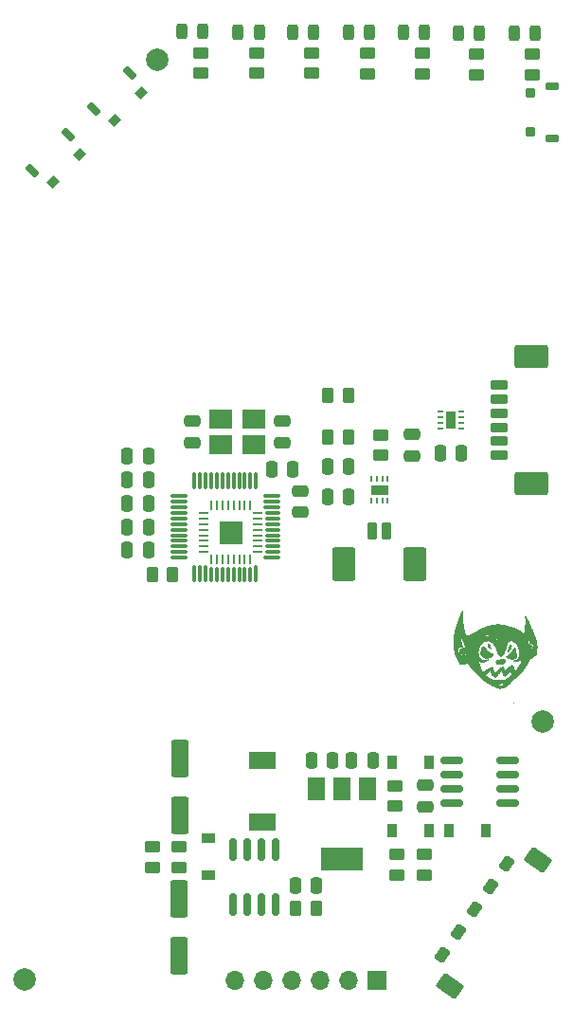
<source format=gbr>
G04 #@! TF.GenerationSoftware,KiCad,Pcbnew,(6.0.1-0)*
G04 #@! TF.CreationDate,2022-10-06T15:49:35-04:00*
G04 #@! TF.ProjectId,mobo,6d6f626f-2e6b-4696-9361-645f70636258,rev?*
G04 #@! TF.SameCoordinates,Original*
G04 #@! TF.FileFunction,Soldermask,Top*
G04 #@! TF.FilePolarity,Negative*
%FSLAX46Y46*%
G04 Gerber Fmt 4.6, Leading zero omitted, Abs format (unit mm)*
G04 Created by KiCad (PCBNEW (6.0.1-0)) date 2022-10-06 15:49:35*
%MOMM*%
%LPD*%
G01*
G04 APERTURE LIST*
G04 Aperture macros list*
%AMRoundRect*
0 Rectangle with rounded corners*
0 $1 Rounding radius*
0 $2 $3 $4 $5 $6 $7 $8 $9 X,Y pos of 4 corners*
0 Add a 4 corners polygon primitive as box body*
4,1,4,$2,$3,$4,$5,$6,$7,$8,$9,$2,$3,0*
0 Add four circle primitives for the rounded corners*
1,1,$1+$1,$2,$3*
1,1,$1+$1,$4,$5*
1,1,$1+$1,$6,$7*
1,1,$1+$1,$8,$9*
0 Add four rect primitives between the rounded corners*
20,1,$1+$1,$2,$3,$4,$5,0*
20,1,$1+$1,$4,$5,$6,$7,0*
20,1,$1+$1,$6,$7,$8,$9,0*
20,1,$1+$1,$8,$9,$2,$3,0*%
G04 Aperture macros list end*
%ADD10C,0.010000*%
%ADD11R,1.700000X1.700000*%
%ADD12O,1.700000X1.700000*%
%ADD13RoundRect,0.250000X-0.262500X-0.450000X0.262500X-0.450000X0.262500X0.450000X-0.262500X0.450000X0*%
%ADD14RoundRect,0.100000X0.300000X-0.350000X0.300000X0.350000X-0.300000X0.350000X-0.300000X-0.350000X0*%
%ADD15RoundRect,0.075000X-0.525000X0.225000X-0.525000X-0.225000X0.525000X-0.225000X0.525000X0.225000X0*%
%ADD16RoundRect,0.250000X-0.450000X0.262500X-0.450000X-0.262500X0.450000X-0.262500X0.450000X0.262500X0*%
%ADD17RoundRect,0.250000X0.450000X-0.262500X0.450000X0.262500X-0.450000X0.262500X-0.450000X-0.262500X0*%
%ADD18RoundRect,0.250000X-0.250000X-0.475000X0.250000X-0.475000X0.250000X0.475000X-0.250000X0.475000X0*%
%ADD19R,0.500000X0.250000*%
%ADD20R,0.900000X1.600000*%
%ADD21R,0.900000X1.200000*%
%ADD22RoundRect,0.075000X-0.075000X0.662500X-0.075000X-0.662500X0.075000X-0.662500X0.075000X0.662500X0*%
%ADD23RoundRect,0.075000X-0.662500X0.075000X-0.662500X-0.075000X0.662500X-0.075000X0.662500X0.075000X0*%
%ADD24RoundRect,0.075000X-0.075000X0.575000X-0.075000X-0.575000X0.075000X-0.575000X0.075000X0.575000X0*%
%ADD25RoundRect,0.075000X-0.575000X0.075000X-0.575000X-0.075000X0.575000X-0.075000X0.575000X0.075000X0*%
%ADD26RoundRect,0.243750X-0.243750X-0.456250X0.243750X-0.456250X0.243750X0.456250X-0.243750X0.456250X0*%
%ADD27R,1.500000X2.000000*%
%ADD28R,3.800000X2.000000*%
%ADD29R,2.100000X1.800000*%
%ADD30RoundRect,0.250000X0.550000X-1.412500X0.550000X1.412500X-0.550000X1.412500X-0.550000X-1.412500X0*%
%ADD31RoundRect,0.250000X-0.550000X1.412500X-0.550000X-1.412500X0.550000X-1.412500X0.550000X1.412500X0*%
%ADD32C,2.000000*%
%ADD33RoundRect,0.250000X0.475000X-0.250000X0.475000X0.250000X-0.475000X0.250000X-0.475000X-0.250000X0*%
%ADD34RoundRect,0.100000X0.035355X0.459619X-0.459619X-0.035355X-0.035355X-0.459619X0.459619X0.035355X0*%
%ADD35RoundRect,0.075000X0.212132X-0.530330X0.530330X-0.212132X-0.212132X0.530330X-0.530330X0.212132X0*%
%ADD36R,0.250000X0.500000*%
%ADD37R,1.600000X0.900000*%
%ADD38RoundRect,0.200000X0.600000X-0.200000X0.600000X0.200000X-0.600000X0.200000X-0.600000X-0.200000X0*%
%ADD39RoundRect,0.250001X1.249999X-0.799999X1.249999X0.799999X-1.249999X0.799999X-1.249999X-0.799999X0*%
%ADD40RoundRect,0.250000X0.262500X0.450000X-0.262500X0.450000X-0.262500X-0.450000X0.262500X-0.450000X0*%
%ADD41RoundRect,0.200000X-0.200000X-0.600000X0.200000X-0.600000X0.200000X0.600000X-0.200000X0.600000X0*%
%ADD42RoundRect,0.250001X-0.799999X-1.249999X0.799999X-1.249999X0.799999X1.249999X-0.799999X1.249999X0*%
%ADD43RoundRect,0.150000X-0.825000X-0.150000X0.825000X-0.150000X0.825000X0.150000X-0.825000X0.150000X0*%
%ADD44RoundRect,0.250000X0.250000X0.475000X-0.250000X0.475000X-0.250000X-0.475000X0.250000X-0.475000X0*%
%ADD45R,2.400000X1.500000*%
%ADD46RoundRect,0.062500X-0.062500X0.375000X-0.062500X-0.375000X0.062500X-0.375000X0.062500X0.375000X0*%
%ADD47RoundRect,0.062500X-0.375000X0.062500X-0.375000X-0.062500X0.375000X-0.062500X0.375000X0.062500X0*%
%ADD48R,2.000000X2.000000*%
%ADD49RoundRect,0.250000X-0.475000X0.250000X-0.475000X-0.250000X0.475000X-0.250000X0.475000X0.250000X0*%
%ADD50RoundRect,0.250000X-0.024643X-0.471055X0.434219X0.184267X0.024643X0.471055X-0.434219X-0.184267X0*%
%ADD51RoundRect,0.150000X0.413570X-1.022049X1.101862X-0.039067X-0.413570X1.022049X-1.101862X0.039067X0*%
%ADD52RoundRect,0.150000X-0.150000X0.825000X-0.150000X-0.825000X0.150000X-0.825000X0.150000X0.825000X0*%
%ADD53R,1.200000X0.900000*%
G04 APERTURE END LIST*
D10*
X125233245Y-87174527D02*
X125236100Y-87178149D01*
X125236100Y-87178149D02*
X125241810Y-87186418D01*
X125241810Y-87186418D02*
X125249882Y-87198584D01*
X125249882Y-87198584D02*
X125259826Y-87213896D01*
X125259826Y-87213896D02*
X125271149Y-87231607D01*
X125271149Y-87231607D02*
X125282897Y-87250227D01*
X125282897Y-87250227D02*
X125316864Y-87303828D01*
X125316864Y-87303828D02*
X125348270Y-87352149D01*
X125348270Y-87352149D02*
X125377398Y-87395584D01*
X125377398Y-87395584D02*
X125404534Y-87434527D01*
X125404534Y-87434527D02*
X125429964Y-87469374D01*
X125429964Y-87469374D02*
X125453974Y-87500519D01*
X125453974Y-87500519D02*
X125476848Y-87528357D01*
X125476848Y-87528357D02*
X125498873Y-87553283D01*
X125498873Y-87553283D02*
X125512464Y-87567693D01*
X125512464Y-87567693D02*
X125533199Y-87588959D01*
X125533199Y-87588959D02*
X125550508Y-87606307D01*
X125550508Y-87606307D02*
X125565266Y-87620494D01*
X125565266Y-87620494D02*
X125578346Y-87632280D01*
X125578346Y-87632280D02*
X125590620Y-87642419D01*
X125590620Y-87642419D02*
X125602961Y-87651670D01*
X125602961Y-87651670D02*
X125616243Y-87660791D01*
X125616243Y-87660791D02*
X125630174Y-87669800D01*
X125630174Y-87669800D02*
X125646971Y-87680529D01*
X125646971Y-87680529D02*
X125663939Y-87691498D01*
X125663939Y-87691498D02*
X125679421Y-87701624D01*
X125679421Y-87701624D02*
X125691755Y-87709829D01*
X125691755Y-87709829D02*
X125694976Y-87712014D01*
X125694976Y-87712014D02*
X125709204Y-87720901D01*
X125709204Y-87720901D02*
X125725348Y-87729721D01*
X125725348Y-87729721D02*
X125739976Y-87736604D01*
X125739976Y-87736604D02*
X125740336Y-87736753D01*
X125740336Y-87736753D02*
X125755369Y-87743515D01*
X125755369Y-87743515D02*
X125771612Y-87751693D01*
X125771612Y-87751693D02*
X125784075Y-87758661D01*
X125784075Y-87758661D02*
X125809909Y-87772533D01*
X125809909Y-87772533D02*
X125838788Y-87785306D01*
X125838788Y-87785306D02*
X125867707Y-87795720D01*
X125867707Y-87795720D02*
X125882808Y-87800053D01*
X125882808Y-87800053D02*
X125906142Y-87806392D01*
X125906142Y-87806392D02*
X125924661Y-87812492D01*
X125924661Y-87812492D02*
X125939825Y-87819072D01*
X125939825Y-87819072D02*
X125953096Y-87826850D01*
X125953096Y-87826850D02*
X125965935Y-87836545D01*
X125965935Y-87836545D02*
X125977156Y-87846419D01*
X125977156Y-87846419D02*
X125987879Y-87856747D01*
X125987879Y-87856747D02*
X125996785Y-87866193D01*
X125996785Y-87866193D02*
X126002817Y-87873580D01*
X126002817Y-87873580D02*
X126004866Y-87877229D01*
X126004866Y-87877229D02*
X126004497Y-87884949D01*
X126004497Y-87884949D02*
X126001095Y-87897030D01*
X126001095Y-87897030D02*
X125995095Y-87912514D01*
X125995095Y-87912514D02*
X125986934Y-87930445D01*
X125986934Y-87930445D02*
X125977047Y-87949864D01*
X125977047Y-87949864D02*
X125965871Y-87969816D01*
X125965871Y-87969816D02*
X125953842Y-87989342D01*
X125953842Y-87989342D02*
X125953646Y-87989645D01*
X125953646Y-87989645D02*
X125929610Y-88021485D01*
X125929610Y-88021485D02*
X125900816Y-88050063D01*
X125900816Y-88050063D02*
X125866660Y-88075971D01*
X125866660Y-88075971D02*
X125863521Y-88078049D01*
X125863521Y-88078049D02*
X125819085Y-88104238D01*
X125819085Y-88104238D02*
X125774765Y-88124395D01*
X125774765Y-88124395D02*
X125729910Y-88138789D01*
X125729910Y-88138789D02*
X125703112Y-88144656D01*
X125703112Y-88144656D02*
X125689331Y-88147666D01*
X125689331Y-88147666D02*
X125671637Y-88152249D01*
X125671637Y-88152249D02*
X125652094Y-88157834D01*
X125652094Y-88157834D02*
X125632767Y-88163850D01*
X125632767Y-88163850D02*
X125628500Y-88165258D01*
X125628500Y-88165258D02*
X125600266Y-88174408D01*
X125600266Y-88174408D02*
X125576044Y-88181466D01*
X125576044Y-88181466D02*
X125554157Y-88186718D01*
X125554157Y-88186718D02*
X125532928Y-88190448D01*
X125532928Y-88190448D02*
X125510682Y-88192942D01*
X125510682Y-88192942D02*
X125485741Y-88194484D01*
X125485741Y-88194484D02*
X125456431Y-88195359D01*
X125456431Y-88195359D02*
X125450700Y-88195465D01*
X125450700Y-88195465D02*
X125424922Y-88195785D01*
X125424922Y-88195785D02*
X125404091Y-88195710D01*
X125404091Y-88195710D02*
X125386808Y-88195178D01*
X125386808Y-88195178D02*
X125371679Y-88194127D01*
X125371679Y-88194127D02*
X125357307Y-88192495D01*
X125357307Y-88192495D02*
X125345925Y-88190811D01*
X125345925Y-88190811D02*
X125284483Y-88178204D01*
X125284483Y-88178204D02*
X125226696Y-88160656D01*
X125226696Y-88160656D02*
X125172707Y-88138265D01*
X125172707Y-88138265D02*
X125122662Y-88111128D01*
X125122662Y-88111128D02*
X125076704Y-88079342D01*
X125076704Y-88079342D02*
X125034976Y-88043005D01*
X125034976Y-88043005D02*
X124997625Y-88002214D01*
X124997625Y-88002214D02*
X124964793Y-87957068D01*
X124964793Y-87957068D02*
X124941623Y-87917396D01*
X124941623Y-87917396D02*
X124935098Y-87904330D01*
X124935098Y-87904330D02*
X124929615Y-87892113D01*
X124929615Y-87892113D02*
X124926008Y-87882658D01*
X124926008Y-87882658D02*
X124925211Y-87879774D01*
X124925211Y-87879774D02*
X124924689Y-87873060D01*
X124924689Y-87873060D02*
X124924629Y-87860731D01*
X124924629Y-87860731D02*
X124925001Y-87843501D01*
X124925001Y-87843501D02*
X124925773Y-87822086D01*
X124925773Y-87822086D02*
X124926916Y-87797201D01*
X124926916Y-87797201D02*
X124928397Y-87769561D01*
X124928397Y-87769561D02*
X124930186Y-87739880D01*
X124930186Y-87739880D02*
X124932252Y-87708875D01*
X124932252Y-87708875D02*
X124933226Y-87695200D01*
X124933226Y-87695200D02*
X124935005Y-87673605D01*
X124935005Y-87673605D02*
X124937200Y-87653141D01*
X124937200Y-87653141D02*
X124939992Y-87632905D01*
X124939992Y-87632905D02*
X124943563Y-87611994D01*
X124943563Y-87611994D02*
X124948094Y-87589507D01*
X124948094Y-87589507D02*
X124953768Y-87564539D01*
X124953768Y-87564539D02*
X124960765Y-87536190D01*
X124960765Y-87536190D02*
X124969268Y-87503557D01*
X124969268Y-87503557D02*
X124979223Y-87466600D01*
X124979223Y-87466600D02*
X124985260Y-87444306D01*
X124985260Y-87444306D02*
X124991538Y-87420906D01*
X124991538Y-87420906D02*
X124997555Y-87398282D01*
X124997555Y-87398282D02*
X125002810Y-87378318D01*
X125002810Y-87378318D02*
X125006264Y-87365000D01*
X125006264Y-87365000D02*
X125010906Y-87348258D01*
X125010906Y-87348258D02*
X125015970Y-87332208D01*
X125015970Y-87332208D02*
X125020835Y-87318698D01*
X125020835Y-87318698D02*
X125024798Y-87309732D01*
X125024798Y-87309732D02*
X125033884Y-87296554D01*
X125033884Y-87296554D02*
X125047729Y-87281368D01*
X125047729Y-87281368D02*
X125065383Y-87264946D01*
X125065383Y-87264946D02*
X125085894Y-87248057D01*
X125085894Y-87248057D02*
X125108312Y-87231473D01*
X125108312Y-87231473D02*
X125131687Y-87215963D01*
X125131687Y-87215963D02*
X125155066Y-87202300D01*
X125155066Y-87202300D02*
X125161527Y-87198888D01*
X125161527Y-87198888D02*
X125185699Y-87186982D01*
X125185699Y-87186982D02*
X125204880Y-87178736D01*
X125204880Y-87178736D02*
X125219229Y-87174095D01*
X125219229Y-87174095D02*
X125228906Y-87173005D01*
X125228906Y-87173005D02*
X125233245Y-87174527D01*
X125233245Y-87174527D02*
X125233245Y-87174527D01*
G36*
X125233245Y-87174527D02*
G01*
X125236100Y-87178149D01*
X125241810Y-87186418D01*
X125249882Y-87198584D01*
X125259826Y-87213896D01*
X125271149Y-87231607D01*
X125282897Y-87250227D01*
X125316864Y-87303828D01*
X125348270Y-87352149D01*
X125377398Y-87395584D01*
X125404534Y-87434527D01*
X125429964Y-87469374D01*
X125453974Y-87500519D01*
X125476848Y-87528357D01*
X125498873Y-87553283D01*
X125512464Y-87567693D01*
X125533199Y-87588959D01*
X125550508Y-87606307D01*
X125565266Y-87620494D01*
X125578346Y-87632280D01*
X125590620Y-87642419D01*
X125602961Y-87651670D01*
X125616243Y-87660791D01*
X125630174Y-87669800D01*
X125646971Y-87680529D01*
X125663939Y-87691498D01*
X125679421Y-87701624D01*
X125691755Y-87709829D01*
X125694976Y-87712014D01*
X125709204Y-87720901D01*
X125725348Y-87729721D01*
X125739976Y-87736604D01*
X125740336Y-87736753D01*
X125755369Y-87743515D01*
X125771612Y-87751693D01*
X125784075Y-87758661D01*
X125809909Y-87772533D01*
X125838788Y-87785306D01*
X125867707Y-87795720D01*
X125882808Y-87800053D01*
X125906142Y-87806392D01*
X125924661Y-87812492D01*
X125939825Y-87819072D01*
X125953096Y-87826850D01*
X125965935Y-87836545D01*
X125977156Y-87846419D01*
X125987879Y-87856747D01*
X125996785Y-87866193D01*
X126002817Y-87873580D01*
X126004866Y-87877229D01*
X126004497Y-87884949D01*
X126001095Y-87897030D01*
X125995095Y-87912514D01*
X125986934Y-87930445D01*
X125977047Y-87949864D01*
X125965871Y-87969816D01*
X125953842Y-87989342D01*
X125953646Y-87989645D01*
X125929610Y-88021485D01*
X125900816Y-88050063D01*
X125866660Y-88075971D01*
X125863521Y-88078049D01*
X125819085Y-88104238D01*
X125774765Y-88124395D01*
X125729910Y-88138789D01*
X125703112Y-88144656D01*
X125689331Y-88147666D01*
X125671637Y-88152249D01*
X125652094Y-88157834D01*
X125632767Y-88163850D01*
X125628500Y-88165258D01*
X125600266Y-88174408D01*
X125576044Y-88181466D01*
X125554157Y-88186718D01*
X125532928Y-88190448D01*
X125510682Y-88192942D01*
X125485741Y-88194484D01*
X125456431Y-88195359D01*
X125450700Y-88195465D01*
X125424922Y-88195785D01*
X125404091Y-88195710D01*
X125386808Y-88195178D01*
X125371679Y-88194127D01*
X125357307Y-88192495D01*
X125345925Y-88190811D01*
X125284483Y-88178204D01*
X125226696Y-88160656D01*
X125172707Y-88138265D01*
X125122662Y-88111128D01*
X125076704Y-88079342D01*
X125034976Y-88043005D01*
X124997625Y-88002214D01*
X124964793Y-87957068D01*
X124941623Y-87917396D01*
X124935098Y-87904330D01*
X124929615Y-87892113D01*
X124926008Y-87882658D01*
X124925211Y-87879774D01*
X124924689Y-87873060D01*
X124924629Y-87860731D01*
X124925001Y-87843501D01*
X124925773Y-87822086D01*
X124926916Y-87797201D01*
X124928397Y-87769561D01*
X124930186Y-87739880D01*
X124932252Y-87708875D01*
X124933226Y-87695200D01*
X124935005Y-87673605D01*
X124937200Y-87653141D01*
X124939992Y-87632905D01*
X124943563Y-87611994D01*
X124948094Y-87589507D01*
X124953768Y-87564539D01*
X124960765Y-87536190D01*
X124969268Y-87503557D01*
X124979223Y-87466600D01*
X124985260Y-87444306D01*
X124991538Y-87420906D01*
X124997555Y-87398282D01*
X125002810Y-87378318D01*
X125006264Y-87365000D01*
X125010906Y-87348258D01*
X125015970Y-87332208D01*
X125020835Y-87318698D01*
X125024798Y-87309732D01*
X125033884Y-87296554D01*
X125047729Y-87281368D01*
X125065383Y-87264946D01*
X125085894Y-87248057D01*
X125108312Y-87231473D01*
X125131687Y-87215963D01*
X125155066Y-87202300D01*
X125161527Y-87198888D01*
X125185699Y-87186982D01*
X125204880Y-87178736D01*
X125219229Y-87174095D01*
X125228906Y-87173005D01*
X125233245Y-87174527D01*
G37*
X125233245Y-87174527D02*
X125236100Y-87178149D01*
X125241810Y-87186418D01*
X125249882Y-87198584D01*
X125259826Y-87213896D01*
X125271149Y-87231607D01*
X125282897Y-87250227D01*
X125316864Y-87303828D01*
X125348270Y-87352149D01*
X125377398Y-87395584D01*
X125404534Y-87434527D01*
X125429964Y-87469374D01*
X125453974Y-87500519D01*
X125476848Y-87528357D01*
X125498873Y-87553283D01*
X125512464Y-87567693D01*
X125533199Y-87588959D01*
X125550508Y-87606307D01*
X125565266Y-87620494D01*
X125578346Y-87632280D01*
X125590620Y-87642419D01*
X125602961Y-87651670D01*
X125616243Y-87660791D01*
X125630174Y-87669800D01*
X125646971Y-87680529D01*
X125663939Y-87691498D01*
X125679421Y-87701624D01*
X125691755Y-87709829D01*
X125694976Y-87712014D01*
X125709204Y-87720901D01*
X125725348Y-87729721D01*
X125739976Y-87736604D01*
X125740336Y-87736753D01*
X125755369Y-87743515D01*
X125771612Y-87751693D01*
X125784075Y-87758661D01*
X125809909Y-87772533D01*
X125838788Y-87785306D01*
X125867707Y-87795720D01*
X125882808Y-87800053D01*
X125906142Y-87806392D01*
X125924661Y-87812492D01*
X125939825Y-87819072D01*
X125953096Y-87826850D01*
X125965935Y-87836545D01*
X125977156Y-87846419D01*
X125987879Y-87856747D01*
X125996785Y-87866193D01*
X126002817Y-87873580D01*
X126004866Y-87877229D01*
X126004497Y-87884949D01*
X126001095Y-87897030D01*
X125995095Y-87912514D01*
X125986934Y-87930445D01*
X125977047Y-87949864D01*
X125965871Y-87969816D01*
X125953842Y-87989342D01*
X125953646Y-87989645D01*
X125929610Y-88021485D01*
X125900816Y-88050063D01*
X125866660Y-88075971D01*
X125863521Y-88078049D01*
X125819085Y-88104238D01*
X125774765Y-88124395D01*
X125729910Y-88138789D01*
X125703112Y-88144656D01*
X125689331Y-88147666D01*
X125671637Y-88152249D01*
X125652094Y-88157834D01*
X125632767Y-88163850D01*
X125628500Y-88165258D01*
X125600266Y-88174408D01*
X125576044Y-88181466D01*
X125554157Y-88186718D01*
X125532928Y-88190448D01*
X125510682Y-88192942D01*
X125485741Y-88194484D01*
X125456431Y-88195359D01*
X125450700Y-88195465D01*
X125424922Y-88195785D01*
X125404091Y-88195710D01*
X125386808Y-88195178D01*
X125371679Y-88194127D01*
X125357307Y-88192495D01*
X125345925Y-88190811D01*
X125284483Y-88178204D01*
X125226696Y-88160656D01*
X125172707Y-88138265D01*
X125122662Y-88111128D01*
X125076704Y-88079342D01*
X125034976Y-88043005D01*
X124997625Y-88002214D01*
X124964793Y-87957068D01*
X124941623Y-87917396D01*
X124935098Y-87904330D01*
X124929615Y-87892113D01*
X124926008Y-87882658D01*
X124925211Y-87879774D01*
X124924689Y-87873060D01*
X124924629Y-87860731D01*
X124925001Y-87843501D01*
X124925773Y-87822086D01*
X124926916Y-87797201D01*
X124928397Y-87769561D01*
X124930186Y-87739880D01*
X124932252Y-87708875D01*
X124933226Y-87695200D01*
X124935005Y-87673605D01*
X124937200Y-87653141D01*
X124939992Y-87632905D01*
X124943563Y-87611994D01*
X124948094Y-87589507D01*
X124953768Y-87564539D01*
X124960765Y-87536190D01*
X124969268Y-87503557D01*
X124979223Y-87466600D01*
X124985260Y-87444306D01*
X124991538Y-87420906D01*
X124997555Y-87398282D01*
X125002810Y-87378318D01*
X125006264Y-87365000D01*
X125010906Y-87348258D01*
X125015970Y-87332208D01*
X125020835Y-87318698D01*
X125024798Y-87309732D01*
X125033884Y-87296554D01*
X125047729Y-87281368D01*
X125065383Y-87264946D01*
X125085894Y-87248057D01*
X125108312Y-87231473D01*
X125131687Y-87215963D01*
X125155066Y-87202300D01*
X125161527Y-87198888D01*
X125185699Y-87186982D01*
X125204880Y-87178736D01*
X125219229Y-87174095D01*
X125228906Y-87173005D01*
X125233245Y-87174527D01*
X123319042Y-87889711D02*
X123323450Y-87892050D01*
X123323450Y-87892050D02*
X123326425Y-87894515D01*
X123326425Y-87894515D02*
X123323565Y-87895165D01*
X123323565Y-87895165D02*
X123322843Y-87895176D01*
X123322843Y-87895176D02*
X123317102Y-87893558D01*
X123317102Y-87893558D02*
X123315512Y-87892050D01*
X123315512Y-87892050D02*
X123315256Y-87889245D01*
X123315256Y-87889245D02*
X123319042Y-87889711D01*
X123319042Y-87889711D02*
X123319042Y-87889711D01*
G36*
X123319042Y-87889711D02*
G01*
X123323450Y-87892050D01*
X123326425Y-87894515D01*
X123323565Y-87895165D01*
X123322843Y-87895176D01*
X123317102Y-87893558D01*
X123315512Y-87892050D01*
X123315256Y-87889245D01*
X123319042Y-87889711D01*
G37*
X123319042Y-87889711D02*
X123323450Y-87892050D01*
X123326425Y-87894515D01*
X123323565Y-87895165D01*
X123322843Y-87895176D01*
X123317102Y-87893558D01*
X123315512Y-87892050D01*
X123315256Y-87889245D01*
X123319042Y-87889711D01*
X126930241Y-88291927D02*
X126962838Y-88300579D01*
X126962838Y-88300579D02*
X126993075Y-88314347D01*
X126993075Y-88314347D02*
X127020454Y-88332698D01*
X127020454Y-88332698D02*
X127044474Y-88355096D01*
X127044474Y-88355096D02*
X127064638Y-88381009D01*
X127064638Y-88381009D02*
X127080447Y-88409903D01*
X127080447Y-88409903D02*
X127091401Y-88441243D01*
X127091401Y-88441243D02*
X127097002Y-88474497D01*
X127097002Y-88474497D02*
X127097145Y-88504406D01*
X127097145Y-88504406D02*
X127091579Y-88540240D01*
X127091579Y-88540240D02*
X127080203Y-88573543D01*
X127080203Y-88573543D02*
X127063088Y-88604171D01*
X127063088Y-88604171D02*
X127040306Y-88631983D01*
X127040306Y-88631983D02*
X127025187Y-88646200D01*
X127025187Y-88646200D02*
X127004279Y-88661592D01*
X127004279Y-88661592D02*
X126979405Y-88674984D01*
X126979405Y-88674984D02*
X126949626Y-88686845D01*
X126949626Y-88686845D02*
X126933317Y-88692131D01*
X126933317Y-88692131D02*
X126917742Y-88696931D01*
X126917742Y-88696931D02*
X126898353Y-88702994D01*
X126898353Y-88702994D02*
X126877375Y-88709620D01*
X126877375Y-88709620D02*
X126857032Y-88716108D01*
X126857032Y-88716108D02*
X126852462Y-88717577D01*
X126852462Y-88717577D02*
X126819527Y-88727139D01*
X126819527Y-88727139D02*
X126785951Y-88734689D01*
X126785951Y-88734689D02*
X126750581Y-88740384D01*
X126750581Y-88740384D02*
X126712262Y-88744381D01*
X126712262Y-88744381D02*
X126669841Y-88746836D01*
X126669841Y-88746836D02*
X126630212Y-88747821D01*
X126630212Y-88747821D02*
X126608563Y-88748208D01*
X126608563Y-88748208D02*
X126587962Y-88748784D01*
X126587962Y-88748784D02*
X126569642Y-88749498D01*
X126569642Y-88749498D02*
X126554838Y-88750299D01*
X126554838Y-88750299D02*
X126544784Y-88751139D01*
X126544784Y-88751139D02*
X126542900Y-88751387D01*
X126542900Y-88751387D02*
X126530798Y-88752435D01*
X126530798Y-88752435D02*
X126515611Y-88752641D01*
X126515611Y-88752641D02*
X126500551Y-88751964D01*
X126500551Y-88751964D02*
X126500037Y-88751921D01*
X126500037Y-88751921D02*
X126465555Y-88746451D01*
X126465555Y-88746451D02*
X126431902Y-88736247D01*
X126431902Y-88736247D02*
X126400396Y-88721887D01*
X126400396Y-88721887D02*
X126372355Y-88703950D01*
X126372355Y-88703950D02*
X126353631Y-88687743D01*
X126353631Y-88687743D02*
X126331335Y-88661216D01*
X126331335Y-88661216D02*
X126314704Y-88632208D01*
X126314704Y-88632208D02*
X126303832Y-88601282D01*
X126303832Y-88601282D02*
X126298812Y-88569005D01*
X126298812Y-88569005D02*
X126299740Y-88535941D01*
X126299740Y-88535941D02*
X126306708Y-88502654D01*
X126306708Y-88502654D02*
X126318039Y-88473355D01*
X126318039Y-88473355D02*
X126328470Y-88455943D01*
X126328470Y-88455943D02*
X126343131Y-88437592D01*
X126343131Y-88437592D02*
X126360430Y-88419897D01*
X126360430Y-88419897D02*
X126378778Y-88404455D01*
X126378778Y-88404455D02*
X126396581Y-88392863D01*
X126396581Y-88392863D02*
X126400025Y-88391105D01*
X126400025Y-88391105D02*
X126430574Y-88379291D01*
X126430574Y-88379291D02*
X126462614Y-88372837D01*
X126462614Y-88372837D02*
X126496986Y-88371632D01*
X126496986Y-88371632D02*
X126526912Y-88374399D01*
X126526912Y-88374399D02*
X126537639Y-88375301D01*
X126537639Y-88375301D02*
X126549885Y-88375044D01*
X126549885Y-88375044D02*
X126564179Y-88373508D01*
X126564179Y-88373508D02*
X126581052Y-88370569D01*
X126581052Y-88370569D02*
X126601031Y-88366105D01*
X126601031Y-88366105D02*
X126624647Y-88359993D01*
X126624647Y-88359993D02*
X126652430Y-88352111D01*
X126652430Y-88352111D02*
X126684909Y-88342337D01*
X126684909Y-88342337D02*
X126722614Y-88330548D01*
X126722614Y-88330548D02*
X126738882Y-88325367D01*
X126738882Y-88325367D02*
X126770129Y-88315478D01*
X126770129Y-88315478D02*
X126796206Y-88307497D01*
X126796206Y-88307497D02*
X126817938Y-88301232D01*
X126817938Y-88301232D02*
X126836147Y-88296494D01*
X126836147Y-88296494D02*
X126851658Y-88293091D01*
X126851658Y-88293091D02*
X126865293Y-88290830D01*
X126865293Y-88290830D02*
X126877876Y-88289522D01*
X126877876Y-88289522D02*
X126890230Y-88288974D01*
X126890230Y-88288974D02*
X126895782Y-88288925D01*
X126895782Y-88288925D02*
X126930241Y-88291927D01*
X126930241Y-88291927D02*
X126930241Y-88291927D01*
G36*
X126930241Y-88291927D02*
G01*
X126962838Y-88300579D01*
X126993075Y-88314347D01*
X127020454Y-88332698D01*
X127044474Y-88355096D01*
X127064638Y-88381009D01*
X127080447Y-88409903D01*
X127091401Y-88441243D01*
X127097002Y-88474497D01*
X127097145Y-88504406D01*
X127091579Y-88540240D01*
X127080203Y-88573543D01*
X127063088Y-88604171D01*
X127040306Y-88631983D01*
X127025187Y-88646200D01*
X127004279Y-88661592D01*
X126979405Y-88674984D01*
X126949626Y-88686845D01*
X126933317Y-88692131D01*
X126917742Y-88696931D01*
X126898353Y-88702994D01*
X126877375Y-88709620D01*
X126857032Y-88716108D01*
X126852462Y-88717577D01*
X126819527Y-88727139D01*
X126785951Y-88734689D01*
X126750581Y-88740384D01*
X126712262Y-88744381D01*
X126669841Y-88746836D01*
X126630212Y-88747821D01*
X126608563Y-88748208D01*
X126587962Y-88748784D01*
X126569642Y-88749498D01*
X126554838Y-88750299D01*
X126544784Y-88751139D01*
X126542900Y-88751387D01*
X126530798Y-88752435D01*
X126515611Y-88752641D01*
X126500551Y-88751964D01*
X126500037Y-88751921D01*
X126465555Y-88746451D01*
X126431902Y-88736247D01*
X126400396Y-88721887D01*
X126372355Y-88703950D01*
X126353631Y-88687743D01*
X126331335Y-88661216D01*
X126314704Y-88632208D01*
X126303832Y-88601282D01*
X126298812Y-88569005D01*
X126299740Y-88535941D01*
X126306708Y-88502654D01*
X126318039Y-88473355D01*
X126328470Y-88455943D01*
X126343131Y-88437592D01*
X126360430Y-88419897D01*
X126378778Y-88404455D01*
X126396581Y-88392863D01*
X126400025Y-88391105D01*
X126430574Y-88379291D01*
X126462614Y-88372837D01*
X126496986Y-88371632D01*
X126526912Y-88374399D01*
X126537639Y-88375301D01*
X126549885Y-88375044D01*
X126564179Y-88373508D01*
X126581052Y-88370569D01*
X126601031Y-88366105D01*
X126624647Y-88359993D01*
X126652430Y-88352111D01*
X126684909Y-88342337D01*
X126722614Y-88330548D01*
X126738882Y-88325367D01*
X126770129Y-88315478D01*
X126796206Y-88307497D01*
X126817938Y-88301232D01*
X126836147Y-88296494D01*
X126851658Y-88293091D01*
X126865293Y-88290830D01*
X126877876Y-88289522D01*
X126890230Y-88288974D01*
X126895782Y-88288925D01*
X126930241Y-88291927D01*
G37*
X126930241Y-88291927D02*
X126962838Y-88300579D01*
X126993075Y-88314347D01*
X127020454Y-88332698D01*
X127044474Y-88355096D01*
X127064638Y-88381009D01*
X127080447Y-88409903D01*
X127091401Y-88441243D01*
X127097002Y-88474497D01*
X127097145Y-88504406D01*
X127091579Y-88540240D01*
X127080203Y-88573543D01*
X127063088Y-88604171D01*
X127040306Y-88631983D01*
X127025187Y-88646200D01*
X127004279Y-88661592D01*
X126979405Y-88674984D01*
X126949626Y-88686845D01*
X126933317Y-88692131D01*
X126917742Y-88696931D01*
X126898353Y-88702994D01*
X126877375Y-88709620D01*
X126857032Y-88716108D01*
X126852462Y-88717577D01*
X126819527Y-88727139D01*
X126785951Y-88734689D01*
X126750581Y-88740384D01*
X126712262Y-88744381D01*
X126669841Y-88746836D01*
X126630212Y-88747821D01*
X126608563Y-88748208D01*
X126587962Y-88748784D01*
X126569642Y-88749498D01*
X126554838Y-88750299D01*
X126544784Y-88751139D01*
X126542900Y-88751387D01*
X126530798Y-88752435D01*
X126515611Y-88752641D01*
X126500551Y-88751964D01*
X126500037Y-88751921D01*
X126465555Y-88746451D01*
X126431902Y-88736247D01*
X126400396Y-88721887D01*
X126372355Y-88703950D01*
X126353631Y-88687743D01*
X126331335Y-88661216D01*
X126314704Y-88632208D01*
X126303832Y-88601282D01*
X126298812Y-88569005D01*
X126299740Y-88535941D01*
X126306708Y-88502654D01*
X126318039Y-88473355D01*
X126328470Y-88455943D01*
X126343131Y-88437592D01*
X126360430Y-88419897D01*
X126378778Y-88404455D01*
X126396581Y-88392863D01*
X126400025Y-88391105D01*
X126430574Y-88379291D01*
X126462614Y-88372837D01*
X126496986Y-88371632D01*
X126526912Y-88374399D01*
X126537639Y-88375301D01*
X126549885Y-88375044D01*
X126564179Y-88373508D01*
X126581052Y-88370569D01*
X126601031Y-88366105D01*
X126624647Y-88359993D01*
X126652430Y-88352111D01*
X126684909Y-88342337D01*
X126722614Y-88330548D01*
X126738882Y-88325367D01*
X126770129Y-88315478D01*
X126796206Y-88307497D01*
X126817938Y-88301232D01*
X126836147Y-88296494D01*
X126851658Y-88293091D01*
X126865293Y-88290830D01*
X126877876Y-88289522D01*
X126890230Y-88288974D01*
X126895782Y-88288925D01*
X126930241Y-88291927D01*
X125680030Y-86952965D02*
X125683223Y-86955026D01*
X125683223Y-86955026D02*
X125684397Y-86957439D01*
X125684397Y-86957439D02*
X125686139Y-86962106D01*
X125686139Y-86962106D02*
X125689835Y-86971684D01*
X125689835Y-86971684D02*
X125695096Y-86985182D01*
X125695096Y-86985182D02*
X125701536Y-87001605D01*
X125701536Y-87001605D02*
X125708768Y-87019963D01*
X125708768Y-87019963D02*
X125710239Y-87023687D01*
X125710239Y-87023687D02*
X125716841Y-87040524D01*
X125716841Y-87040524D02*
X125724741Y-87060884D01*
X125724741Y-87060884D02*
X125733700Y-87084135D01*
X125733700Y-87084135D02*
X125743480Y-87109645D01*
X125743480Y-87109645D02*
X125753842Y-87136784D01*
X125753842Y-87136784D02*
X125764548Y-87164920D01*
X125764548Y-87164920D02*
X125775359Y-87193420D01*
X125775359Y-87193420D02*
X125786036Y-87221654D01*
X125786036Y-87221654D02*
X125796343Y-87248991D01*
X125796343Y-87248991D02*
X125806039Y-87274798D01*
X125806039Y-87274798D02*
X125814886Y-87298444D01*
X125814886Y-87298444D02*
X125822647Y-87319298D01*
X125822647Y-87319298D02*
X125829082Y-87336728D01*
X125829082Y-87336728D02*
X125833952Y-87350103D01*
X125833952Y-87350103D02*
X125837021Y-87358791D01*
X125837021Y-87358791D02*
X125838050Y-87362142D01*
X125838050Y-87362142D02*
X125837540Y-87364087D01*
X125837540Y-87364087D02*
X125835477Y-87364422D01*
X125835477Y-87364422D02*
X125831062Y-87362784D01*
X125831062Y-87362784D02*
X125823495Y-87358811D01*
X125823495Y-87358811D02*
X125811975Y-87352139D01*
X125811975Y-87352139D02*
X125799336Y-87344591D01*
X125799336Y-87344591D02*
X125769515Y-87326038D01*
X125769515Y-87326038D02*
X125744215Y-87308732D01*
X125744215Y-87308732D02*
X125722070Y-87291544D01*
X125722070Y-87291544D02*
X125701711Y-87273348D01*
X125701711Y-87273348D02*
X125681770Y-87253018D01*
X125681770Y-87253018D02*
X125664153Y-87233246D01*
X125664153Y-87233246D02*
X125652167Y-87219006D01*
X125652167Y-87219006D02*
X125638768Y-87202546D01*
X125638768Y-87202546D02*
X125624574Y-87184680D01*
X125624574Y-87184680D02*
X125610202Y-87166220D01*
X125610202Y-87166220D02*
X125596267Y-87147981D01*
X125596267Y-87147981D02*
X125583388Y-87130776D01*
X125583388Y-87130776D02*
X125572180Y-87115418D01*
X125572180Y-87115418D02*
X125563261Y-87102722D01*
X125563261Y-87102722D02*
X125557247Y-87093500D01*
X125557247Y-87093500D02*
X125554964Y-87089226D01*
X125554964Y-87089226D02*
X125553451Y-87081570D01*
X125553451Y-87081570D02*
X125552892Y-87070364D01*
X125552892Y-87070364D02*
X125553233Y-87060823D01*
X125553233Y-87060823D02*
X125558159Y-87036407D01*
X125558159Y-87036407D02*
X125568540Y-87013578D01*
X125568540Y-87013578D02*
X125583524Y-86993176D01*
X125583524Y-86993176D02*
X125602259Y-86976044D01*
X125602259Y-86976044D02*
X125623895Y-86963021D01*
X125623895Y-86963021D02*
X125647579Y-86954949D01*
X125647579Y-86954949D02*
X125662589Y-86952820D01*
X125662589Y-86952820D02*
X125673676Y-86952340D01*
X125673676Y-86952340D02*
X125680030Y-86952965D01*
X125680030Y-86952965D02*
X125680030Y-86952965D01*
G36*
X125680030Y-86952965D02*
G01*
X125683223Y-86955026D01*
X125684397Y-86957439D01*
X125686139Y-86962106D01*
X125689835Y-86971684D01*
X125695096Y-86985182D01*
X125701536Y-87001605D01*
X125708768Y-87019963D01*
X125710239Y-87023687D01*
X125716841Y-87040524D01*
X125724741Y-87060884D01*
X125733700Y-87084135D01*
X125743480Y-87109645D01*
X125753842Y-87136784D01*
X125764548Y-87164920D01*
X125775359Y-87193420D01*
X125786036Y-87221654D01*
X125796343Y-87248991D01*
X125806039Y-87274798D01*
X125814886Y-87298444D01*
X125822647Y-87319298D01*
X125829082Y-87336728D01*
X125833952Y-87350103D01*
X125837021Y-87358791D01*
X125838050Y-87362142D01*
X125837540Y-87364087D01*
X125835477Y-87364422D01*
X125831062Y-87362784D01*
X125823495Y-87358811D01*
X125811975Y-87352139D01*
X125799336Y-87344591D01*
X125769515Y-87326038D01*
X125744215Y-87308732D01*
X125722070Y-87291544D01*
X125701711Y-87273348D01*
X125681770Y-87253018D01*
X125664153Y-87233246D01*
X125652167Y-87219006D01*
X125638768Y-87202546D01*
X125624574Y-87184680D01*
X125610202Y-87166220D01*
X125596267Y-87147981D01*
X125583388Y-87130776D01*
X125572180Y-87115418D01*
X125563261Y-87102722D01*
X125557247Y-87093500D01*
X125554964Y-87089226D01*
X125553451Y-87081570D01*
X125552892Y-87070364D01*
X125553233Y-87060823D01*
X125558159Y-87036407D01*
X125568540Y-87013578D01*
X125583524Y-86993176D01*
X125602259Y-86976044D01*
X125623895Y-86963021D01*
X125647579Y-86954949D01*
X125662589Y-86952820D01*
X125673676Y-86952340D01*
X125680030Y-86952965D01*
G37*
X125680030Y-86952965D02*
X125683223Y-86955026D01*
X125684397Y-86957439D01*
X125686139Y-86962106D01*
X125689835Y-86971684D01*
X125695096Y-86985182D01*
X125701536Y-87001605D01*
X125708768Y-87019963D01*
X125710239Y-87023687D01*
X125716841Y-87040524D01*
X125724741Y-87060884D01*
X125733700Y-87084135D01*
X125743480Y-87109645D01*
X125753842Y-87136784D01*
X125764548Y-87164920D01*
X125775359Y-87193420D01*
X125786036Y-87221654D01*
X125796343Y-87248991D01*
X125806039Y-87274798D01*
X125814886Y-87298444D01*
X125822647Y-87319298D01*
X125829082Y-87336728D01*
X125833952Y-87350103D01*
X125837021Y-87358791D01*
X125838050Y-87362142D01*
X125837540Y-87364087D01*
X125835477Y-87364422D01*
X125831062Y-87362784D01*
X125823495Y-87358811D01*
X125811975Y-87352139D01*
X125799336Y-87344591D01*
X125769515Y-87326038D01*
X125744215Y-87308732D01*
X125722070Y-87291544D01*
X125701711Y-87273348D01*
X125681770Y-87253018D01*
X125664153Y-87233246D01*
X125652167Y-87219006D01*
X125638768Y-87202546D01*
X125624574Y-87184680D01*
X125610202Y-87166220D01*
X125596267Y-87147981D01*
X125583388Y-87130776D01*
X125572180Y-87115418D01*
X125563261Y-87102722D01*
X125557247Y-87093500D01*
X125554964Y-87089226D01*
X125553451Y-87081570D01*
X125552892Y-87070364D01*
X125553233Y-87060823D01*
X125558159Y-87036407D01*
X125568540Y-87013578D01*
X125583524Y-86993176D01*
X125602259Y-86976044D01*
X125623895Y-86963021D01*
X125647579Y-86954949D01*
X125662589Y-86952820D01*
X125673676Y-86952340D01*
X125680030Y-86952965D01*
X127978435Y-87332602D02*
X127991150Y-87334494D01*
X127991150Y-87334494D02*
X127999752Y-87338110D01*
X127999752Y-87338110D02*
X128005311Y-87343764D01*
X128005311Y-87343764D02*
X128006336Y-87345504D01*
X128006336Y-87345504D02*
X128009235Y-87353441D01*
X128009235Y-87353441D02*
X128012456Y-87366443D01*
X128012456Y-87366443D02*
X128015781Y-87383249D01*
X128015781Y-87383249D02*
X128018995Y-87402595D01*
X128018995Y-87402595D02*
X128021884Y-87423220D01*
X128021884Y-87423220D02*
X128024230Y-87443862D01*
X128024230Y-87443862D02*
X128025392Y-87457075D01*
X128025392Y-87457075D02*
X128027710Y-87479790D01*
X128027710Y-87479790D02*
X128031240Y-87504989D01*
X128031240Y-87504989D02*
X128035468Y-87529230D01*
X128035468Y-87529230D02*
X128037973Y-87541212D01*
X128037973Y-87541212D02*
X128042563Y-87561963D01*
X128042563Y-87561963D02*
X128045922Y-87578583D01*
X128045922Y-87578583D02*
X128048367Y-87593096D01*
X128048367Y-87593096D02*
X128050218Y-87607530D01*
X128050218Y-87607530D02*
X128051792Y-87623909D01*
X128051792Y-87623909D02*
X128052686Y-87634875D01*
X128052686Y-87634875D02*
X128054436Y-87651229D01*
X128054436Y-87651229D02*
X128057107Y-87669191D01*
X128057107Y-87669191D02*
X128060337Y-87686785D01*
X128060337Y-87686785D02*
X128063762Y-87702039D01*
X128063762Y-87702039D02*
X128067020Y-87712978D01*
X128067020Y-87712978D02*
X128067078Y-87713133D01*
X128067078Y-87713133D02*
X128070364Y-87723374D01*
X128070364Y-87723374D02*
X128074414Y-87738463D01*
X128074414Y-87738463D02*
X128078904Y-87756990D01*
X128078904Y-87756990D02*
X128083508Y-87777545D01*
X128083508Y-87777545D02*
X128087900Y-87798721D01*
X128087900Y-87798721D02*
X128091754Y-87819109D01*
X128091754Y-87819109D02*
X128092298Y-87822200D01*
X128092298Y-87822200D02*
X128095361Y-87838320D01*
X128095361Y-87838320D02*
X128099631Y-87858744D01*
X128099631Y-87858744D02*
X128104701Y-87881633D01*
X128104701Y-87881633D02*
X128110164Y-87905148D01*
X128110164Y-87905148D02*
X128115097Y-87925387D01*
X128115097Y-87925387D02*
X128120634Y-87948160D01*
X128120634Y-87948160D02*
X128126206Y-87972224D01*
X128126206Y-87972224D02*
X128131387Y-87995663D01*
X128131387Y-87995663D02*
X128135753Y-88016558D01*
X128135753Y-88016558D02*
X128138573Y-88031262D01*
X128138573Y-88031262D02*
X128146159Y-88073636D01*
X128146159Y-88073636D02*
X128136251Y-88088412D01*
X128136251Y-88088412D02*
X128130919Y-88095227D01*
X128130919Y-88095227D02*
X128121906Y-88105501D01*
X128121906Y-88105501D02*
X128110098Y-88118280D01*
X128110098Y-88118280D02*
X128096379Y-88132609D01*
X128096379Y-88132609D02*
X128081632Y-88147531D01*
X128081632Y-88147531D02*
X128079928Y-88149225D01*
X128079928Y-88149225D02*
X128048976Y-88178747D01*
X128048976Y-88178747D02*
X128020231Y-88203489D01*
X128020231Y-88203489D02*
X127992657Y-88224130D01*
X127992657Y-88224130D02*
X127965217Y-88241348D01*
X127965217Y-88241348D02*
X127936876Y-88255822D01*
X127936876Y-88255822D02*
X127906597Y-88268231D01*
X127906597Y-88268231D02*
X127888805Y-88274401D01*
X127888805Y-88274401D02*
X127849962Y-88285628D01*
X127849962Y-88285628D02*
X127812577Y-88293095D01*
X127812577Y-88293095D02*
X127774872Y-88296988D01*
X127774872Y-88296988D02*
X127735065Y-88297496D01*
X127735065Y-88297496D02*
X127693293Y-88294979D01*
X127693293Y-88294979D02*
X127637944Y-88287770D01*
X127637944Y-88287770D02*
X127580858Y-88276097D01*
X127580858Y-88276097D02*
X127524197Y-88260505D01*
X127524197Y-88260505D02*
X127470127Y-88241541D01*
X127470127Y-88241541D02*
X127452092Y-88234156D01*
X127452092Y-88234156D02*
X127426913Y-88222353D01*
X127426913Y-88222353D02*
X127399174Y-88207552D01*
X127399174Y-88207552D02*
X127371036Y-88191006D01*
X127371036Y-88191006D02*
X127344656Y-88173964D01*
X127344656Y-88173964D02*
X127328712Y-88162649D01*
X127328712Y-88162649D02*
X127314768Y-88151738D01*
X127314768Y-88151738D02*
X127299273Y-88138731D01*
X127299273Y-88138731D02*
X127283332Y-88124647D01*
X127283332Y-88124647D02*
X127268052Y-88110510D01*
X127268052Y-88110510D02*
X127254540Y-88097339D01*
X127254540Y-88097339D02*
X127243903Y-88086158D01*
X127243903Y-88086158D02*
X127237671Y-88078598D01*
X127237671Y-88078598D02*
X127233924Y-88072296D01*
X127233924Y-88072296D02*
X127232914Y-88066832D01*
X127232914Y-88066832D02*
X127235208Y-88061606D01*
X127235208Y-88061606D02*
X127241373Y-88056016D01*
X127241373Y-88056016D02*
X127251976Y-88049462D01*
X127251976Y-88049462D02*
X127267583Y-88041346D01*
X127267583Y-88041346D02*
X127277387Y-88036540D01*
X127277387Y-88036540D02*
X127313313Y-88018321D01*
X127313313Y-88018321D02*
X127343985Y-88000963D01*
X127343985Y-88000963D02*
X127370336Y-87983893D01*
X127370336Y-87983893D02*
X127393298Y-87966537D01*
X127393298Y-87966537D02*
X127399497Y-87961333D01*
X127399497Y-87961333D02*
X127413760Y-87949701D01*
X127413760Y-87949701D02*
X127430565Y-87936933D01*
X127430565Y-87936933D02*
X127447030Y-87925193D01*
X127447030Y-87925193D02*
X127452638Y-87921426D01*
X127452638Y-87921426D02*
X127480314Y-87901516D01*
X127480314Y-87901516D02*
X127505070Y-87880273D01*
X127505070Y-87880273D02*
X127525562Y-87858892D01*
X127525562Y-87858892D02*
X127532431Y-87850348D01*
X127532431Y-87850348D02*
X127541803Y-87839817D01*
X127541803Y-87839817D02*
X127553791Y-87828818D01*
X127553791Y-87828818D02*
X127563662Y-87821259D01*
X127563662Y-87821259D02*
X127572122Y-87814761D01*
X127572122Y-87814761D02*
X127583870Y-87804711D01*
X127583870Y-87804711D02*
X127597782Y-87792122D01*
X127597782Y-87792122D02*
X127612734Y-87778009D01*
X127612734Y-87778009D02*
X127625858Y-87765136D01*
X127625858Y-87765136D02*
X127640739Y-87750063D01*
X127640739Y-87750063D02*
X127653058Y-87737016D01*
X127653058Y-87737016D02*
X127663809Y-87724753D01*
X127663809Y-87724753D02*
X127673987Y-87712033D01*
X127673987Y-87712033D02*
X127684589Y-87697613D01*
X127684589Y-87697613D02*
X127696610Y-87680252D01*
X127696610Y-87680252D02*
X127710461Y-87659587D01*
X127710461Y-87659587D02*
X127724053Y-87638639D01*
X127724053Y-87638639D02*
X127737990Y-87616287D01*
X127737990Y-87616287D02*
X127751333Y-87594100D01*
X127751333Y-87594100D02*
X127763142Y-87573647D01*
X127763142Y-87573647D02*
X127772476Y-87556497D01*
X127772476Y-87556497D02*
X127774102Y-87553329D01*
X127774102Y-87553329D02*
X127784614Y-87532231D01*
X127784614Y-87532231D02*
X127795722Y-87509390D01*
X127795722Y-87509390D02*
X127807012Y-87485709D01*
X127807012Y-87485709D02*
X127818072Y-87462087D01*
X127818072Y-87462087D02*
X127828489Y-87439426D01*
X127828489Y-87439426D02*
X127837850Y-87418625D01*
X127837850Y-87418625D02*
X127845741Y-87400586D01*
X127845741Y-87400586D02*
X127851750Y-87386210D01*
X127851750Y-87386210D02*
X127855464Y-87376396D01*
X127855464Y-87376396D02*
X127855994Y-87374735D01*
X127855994Y-87374735D02*
X127859552Y-87365173D01*
X127859552Y-87365173D02*
X127864495Y-87358716D01*
X127864495Y-87358716D02*
X127872829Y-87353001D01*
X127872829Y-87353001D02*
X127875908Y-87351286D01*
X127875908Y-87351286D02*
X127901515Y-87340632D01*
X127901515Y-87340632D02*
X127931101Y-87334171D01*
X127931101Y-87334171D02*
X127960537Y-87332124D01*
X127960537Y-87332124D02*
X127978435Y-87332602D01*
X127978435Y-87332602D02*
X127978435Y-87332602D01*
G36*
X127978435Y-87332602D02*
G01*
X127991150Y-87334494D01*
X127999752Y-87338110D01*
X128005311Y-87343764D01*
X128006336Y-87345504D01*
X128009235Y-87353441D01*
X128012456Y-87366443D01*
X128015781Y-87383249D01*
X128018995Y-87402595D01*
X128021884Y-87423220D01*
X128024230Y-87443862D01*
X128025392Y-87457075D01*
X128027710Y-87479790D01*
X128031240Y-87504989D01*
X128035468Y-87529230D01*
X128037973Y-87541212D01*
X128042563Y-87561963D01*
X128045922Y-87578583D01*
X128048367Y-87593096D01*
X128050218Y-87607530D01*
X128051792Y-87623909D01*
X128052686Y-87634875D01*
X128054436Y-87651229D01*
X128057107Y-87669191D01*
X128060337Y-87686785D01*
X128063762Y-87702039D01*
X128067020Y-87712978D01*
X128067078Y-87713133D01*
X128070364Y-87723374D01*
X128074414Y-87738463D01*
X128078904Y-87756990D01*
X128083508Y-87777545D01*
X128087900Y-87798721D01*
X128091754Y-87819109D01*
X128092298Y-87822200D01*
X128095361Y-87838320D01*
X128099631Y-87858744D01*
X128104701Y-87881633D01*
X128110164Y-87905148D01*
X128115097Y-87925387D01*
X128120634Y-87948160D01*
X128126206Y-87972224D01*
X128131387Y-87995663D01*
X128135753Y-88016558D01*
X128138573Y-88031262D01*
X128146159Y-88073636D01*
X128136251Y-88088412D01*
X128130919Y-88095227D01*
X128121906Y-88105501D01*
X128110098Y-88118280D01*
X128096379Y-88132609D01*
X128081632Y-88147531D01*
X128079928Y-88149225D01*
X128048976Y-88178747D01*
X128020231Y-88203489D01*
X127992657Y-88224130D01*
X127965217Y-88241348D01*
X127936876Y-88255822D01*
X127906597Y-88268231D01*
X127888805Y-88274401D01*
X127849962Y-88285628D01*
X127812577Y-88293095D01*
X127774872Y-88296988D01*
X127735065Y-88297496D01*
X127693293Y-88294979D01*
X127637944Y-88287770D01*
X127580858Y-88276097D01*
X127524197Y-88260505D01*
X127470127Y-88241541D01*
X127452092Y-88234156D01*
X127426913Y-88222353D01*
X127399174Y-88207552D01*
X127371036Y-88191006D01*
X127344656Y-88173964D01*
X127328712Y-88162649D01*
X127314768Y-88151738D01*
X127299273Y-88138731D01*
X127283332Y-88124647D01*
X127268052Y-88110510D01*
X127254540Y-88097339D01*
X127243903Y-88086158D01*
X127237671Y-88078598D01*
X127233924Y-88072296D01*
X127232914Y-88066832D01*
X127235208Y-88061606D01*
X127241373Y-88056016D01*
X127251976Y-88049462D01*
X127267583Y-88041346D01*
X127277387Y-88036540D01*
X127313313Y-88018321D01*
X127343985Y-88000963D01*
X127370336Y-87983893D01*
X127393298Y-87966537D01*
X127399497Y-87961333D01*
X127413760Y-87949701D01*
X127430565Y-87936933D01*
X127447030Y-87925193D01*
X127452638Y-87921426D01*
X127480314Y-87901516D01*
X127505070Y-87880273D01*
X127525562Y-87858892D01*
X127532431Y-87850348D01*
X127541803Y-87839817D01*
X127553791Y-87828818D01*
X127563662Y-87821259D01*
X127572122Y-87814761D01*
X127583870Y-87804711D01*
X127597782Y-87792122D01*
X127612734Y-87778009D01*
X127625858Y-87765136D01*
X127640739Y-87750063D01*
X127653058Y-87737016D01*
X127663809Y-87724753D01*
X127673987Y-87712033D01*
X127684589Y-87697613D01*
X127696610Y-87680252D01*
X127710461Y-87659587D01*
X127724053Y-87638639D01*
X127737990Y-87616287D01*
X127751333Y-87594100D01*
X127763142Y-87573647D01*
X127772476Y-87556497D01*
X127774102Y-87553329D01*
X127784614Y-87532231D01*
X127795722Y-87509390D01*
X127807012Y-87485709D01*
X127818072Y-87462087D01*
X127828489Y-87439426D01*
X127837850Y-87418625D01*
X127845741Y-87400586D01*
X127851750Y-87386210D01*
X127855464Y-87376396D01*
X127855994Y-87374735D01*
X127859552Y-87365173D01*
X127864495Y-87358716D01*
X127872829Y-87353001D01*
X127875908Y-87351286D01*
X127901515Y-87340632D01*
X127931101Y-87334171D01*
X127960537Y-87332124D01*
X127978435Y-87332602D01*
G37*
X127978435Y-87332602D02*
X127991150Y-87334494D01*
X127999752Y-87338110D01*
X128005311Y-87343764D01*
X128006336Y-87345504D01*
X128009235Y-87353441D01*
X128012456Y-87366443D01*
X128015781Y-87383249D01*
X128018995Y-87402595D01*
X128021884Y-87423220D01*
X128024230Y-87443862D01*
X128025392Y-87457075D01*
X128027710Y-87479790D01*
X128031240Y-87504989D01*
X128035468Y-87529230D01*
X128037973Y-87541212D01*
X128042563Y-87561963D01*
X128045922Y-87578583D01*
X128048367Y-87593096D01*
X128050218Y-87607530D01*
X128051792Y-87623909D01*
X128052686Y-87634875D01*
X128054436Y-87651229D01*
X128057107Y-87669191D01*
X128060337Y-87686785D01*
X128063762Y-87702039D01*
X128067020Y-87712978D01*
X128067078Y-87713133D01*
X128070364Y-87723374D01*
X128074414Y-87738463D01*
X128078904Y-87756990D01*
X128083508Y-87777545D01*
X128087900Y-87798721D01*
X128091754Y-87819109D01*
X128092298Y-87822200D01*
X128095361Y-87838320D01*
X128099631Y-87858744D01*
X128104701Y-87881633D01*
X128110164Y-87905148D01*
X128115097Y-87925387D01*
X128120634Y-87948160D01*
X128126206Y-87972224D01*
X128131387Y-87995663D01*
X128135753Y-88016558D01*
X128138573Y-88031262D01*
X128146159Y-88073636D01*
X128136251Y-88088412D01*
X128130919Y-88095227D01*
X128121906Y-88105501D01*
X128110098Y-88118280D01*
X128096379Y-88132609D01*
X128081632Y-88147531D01*
X128079928Y-88149225D01*
X128048976Y-88178747D01*
X128020231Y-88203489D01*
X127992657Y-88224130D01*
X127965217Y-88241348D01*
X127936876Y-88255822D01*
X127906597Y-88268231D01*
X127888805Y-88274401D01*
X127849962Y-88285628D01*
X127812577Y-88293095D01*
X127774872Y-88296988D01*
X127735065Y-88297496D01*
X127693293Y-88294979D01*
X127637944Y-88287770D01*
X127580858Y-88276097D01*
X127524197Y-88260505D01*
X127470127Y-88241541D01*
X127452092Y-88234156D01*
X127426913Y-88222353D01*
X127399174Y-88207552D01*
X127371036Y-88191006D01*
X127344656Y-88173964D01*
X127328712Y-88162649D01*
X127314768Y-88151738D01*
X127299273Y-88138731D01*
X127283332Y-88124647D01*
X127268052Y-88110510D01*
X127254540Y-88097339D01*
X127243903Y-88086158D01*
X127237671Y-88078598D01*
X127233924Y-88072296D01*
X127232914Y-88066832D01*
X127235208Y-88061606D01*
X127241373Y-88056016D01*
X127251976Y-88049462D01*
X127267583Y-88041346D01*
X127277387Y-88036540D01*
X127313313Y-88018321D01*
X127343985Y-88000963D01*
X127370336Y-87983893D01*
X127393298Y-87966537D01*
X127399497Y-87961333D01*
X127413760Y-87949701D01*
X127430565Y-87936933D01*
X127447030Y-87925193D01*
X127452638Y-87921426D01*
X127480314Y-87901516D01*
X127505070Y-87880273D01*
X127525562Y-87858892D01*
X127532431Y-87850348D01*
X127541803Y-87839817D01*
X127553791Y-87828818D01*
X127563662Y-87821259D01*
X127572122Y-87814761D01*
X127583870Y-87804711D01*
X127597782Y-87792122D01*
X127612734Y-87778009D01*
X127625858Y-87765136D01*
X127640739Y-87750063D01*
X127653058Y-87737016D01*
X127663809Y-87724753D01*
X127673987Y-87712033D01*
X127684589Y-87697613D01*
X127696610Y-87680252D01*
X127710461Y-87659587D01*
X127724053Y-87638639D01*
X127737990Y-87616287D01*
X127751333Y-87594100D01*
X127763142Y-87573647D01*
X127772476Y-87556497D01*
X127774102Y-87553329D01*
X127784614Y-87532231D01*
X127795722Y-87509390D01*
X127807012Y-87485709D01*
X127818072Y-87462087D01*
X127828489Y-87439426D01*
X127837850Y-87418625D01*
X127845741Y-87400586D01*
X127851750Y-87386210D01*
X127855464Y-87376396D01*
X127855994Y-87374735D01*
X127859552Y-87365173D01*
X127864495Y-87358716D01*
X127872829Y-87353001D01*
X127875908Y-87351286D01*
X127901515Y-87340632D01*
X127931101Y-87334171D01*
X127960537Y-87332124D01*
X127978435Y-87332602D01*
X123699037Y-86214782D02*
X123699687Y-86215650D01*
X123699687Y-86215650D02*
X123698967Y-86218368D01*
X123698967Y-86218368D02*
X123696699Y-86218825D01*
X123696699Y-86218825D02*
X123692355Y-86217167D01*
X123692355Y-86217167D02*
X123691750Y-86215650D01*
X123691750Y-86215650D02*
X123694028Y-86212565D01*
X123694028Y-86212565D02*
X123694737Y-86212475D01*
X123694737Y-86212475D02*
X123699037Y-86214782D01*
X123699037Y-86214782D02*
X123699037Y-86214782D01*
G36*
X123699037Y-86214782D02*
G01*
X123699687Y-86215650D01*
X123698967Y-86218368D01*
X123696699Y-86218825D01*
X123692355Y-86217167D01*
X123691750Y-86215650D01*
X123694028Y-86212565D01*
X123694737Y-86212475D01*
X123699037Y-86214782D01*
G37*
X123699037Y-86214782D02*
X123699687Y-86215650D01*
X123698967Y-86218368D01*
X123696699Y-86218825D01*
X123692355Y-86217167D01*
X123691750Y-86215650D01*
X123694028Y-86212565D01*
X123694737Y-86212475D01*
X123699037Y-86214782D01*
X127857249Y-92170549D02*
X127855568Y-92175502D01*
X127855568Y-92175502D02*
X127852688Y-92180074D01*
X127852688Y-92180074D02*
X127849206Y-92183527D01*
X127849206Y-92183527D02*
X127847925Y-92182875D01*
X127847925Y-92182875D02*
X127849606Y-92177922D01*
X127849606Y-92177922D02*
X127852486Y-92173350D01*
X127852486Y-92173350D02*
X127855968Y-92169897D01*
X127855968Y-92169897D02*
X127857249Y-92170549D01*
X127857249Y-92170549D02*
X127857249Y-92170549D01*
G36*
X127857249Y-92170549D02*
G01*
X127855568Y-92175502D01*
X127852688Y-92180074D01*
X127849206Y-92183527D01*
X127847925Y-92182875D01*
X127849606Y-92177922D01*
X127852486Y-92173350D01*
X127855968Y-92169897D01*
X127857249Y-92170549D01*
G37*
X127857249Y-92170549D02*
X127855568Y-92175502D01*
X127852688Y-92180074D01*
X127849206Y-92183527D01*
X127847925Y-92182875D01*
X127849606Y-92177922D01*
X127852486Y-92173350D01*
X127855968Y-92169897D01*
X127857249Y-92170549D01*
X127555012Y-87041227D02*
X127579231Y-87042751D01*
X127579231Y-87042751D02*
X127600712Y-87047578D01*
X127600712Y-87047578D02*
X127621390Y-87055848D01*
X127621390Y-87055848D02*
X127632435Y-87062189D01*
X127632435Y-87062189D02*
X127644616Y-87070936D01*
X127644616Y-87070936D02*
X127656613Y-87080919D01*
X127656613Y-87080919D02*
X127667110Y-87090970D01*
X127667110Y-87090970D02*
X127674787Y-87099918D01*
X127674787Y-87099918D02*
X127678261Y-87106297D01*
X127678261Y-87106297D02*
X127677932Y-87112896D01*
X127677932Y-87112896D02*
X127675212Y-87124451D01*
X127675212Y-87124451D02*
X127670406Y-87140166D01*
X127670406Y-87140166D02*
X127663821Y-87159247D01*
X127663821Y-87159247D02*
X127655761Y-87180901D01*
X127655761Y-87180901D02*
X127646533Y-87204333D01*
X127646533Y-87204333D02*
X127636441Y-87228749D01*
X127636441Y-87228749D02*
X127625791Y-87253354D01*
X127625791Y-87253354D02*
X127614889Y-87277355D01*
X127614889Y-87277355D02*
X127604039Y-87299957D01*
X127604039Y-87299957D02*
X127602860Y-87302328D01*
X127602860Y-87302328D02*
X127596447Y-87314902D01*
X127596447Y-87314902D02*
X127589852Y-87327182D01*
X127589852Y-87327182D02*
X127582662Y-87339818D01*
X127582662Y-87339818D02*
X127574464Y-87353464D01*
X127574464Y-87353464D02*
X127564845Y-87368769D01*
X127564845Y-87368769D02*
X127553394Y-87386387D01*
X127553394Y-87386387D02*
X127539696Y-87406968D01*
X127539696Y-87406968D02*
X127523339Y-87431165D01*
X127523339Y-87431165D02*
X127503911Y-87459629D01*
X127503911Y-87459629D02*
X127494779Y-87472950D01*
X127494779Y-87472950D02*
X127484294Y-87488538D01*
X127484294Y-87488538D02*
X127471603Y-87507887D01*
X127471603Y-87507887D02*
X127457786Y-87529324D01*
X127457786Y-87529324D02*
X127443922Y-87551174D01*
X127443922Y-87551174D02*
X127431329Y-87571375D01*
X127431329Y-87571375D02*
X127418303Y-87592278D01*
X127418303Y-87592278D02*
X127407970Y-87608171D01*
X127407970Y-87608171D02*
X127399848Y-87619540D01*
X127399848Y-87619540D02*
X127393452Y-87626873D01*
X127393452Y-87626873D02*
X127388300Y-87630657D01*
X127388300Y-87630657D02*
X127383907Y-87631380D01*
X127383907Y-87631380D02*
X127379792Y-87629528D01*
X127379792Y-87629528D02*
X127376503Y-87626650D01*
X127376503Y-87626650D02*
X127372698Y-87619379D01*
X127372698Y-87619379D02*
X127372711Y-87614574D01*
X127372711Y-87614574D02*
X127373859Y-87609117D01*
X127373859Y-87609117D02*
X127375906Y-87598756D01*
X127375906Y-87598756D02*
X127378594Y-87584835D01*
X127378594Y-87584835D02*
X127381661Y-87568693D01*
X127381661Y-87568693D02*
X127382650Y-87563437D01*
X127382650Y-87563437D02*
X127387412Y-87538637D01*
X127387412Y-87538637D02*
X127392819Y-87511446D01*
X127392819Y-87511446D02*
X127398687Y-87482722D01*
X127398687Y-87482722D02*
X127404828Y-87453319D01*
X127404828Y-87453319D02*
X127411056Y-87424093D01*
X127411056Y-87424093D02*
X127417185Y-87395901D01*
X127417185Y-87395901D02*
X127423028Y-87369599D01*
X127423028Y-87369599D02*
X127428400Y-87346043D01*
X127428400Y-87346043D02*
X127433115Y-87326088D01*
X127433115Y-87326088D02*
X127436985Y-87310590D01*
X127436985Y-87310590D02*
X127439825Y-87300406D01*
X127439825Y-87300406D02*
X127439981Y-87299912D01*
X127439981Y-87299912D02*
X127443576Y-87289342D01*
X127443576Y-87289342D02*
X127449033Y-87274152D01*
X127449033Y-87274152D02*
X127455875Y-87255624D01*
X127455875Y-87255624D02*
X127463628Y-87235044D01*
X127463628Y-87235044D02*
X127471815Y-87213693D01*
X127471815Y-87213693D02*
X127474705Y-87206250D01*
X127474705Y-87206250D02*
X127483303Y-87183727D01*
X127483303Y-87183727D02*
X127491910Y-87160369D01*
X127491910Y-87160369D02*
X127499959Y-87137768D01*
X127499959Y-87137768D02*
X127506886Y-87117517D01*
X127506886Y-87117517D02*
X127512125Y-87101210D01*
X127512125Y-87101210D02*
X127512998Y-87098300D01*
X127512998Y-87098300D02*
X127518901Y-87078373D01*
X127518901Y-87078373D02*
X127523549Y-87063715D01*
X127523549Y-87063715D02*
X127527537Y-87053519D01*
X127527537Y-87053519D02*
X127531460Y-87046977D01*
X127531460Y-87046977D02*
X127535909Y-87043284D01*
X127535909Y-87043284D02*
X127541481Y-87041633D01*
X127541481Y-87041633D02*
X127548767Y-87041217D01*
X127548767Y-87041217D02*
X127555012Y-87041227D01*
X127555012Y-87041227D02*
X127555012Y-87041227D01*
G36*
X127555012Y-87041227D02*
G01*
X127579231Y-87042751D01*
X127600712Y-87047578D01*
X127621390Y-87055848D01*
X127632435Y-87062189D01*
X127644616Y-87070936D01*
X127656613Y-87080919D01*
X127667110Y-87090970D01*
X127674787Y-87099918D01*
X127678261Y-87106297D01*
X127677932Y-87112896D01*
X127675212Y-87124451D01*
X127670406Y-87140166D01*
X127663821Y-87159247D01*
X127655761Y-87180901D01*
X127646533Y-87204333D01*
X127636441Y-87228749D01*
X127625791Y-87253354D01*
X127614889Y-87277355D01*
X127604039Y-87299957D01*
X127602860Y-87302328D01*
X127596447Y-87314902D01*
X127589852Y-87327182D01*
X127582662Y-87339818D01*
X127574464Y-87353464D01*
X127564845Y-87368769D01*
X127553394Y-87386387D01*
X127539696Y-87406968D01*
X127523339Y-87431165D01*
X127503911Y-87459629D01*
X127494779Y-87472950D01*
X127484294Y-87488538D01*
X127471603Y-87507887D01*
X127457786Y-87529324D01*
X127443922Y-87551174D01*
X127431329Y-87571375D01*
X127418303Y-87592278D01*
X127407970Y-87608171D01*
X127399848Y-87619540D01*
X127393452Y-87626873D01*
X127388300Y-87630657D01*
X127383907Y-87631380D01*
X127379792Y-87629528D01*
X127376503Y-87626650D01*
X127372698Y-87619379D01*
X127372711Y-87614574D01*
X127373859Y-87609117D01*
X127375906Y-87598756D01*
X127378594Y-87584835D01*
X127381661Y-87568693D01*
X127382650Y-87563437D01*
X127387412Y-87538637D01*
X127392819Y-87511446D01*
X127398687Y-87482722D01*
X127404828Y-87453319D01*
X127411056Y-87424093D01*
X127417185Y-87395901D01*
X127423028Y-87369599D01*
X127428400Y-87346043D01*
X127433115Y-87326088D01*
X127436985Y-87310590D01*
X127439825Y-87300406D01*
X127439981Y-87299912D01*
X127443576Y-87289342D01*
X127449033Y-87274152D01*
X127455875Y-87255624D01*
X127463628Y-87235044D01*
X127471815Y-87213693D01*
X127474705Y-87206250D01*
X127483303Y-87183727D01*
X127491910Y-87160369D01*
X127499959Y-87137768D01*
X127506886Y-87117517D01*
X127512125Y-87101210D01*
X127512998Y-87098300D01*
X127518901Y-87078373D01*
X127523549Y-87063715D01*
X127527537Y-87053519D01*
X127531460Y-87046977D01*
X127535909Y-87043284D01*
X127541481Y-87041633D01*
X127548767Y-87041217D01*
X127555012Y-87041227D01*
G37*
X127555012Y-87041227D02*
X127579231Y-87042751D01*
X127600712Y-87047578D01*
X127621390Y-87055848D01*
X127632435Y-87062189D01*
X127644616Y-87070936D01*
X127656613Y-87080919D01*
X127667110Y-87090970D01*
X127674787Y-87099918D01*
X127678261Y-87106297D01*
X127677932Y-87112896D01*
X127675212Y-87124451D01*
X127670406Y-87140166D01*
X127663821Y-87159247D01*
X127655761Y-87180901D01*
X127646533Y-87204333D01*
X127636441Y-87228749D01*
X127625791Y-87253354D01*
X127614889Y-87277355D01*
X127604039Y-87299957D01*
X127602860Y-87302328D01*
X127596447Y-87314902D01*
X127589852Y-87327182D01*
X127582662Y-87339818D01*
X127574464Y-87353464D01*
X127564845Y-87368769D01*
X127553394Y-87386387D01*
X127539696Y-87406968D01*
X127523339Y-87431165D01*
X127503911Y-87459629D01*
X127494779Y-87472950D01*
X127484294Y-87488538D01*
X127471603Y-87507887D01*
X127457786Y-87529324D01*
X127443922Y-87551174D01*
X127431329Y-87571375D01*
X127418303Y-87592278D01*
X127407970Y-87608171D01*
X127399848Y-87619540D01*
X127393452Y-87626873D01*
X127388300Y-87630657D01*
X127383907Y-87631380D01*
X127379792Y-87629528D01*
X127376503Y-87626650D01*
X127372698Y-87619379D01*
X127372711Y-87614574D01*
X127373859Y-87609117D01*
X127375906Y-87598756D01*
X127378594Y-87584835D01*
X127381661Y-87568693D01*
X127382650Y-87563437D01*
X127387412Y-87538637D01*
X127392819Y-87511446D01*
X127398687Y-87482722D01*
X127404828Y-87453319D01*
X127411056Y-87424093D01*
X127417185Y-87395901D01*
X127423028Y-87369599D01*
X127428400Y-87346043D01*
X127433115Y-87326088D01*
X127436985Y-87310590D01*
X127439825Y-87300406D01*
X127439981Y-87299912D01*
X127443576Y-87289342D01*
X127449033Y-87274152D01*
X127455875Y-87255624D01*
X127463628Y-87235044D01*
X127471815Y-87213693D01*
X127474705Y-87206250D01*
X127483303Y-87183727D01*
X127491910Y-87160369D01*
X127499959Y-87137768D01*
X127506886Y-87117517D01*
X127512125Y-87101210D01*
X127512998Y-87098300D01*
X127518901Y-87078373D01*
X127523549Y-87063715D01*
X127527537Y-87053519D01*
X127531460Y-87046977D01*
X127535909Y-87043284D01*
X127541481Y-87041633D01*
X127548767Y-87041217D01*
X127555012Y-87041227D01*
X123276753Y-84015247D02*
X123277234Y-84023877D01*
X123277234Y-84023877D02*
X123277638Y-84037324D01*
X123277638Y-84037324D02*
X123277949Y-84054822D01*
X123277949Y-84054822D02*
X123278151Y-84075603D01*
X123278151Y-84075603D02*
X123278228Y-84098902D01*
X123278228Y-84098902D02*
X123278218Y-84109831D01*
X123278218Y-84109831D02*
X123278435Y-84152309D01*
X123278435Y-84152309D02*
X123279235Y-84200325D01*
X123279235Y-84200325D02*
X123280582Y-84253096D01*
X123280582Y-84253096D02*
X123282438Y-84309840D01*
X123282438Y-84309840D02*
X123284767Y-84369776D01*
X123284767Y-84369776D02*
X123287532Y-84432120D01*
X123287532Y-84432120D02*
X123290697Y-84496091D01*
X123290697Y-84496091D02*
X123294226Y-84560906D01*
X123294226Y-84560906D02*
X123298081Y-84625784D01*
X123298081Y-84625784D02*
X123302227Y-84689942D01*
X123302227Y-84689942D02*
X123306625Y-84752597D01*
X123306625Y-84752597D02*
X123310935Y-84809125D01*
X123310935Y-84809125D02*
X123315030Y-84857160D01*
X123315030Y-84857160D02*
X123320011Y-84909674D01*
X123320011Y-84909674D02*
X123325770Y-84965821D01*
X123325770Y-84965821D02*
X123332200Y-85024750D01*
X123332200Y-85024750D02*
X123339193Y-85085615D01*
X123339193Y-85085615D02*
X123346641Y-85147568D01*
X123346641Y-85147568D02*
X123354435Y-85209759D01*
X123354435Y-85209759D02*
X123362468Y-85271342D01*
X123362468Y-85271342D02*
X123370633Y-85331467D01*
X123370633Y-85331467D02*
X123378821Y-85389287D01*
X123378821Y-85389287D02*
X123386923Y-85443953D01*
X123386923Y-85443953D02*
X123394834Y-85494618D01*
X123394834Y-85494618D02*
X123402443Y-85540434D01*
X123402443Y-85540434D02*
X123407866Y-85570980D01*
X123407866Y-85570980D02*
X123422145Y-85646435D01*
X123422145Y-85646435D02*
X123436331Y-85716514D01*
X123436331Y-85716514D02*
X123450652Y-85782182D01*
X123450652Y-85782182D02*
X123465336Y-85844406D01*
X123465336Y-85844406D02*
X123480611Y-85904150D01*
X123480611Y-85904150D02*
X123496707Y-85962380D01*
X123496707Y-85962380D02*
X123513851Y-86020062D01*
X123513851Y-86020062D02*
X123515161Y-86024311D01*
X123515161Y-86024311D02*
X123524056Y-86052785D01*
X123524056Y-86052785D02*
X123531652Y-86076137D01*
X123531652Y-86076137D02*
X123538380Y-86095355D01*
X123538380Y-86095355D02*
X123544669Y-86111430D01*
X123544669Y-86111430D02*
X123550948Y-86125349D01*
X123550948Y-86125349D02*
X123557645Y-86138101D01*
X123557645Y-86138101D02*
X123565190Y-86150676D01*
X123565190Y-86150676D02*
X123574013Y-86164062D01*
X123574013Y-86164062D02*
X123578921Y-86171200D01*
X123578921Y-86171200D02*
X123588231Y-86185361D01*
X123588231Y-86185361D02*
X123598553Y-86202215D01*
X123598553Y-86202215D02*
X123608072Y-86218770D01*
X123608072Y-86218770D02*
X123610690Y-86223587D01*
X123610690Y-86223587D02*
X123622284Y-86245031D01*
X123622284Y-86245031D02*
X123631577Y-86261465D01*
X123631577Y-86261465D02*
X123639046Y-86273588D01*
X123639046Y-86273588D02*
X123645165Y-86282101D01*
X123645165Y-86282101D02*
X123650408Y-86287706D01*
X123650408Y-86287706D02*
X123655252Y-86291101D01*
X123655252Y-86291101D02*
X123657040Y-86291939D01*
X123657040Y-86291939D02*
X123667319Y-86295017D01*
X123667319Y-86295017D02*
X123677564Y-86295096D01*
X123677564Y-86295096D02*
X123689440Y-86291923D01*
X123689440Y-86291923D02*
X123704613Y-86285245D01*
X123704613Y-86285245D02*
X123706120Y-86284501D01*
X123706120Y-86284501D02*
X123719145Y-86278544D01*
X123719145Y-86278544D02*
X123732208Y-86273392D01*
X123732208Y-86273392D02*
X123742531Y-86270137D01*
X123742531Y-86270137D02*
X123742727Y-86270091D01*
X123742727Y-86270091D02*
X123751854Y-86266649D01*
X123751854Y-86266649D02*
X123765073Y-86259871D01*
X123765073Y-86259871D02*
X123781434Y-86250282D01*
X123781434Y-86250282D02*
X123798289Y-86239528D01*
X123798289Y-86239528D02*
X123816682Y-86227806D01*
X123816682Y-86227806D02*
X123837307Y-86215346D01*
X123837307Y-86215346D02*
X123857777Y-86203554D01*
X123857777Y-86203554D02*
X123875704Y-86193833D01*
X123875704Y-86193833D02*
X123877487Y-86192915D01*
X123877487Y-86192915D02*
X123892924Y-86184876D01*
X123892924Y-86184876D02*
X123907489Y-86177024D01*
X123907489Y-86177024D02*
X123919626Y-86170213D01*
X123919626Y-86170213D02*
X123927781Y-86165301D01*
X123927781Y-86165301D02*
X123928287Y-86164967D01*
X123928287Y-86164967D02*
X123938521Y-86158596D01*
X123938521Y-86158596D02*
X123950986Y-86151452D01*
X123950986Y-86151452D02*
X123958450Y-86147448D01*
X123958450Y-86147448D02*
X123969259Y-86141831D01*
X123969259Y-86141831D02*
X123978936Y-86136774D01*
X123978936Y-86136774D02*
X123983850Y-86134184D01*
X123983850Y-86134184D02*
X123993181Y-86130971D01*
X123993181Y-86130971D02*
X124001312Y-86129913D01*
X124001312Y-86129913D02*
X124009274Y-86128769D01*
X124009274Y-86128769D02*
X124019746Y-86125208D01*
X124019746Y-86125208D02*
X124033380Y-86118926D01*
X124033380Y-86118926D02*
X124050829Y-86109620D01*
X124050829Y-86109620D02*
X124072742Y-86096988D01*
X124072742Y-86096988D02*
X124075389Y-86095420D01*
X124075389Y-86095420D02*
X124088222Y-86087879D01*
X124088222Y-86087879D02*
X124098985Y-86081697D01*
X124098985Y-86081697D02*
X124106557Y-86077510D01*
X124106557Y-86077510D02*
X124109817Y-86075950D01*
X124109817Y-86075950D02*
X124109824Y-86075949D01*
X124109824Y-86075949D02*
X124113291Y-86074311D01*
X124113291Y-86074311D02*
X124119471Y-86070337D01*
X124119471Y-86070337D02*
X124119884Y-86070049D01*
X124119884Y-86070049D02*
X124123863Y-86067374D01*
X124123863Y-86067374D02*
X124128917Y-86064240D01*
X124128917Y-86064240D02*
X124135920Y-86060150D01*
X124135920Y-86060150D02*
X124145745Y-86054604D01*
X124145745Y-86054604D02*
X124159265Y-86047105D01*
X124159265Y-86047105D02*
X124177354Y-86037152D01*
X124177354Y-86037152D02*
X124180700Y-86035316D01*
X124180700Y-86035316D02*
X124189542Y-86030339D01*
X124189542Y-86030339D02*
X124196200Y-86026370D01*
X124196200Y-86026370D02*
X124198162Y-86025063D01*
X124198162Y-86025063D02*
X124202711Y-86022113D01*
X124202711Y-86022113D02*
X124211486Y-86017020D01*
X124211486Y-86017020D02*
X124224911Y-86009546D01*
X124224911Y-86009546D02*
X124243408Y-85999452D01*
X124243408Y-85999452D02*
X124250550Y-85995585D01*
X124250550Y-85995585D02*
X124281904Y-85978548D01*
X124281904Y-85978548D02*
X124309692Y-85963240D01*
X124309692Y-85963240D02*
X124336001Y-85948502D01*
X124336001Y-85948502D02*
X124362918Y-85933170D01*
X124362918Y-85933170D02*
X124369612Y-85929324D01*
X124369612Y-85929324D02*
X124383890Y-85921208D01*
X124383890Y-85921208D02*
X124402477Y-85910792D01*
X124402477Y-85910792D02*
X124424087Y-85898788D01*
X124424087Y-85898788D02*
X124447437Y-85885907D01*
X124447437Y-85885907D02*
X124471245Y-85872859D01*
X124471245Y-85872859D02*
X124490262Y-85862504D01*
X124490262Y-85862504D02*
X124536930Y-85837025D01*
X124536930Y-85837025D02*
X124579381Y-85813489D01*
X124579381Y-85813489D02*
X124619098Y-85791041D01*
X124619098Y-85791041D02*
X124639995Y-85778973D01*
X124639995Y-85778973D02*
X125579287Y-85778973D01*
X125579287Y-85778973D02*
X125612625Y-85782686D01*
X125612625Y-85782686D02*
X125630763Y-85785101D01*
X125630763Y-85785101D02*
X125650538Y-85788358D01*
X125650538Y-85788358D02*
X125668620Y-85791890D01*
X125668620Y-85791890D02*
X125674537Y-85793229D01*
X125674537Y-85793229D02*
X125692905Y-85796730D01*
X125692905Y-85796730D02*
X125717463Y-85799942D01*
X125717463Y-85799942D02*
X125748058Y-85802849D01*
X125748058Y-85802849D02*
X125774100Y-85804767D01*
X125774100Y-85804767D02*
X125798405Y-85806451D01*
X125798405Y-85806451D02*
X125817916Y-85808047D01*
X125817916Y-85808047D02*
X125834179Y-85809784D01*
X125834179Y-85809784D02*
X125848743Y-85811892D01*
X125848743Y-85811892D02*
X125863154Y-85814600D01*
X125863154Y-85814600D02*
X125878959Y-85818137D01*
X125878959Y-85818137D02*
X125897707Y-85822733D01*
X125897707Y-85822733D02*
X125901100Y-85823586D01*
X125901100Y-85823586D02*
X125924527Y-85829239D01*
X125924527Y-85829239D02*
X125951032Y-85835231D01*
X125951032Y-85835231D02*
X125977909Y-85840974D01*
X125977909Y-85840974D02*
X126002454Y-85845880D01*
X126002454Y-85845880D02*
X126011087Y-85847490D01*
X126011087Y-85847490D02*
X126074429Y-85861714D01*
X126074429Y-85861714D02*
X126122212Y-85875864D01*
X126122212Y-85875864D02*
X126147258Y-85883963D01*
X126147258Y-85883963D02*
X126167512Y-85890378D01*
X126167512Y-85890378D02*
X126184201Y-85895449D01*
X126184201Y-85895449D02*
X126198552Y-85899515D01*
X126198552Y-85899515D02*
X126211791Y-85902919D01*
X126211791Y-85902919D02*
X126225145Y-85905999D01*
X126225145Y-85905999D02*
X126239841Y-85909097D01*
X126239841Y-85909097D02*
X126247625Y-85910669D01*
X126247625Y-85910669D02*
X126269678Y-85915341D01*
X126269678Y-85915341D02*
X126288927Y-85920117D01*
X126288927Y-85920117D02*
X126306885Y-85925525D01*
X126306885Y-85925525D02*
X126325068Y-85932090D01*
X126325068Y-85932090D02*
X126344991Y-85940338D01*
X126344991Y-85940338D02*
X126368167Y-85950795D01*
X126368167Y-85950795D02*
X126382562Y-85957543D01*
X126382562Y-85957543D02*
X126408490Y-85969721D01*
X126408490Y-85969721D02*
X126430080Y-85979607D01*
X126430080Y-85979607D02*
X126448683Y-85987733D01*
X126448683Y-85987733D02*
X126465649Y-85994629D01*
X126465649Y-85994629D02*
X126482328Y-86000826D01*
X126482328Y-86000826D02*
X126500071Y-86006857D01*
X126500071Y-86006857D02*
X126520228Y-86013252D01*
X126520228Y-86013252D02*
X126537936Y-86018666D01*
X126537936Y-86018666D02*
X126565139Y-86026704D01*
X126565139Y-86026704D02*
X126587901Y-86032845D01*
X126587901Y-86032845D02*
X126607764Y-86037316D01*
X126607764Y-86037316D02*
X126626272Y-86040346D01*
X126626272Y-86040346D02*
X126644967Y-86042164D01*
X126644967Y-86042164D02*
X126665392Y-86042999D01*
X126665392Y-86042999D02*
X126689089Y-86043078D01*
X126689089Y-86043078D02*
X126701650Y-86042922D01*
X126701650Y-86042922D02*
X126723037Y-86042520D01*
X126723037Y-86042520D02*
X126739551Y-86041961D01*
X126739551Y-86041961D02*
X126752668Y-86041074D01*
X126752668Y-86041074D02*
X126763866Y-86039688D01*
X126763866Y-86039688D02*
X126774621Y-86037631D01*
X126774621Y-86037631D02*
X126786409Y-86034734D01*
X126786409Y-86034734D02*
X126796900Y-86031882D01*
X126796900Y-86031882D02*
X126811017Y-86028041D01*
X126811017Y-86028041D02*
X126829777Y-86023043D01*
X126829777Y-86023043D02*
X126851664Y-86017284D01*
X126851664Y-86017284D02*
X126875164Y-86011164D01*
X126875164Y-86011164D02*
X126898763Y-86005079D01*
X126898763Y-86005079D02*
X126906437Y-86003116D01*
X126906437Y-86003116D02*
X126933057Y-85996249D01*
X126933057Y-85996249D02*
X126954573Y-85990492D01*
X126954573Y-85990492D02*
X126972057Y-85985493D01*
X126972057Y-85985493D02*
X126986583Y-85980897D01*
X126986583Y-85980897D02*
X126999226Y-85976351D01*
X126999226Y-85976351D02*
X127011058Y-85971501D01*
X127011058Y-85971501D02*
X127023154Y-85965993D01*
X127023154Y-85965993D02*
X127031858Y-85961798D01*
X127031858Y-85961798D02*
X127092120Y-85934244D01*
X127092120Y-85934244D02*
X127157292Y-85908022D01*
X127157292Y-85908022D02*
X127225987Y-85883672D01*
X127225987Y-85883672D02*
X127268387Y-85870163D01*
X127268387Y-85870163D02*
X127286087Y-85864555D01*
X127286087Y-85864555D02*
X127307551Y-85857444D01*
X127307551Y-85857444D02*
X127330602Y-85849568D01*
X127330602Y-85849568D02*
X127353062Y-85841664D01*
X127353062Y-85841664D02*
X127363637Y-85837844D01*
X127363637Y-85837844D02*
X127408831Y-85822142D01*
X127408831Y-85822142D02*
X127454644Y-85807734D01*
X127454644Y-85807734D02*
X127499194Y-85795174D01*
X127499194Y-85795174D02*
X127540595Y-85785016D01*
X127540595Y-85785016D02*
X127550962Y-85782763D01*
X127550962Y-85782763D02*
X127589062Y-85774738D01*
X127589062Y-85774738D02*
X127556798Y-85774531D01*
X127556798Y-85774531D02*
X127515239Y-85771798D01*
X127515239Y-85771798D02*
X127476309Y-85763983D01*
X127476309Y-85763983D02*
X127453607Y-85756755D01*
X127453607Y-85756755D02*
X127436446Y-85750601D01*
X127436446Y-85750601D02*
X127423872Y-85746450D01*
X127423872Y-85746450D02*
X127414524Y-85744086D01*
X127414524Y-85744086D02*
X127407039Y-85743291D01*
X127407039Y-85743291D02*
X127400056Y-85743848D01*
X127400056Y-85743848D02*
X127392212Y-85745540D01*
X127392212Y-85745540D02*
X127388754Y-85746427D01*
X127388754Y-85746427D02*
X127353196Y-85755722D01*
X127353196Y-85755722D02*
X127323081Y-85763674D01*
X127323081Y-85763674D02*
X127297700Y-85770506D01*
X127297700Y-85770506D02*
X127276343Y-85776442D01*
X127276343Y-85776442D02*
X127258299Y-85781703D01*
X127258299Y-85781703D02*
X127242860Y-85786513D01*
X127242860Y-85786513D02*
X127229314Y-85791095D01*
X127229314Y-85791095D02*
X127216952Y-85795671D01*
X127216952Y-85795671D02*
X127205063Y-85800464D01*
X127205063Y-85800464D02*
X127192938Y-85805696D01*
X127192938Y-85805696D02*
X127179866Y-85811591D01*
X127179866Y-85811591D02*
X127177273Y-85812779D01*
X127177273Y-85812779D02*
X127151615Y-85824362D01*
X127151615Y-85824362D02*
X127128976Y-85834081D01*
X127128976Y-85834081D02*
X127107946Y-85842425D01*
X127107946Y-85842425D02*
X127087118Y-85849883D01*
X127087118Y-85849883D02*
X127065083Y-85856945D01*
X127065083Y-85856945D02*
X127040434Y-85864100D01*
X127040434Y-85864100D02*
X127011760Y-85871836D01*
X127011760Y-85871836D02*
X126993750Y-85876521D01*
X126993750Y-85876521D02*
X126957575Y-85885834D01*
X126957575Y-85885834D02*
X126926673Y-85893706D01*
X126926673Y-85893706D02*
X126900160Y-85900269D01*
X126900160Y-85900269D02*
X126877156Y-85905650D01*
X126877156Y-85905650D02*
X126856778Y-85909981D01*
X126856778Y-85909981D02*
X126838146Y-85913391D01*
X126838146Y-85913391D02*
X126820379Y-85916011D01*
X126820379Y-85916011D02*
X126802594Y-85917970D01*
X126802594Y-85917970D02*
X126783910Y-85919398D01*
X126783910Y-85919398D02*
X126763446Y-85920426D01*
X126763446Y-85920426D02*
X126740321Y-85921183D01*
X126740321Y-85921183D02*
X126713652Y-85921799D01*
X126713652Y-85921799D02*
X126682600Y-85922403D01*
X126682600Y-85922403D02*
X126650545Y-85922960D01*
X126650545Y-85922960D02*
X126622521Y-85923257D01*
X126622521Y-85923257D02*
X126597618Y-85923204D01*
X126597618Y-85923204D02*
X126574927Y-85922713D01*
X126574927Y-85922713D02*
X126553540Y-85921695D01*
X126553540Y-85921695D02*
X126532546Y-85920060D01*
X126532546Y-85920060D02*
X126511038Y-85917720D01*
X126511038Y-85917720D02*
X126488105Y-85914586D01*
X126488105Y-85914586D02*
X126462839Y-85910569D01*
X126462839Y-85910569D02*
X126434331Y-85905581D01*
X126434331Y-85905581D02*
X126401672Y-85899531D01*
X126401672Y-85899531D02*
X126363953Y-85892332D01*
X126363953Y-85892332D02*
X126352400Y-85890105D01*
X126352400Y-85890105D02*
X126335642Y-85886427D01*
X126335642Y-85886427D02*
X126313792Y-85880933D01*
X126313792Y-85880933D02*
X126287758Y-85873888D01*
X126287758Y-85873888D02*
X126258447Y-85865553D01*
X126258447Y-85865553D02*
X126226768Y-85856191D01*
X126226768Y-85856191D02*
X126193629Y-85846065D01*
X126193629Y-85846065D02*
X126159937Y-85835437D01*
X126159937Y-85835437D02*
X126132105Y-85826391D01*
X126132105Y-85826391D02*
X126090775Y-85810803D01*
X126090775Y-85810803D02*
X126048072Y-85791029D01*
X126048072Y-85791029D02*
X126017011Y-85774355D01*
X126017011Y-85774355D02*
X126006712Y-85768767D01*
X126006712Y-85768767D02*
X125997491Y-85764677D01*
X125997491Y-85764677D02*
X125987629Y-85761572D01*
X125987629Y-85761572D02*
X125975404Y-85758942D01*
X125975404Y-85758942D02*
X125959095Y-85756276D01*
X125959095Y-85756276D02*
X125953256Y-85755408D01*
X125953256Y-85755408D02*
X125907155Y-85749598D01*
X125907155Y-85749598D02*
X125861351Y-85745650D01*
X125861351Y-85745650D02*
X125817349Y-85743639D01*
X125817349Y-85743639D02*
X125776650Y-85743640D01*
X125776650Y-85743640D02*
X125748241Y-85745080D01*
X125748241Y-85745080D02*
X125711965Y-85748882D01*
X125711965Y-85748882D02*
X125675183Y-85754520D01*
X125675183Y-85754520D02*
X125639999Y-85761610D01*
X125639999Y-85761610D02*
X125608519Y-85769766D01*
X125608519Y-85769766D02*
X125601638Y-85771875D01*
X125601638Y-85771875D02*
X125579287Y-85778973D01*
X125579287Y-85778973D02*
X124639995Y-85778973D01*
X124639995Y-85778973D02*
X124657566Y-85768826D01*
X124657566Y-85768826D02*
X124696267Y-85745987D01*
X124696267Y-85745987D02*
X124736684Y-85721671D01*
X124736684Y-85721671D02*
X124774069Y-85698849D01*
X124774069Y-85698849D02*
X124814244Y-85674342D01*
X124814244Y-85674342D02*
X124849948Y-85652932D01*
X124849948Y-85652932D02*
X124881996Y-85634196D01*
X124881996Y-85634196D02*
X124911200Y-85617707D01*
X124911200Y-85617707D02*
X124938374Y-85603042D01*
X124938374Y-85603042D02*
X124964331Y-85589775D01*
X124964331Y-85589775D02*
X124989885Y-85577481D01*
X124989885Y-85577481D02*
X125015848Y-85565736D01*
X125015848Y-85565736D02*
X125043033Y-85554114D01*
X125043033Y-85554114D02*
X125072255Y-85542190D01*
X125072255Y-85542190D02*
X125079225Y-85539410D01*
X125079225Y-85539410D02*
X125092650Y-85534094D01*
X125092650Y-85534094D02*
X125105262Y-85529156D01*
X125105262Y-85529156D02*
X125117571Y-85524419D01*
X125117571Y-85524419D02*
X125130089Y-85519705D01*
X125130089Y-85519705D02*
X125143328Y-85514834D01*
X125143328Y-85514834D02*
X125157798Y-85509630D01*
X125157798Y-85509630D02*
X125174011Y-85503913D01*
X125174011Y-85503913D02*
X125192478Y-85497506D01*
X125192478Y-85497506D02*
X125213711Y-85490230D01*
X125213711Y-85490230D02*
X125238222Y-85481907D01*
X125238222Y-85481907D02*
X125266520Y-85472359D01*
X125266520Y-85472359D02*
X125299119Y-85461407D01*
X125299119Y-85461407D02*
X125336528Y-85448874D01*
X125336528Y-85448874D02*
X125379260Y-85434581D01*
X125379260Y-85434581D02*
X125396725Y-85428743D01*
X125396725Y-85428743D02*
X125433249Y-85416524D01*
X125433249Y-85416524D02*
X125469269Y-85404453D01*
X125469269Y-85404453D02*
X125504128Y-85392752D01*
X125504128Y-85392752D02*
X125537166Y-85381642D01*
X125537166Y-85381642D02*
X125567726Y-85371346D01*
X125567726Y-85371346D02*
X125595149Y-85362084D01*
X125595149Y-85362084D02*
X125618777Y-85354080D01*
X125618777Y-85354080D02*
X125637952Y-85347554D01*
X125637952Y-85347554D02*
X125652015Y-85342730D01*
X125652015Y-85342730D02*
X125655940Y-85341368D01*
X125655940Y-85341368D02*
X125686834Y-85331147D01*
X125686834Y-85331147D02*
X125721316Y-85320798D01*
X125721316Y-85320798D02*
X125759761Y-85310230D01*
X125759761Y-85310230D02*
X125802543Y-85299353D01*
X125802543Y-85299353D02*
X125850036Y-85288074D01*
X125850036Y-85288074D02*
X125902615Y-85276303D01*
X125902615Y-85276303D02*
X125960653Y-85263948D01*
X125960653Y-85263948D02*
X126024526Y-85250919D01*
X126024526Y-85250919D02*
X126041250Y-85247586D01*
X126041250Y-85247586D02*
X126070645Y-85241774D01*
X126070645Y-85241774D02*
X126096752Y-85236714D01*
X126096752Y-85236714D02*
X126120248Y-85232353D01*
X126120248Y-85232353D02*
X126141814Y-85228640D01*
X126141814Y-85228640D02*
X126162126Y-85225520D01*
X126162126Y-85225520D02*
X126181864Y-85222942D01*
X126181864Y-85222942D02*
X126201706Y-85220853D01*
X126201706Y-85220853D02*
X126222330Y-85219199D01*
X126222330Y-85219199D02*
X126244416Y-85217928D01*
X126244416Y-85217928D02*
X126268642Y-85216988D01*
X126268642Y-85216988D02*
X126295686Y-85216325D01*
X126295686Y-85216325D02*
X126326227Y-85215888D01*
X126326227Y-85215888D02*
X126360944Y-85215622D01*
X126360944Y-85215622D02*
X126400515Y-85215476D01*
X126400515Y-85215476D02*
X126445618Y-85215396D01*
X126445618Y-85215396D02*
X126455587Y-85215384D01*
X126455587Y-85215384D02*
X126501253Y-85215355D01*
X126501253Y-85215355D02*
X126541223Y-85215413D01*
X126541223Y-85215413D02*
X126576153Y-85215593D01*
X126576153Y-85215593D02*
X126606695Y-85215926D01*
X126606695Y-85215926D02*
X126633505Y-85216448D01*
X126633505Y-85216448D02*
X126657238Y-85217191D01*
X126657238Y-85217191D02*
X126678546Y-85218190D01*
X126678546Y-85218190D02*
X126698085Y-85219477D01*
X126698085Y-85219477D02*
X126716510Y-85221087D01*
X126716510Y-85221087D02*
X126734473Y-85223052D01*
X126734473Y-85223052D02*
X126752630Y-85225407D01*
X126752630Y-85225407D02*
X126771636Y-85228185D01*
X126771636Y-85228185D02*
X126792143Y-85231420D01*
X126792143Y-85231420D02*
X126803250Y-85233234D01*
X126803250Y-85233234D02*
X126878969Y-85246578D01*
X126878969Y-85246578D02*
X126949717Y-85260942D01*
X126949717Y-85260942D02*
X127016832Y-85276641D01*
X127016832Y-85276641D02*
X127081654Y-85293993D01*
X127081654Y-85293993D02*
X127145521Y-85313311D01*
X127145521Y-85313311D02*
X127153879Y-85316002D01*
X127153879Y-85316002D02*
X127211324Y-85334215D01*
X127211324Y-85334215D02*
X127267439Y-85351142D01*
X127267439Y-85351142D02*
X127323479Y-85367117D01*
X127323479Y-85367117D02*
X127380696Y-85382476D01*
X127380696Y-85382476D02*
X127440342Y-85397554D01*
X127440342Y-85397554D02*
X127503672Y-85412687D01*
X127503672Y-85412687D02*
X127571936Y-85428209D01*
X127571936Y-85428209D02*
X127578564Y-85429681D01*
X127578564Y-85429681D02*
X127615576Y-85437987D01*
X127615576Y-85437987D02*
X127647052Y-85445320D01*
X127647052Y-85445320D02*
X127673694Y-85451908D01*
X127673694Y-85451908D02*
X127696200Y-85457980D01*
X127696200Y-85457980D02*
X127715271Y-85463762D01*
X127715271Y-85463762D02*
X127731607Y-85469484D01*
X127731607Y-85469484D02*
X127745908Y-85475374D01*
X127745908Y-85475374D02*
X127758875Y-85481659D01*
X127758875Y-85481659D02*
X127771206Y-85488568D01*
X127771206Y-85488568D02*
X127783603Y-85496329D01*
X127783603Y-85496329D02*
X127784068Y-85496632D01*
X127784068Y-85496632D02*
X127793176Y-85501223D01*
X127793176Y-85501223D02*
X127805674Y-85505832D01*
X127805674Y-85505832D02*
X127817518Y-85509127D01*
X127817518Y-85509127D02*
X127833784Y-85513366D01*
X127833784Y-85513366D02*
X127854699Y-85519600D01*
X127854699Y-85519600D02*
X127879043Y-85527407D01*
X127879043Y-85527407D02*
X127905594Y-85536364D01*
X127905594Y-85536364D02*
X127933131Y-85546046D01*
X127933131Y-85546046D02*
X127960431Y-85556030D01*
X127960431Y-85556030D02*
X127986275Y-85565894D01*
X127986275Y-85565894D02*
X128009440Y-85575213D01*
X128009440Y-85575213D02*
X128015313Y-85577681D01*
X128015313Y-85577681D02*
X128076157Y-85604784D01*
X128076157Y-85604784D02*
X128132499Y-85632519D01*
X128132499Y-85632519D02*
X128157387Y-85645718D01*
X128157387Y-85645718D02*
X128171811Y-85653509D01*
X128171811Y-85653509D02*
X128187592Y-85661975D01*
X128187592Y-85661975D02*
X128200250Y-85668718D01*
X128200250Y-85668718D02*
X128214083Y-85676091D01*
X128214083Y-85676091D02*
X128229887Y-85684575D01*
X128229887Y-85684575D02*
X128243112Y-85691722D01*
X128243112Y-85691722D02*
X128257537Y-85699522D01*
X128257537Y-85699522D02*
X128273319Y-85708005D01*
X128273319Y-85708005D02*
X128285975Y-85714767D01*
X128285975Y-85714767D02*
X128298429Y-85721467D01*
X128298429Y-85721467D02*
X128310647Y-85728162D01*
X128310647Y-85728162D02*
X128319312Y-85733021D01*
X128319312Y-85733021D02*
X128330259Y-85739235D01*
X128330259Y-85739235D02*
X128342451Y-85746076D01*
X128342451Y-85746076D02*
X128346300Y-85748216D01*
X128346300Y-85748216D02*
X128361997Y-85757102D01*
X128361997Y-85757102D02*
X128378689Y-85766864D01*
X128378689Y-85766864D02*
X128395395Y-85776895D01*
X128395395Y-85776895D02*
X128411135Y-85786587D01*
X128411135Y-85786587D02*
X128424930Y-85795330D01*
X128424930Y-85795330D02*
X128435802Y-85802517D01*
X128435802Y-85802517D02*
X128442769Y-85807540D01*
X128442769Y-85807540D02*
X128444725Y-85809334D01*
X128444725Y-85809334D02*
X128448165Y-85812251D01*
X128448165Y-85812251D02*
X128454925Y-85817050D01*
X128454925Y-85817050D02*
X128457990Y-85819088D01*
X128457990Y-85819088D02*
X128464662Y-85823624D01*
X128464662Y-85823624D02*
X128474611Y-85830612D01*
X128474611Y-85830612D02*
X128486804Y-85839302D01*
X128486804Y-85839302D02*
X128500210Y-85848945D01*
X128500210Y-85848945D02*
X128513796Y-85858793D01*
X128513796Y-85858793D02*
X128526528Y-85868095D01*
X128526528Y-85868095D02*
X128537375Y-85876104D01*
X128537375Y-85876104D02*
X128545303Y-85882069D01*
X128545303Y-85882069D02*
X128549279Y-85885243D01*
X128549279Y-85885243D02*
X128549500Y-85885465D01*
X128549500Y-85885465D02*
X128552776Y-85888125D01*
X128552776Y-85888125D02*
X128560633Y-85893944D01*
X128560633Y-85893944D02*
X128572432Y-85902466D01*
X128572432Y-85902466D02*
X128587536Y-85913233D01*
X128587536Y-85913233D02*
X128605306Y-85925787D01*
X128605306Y-85925787D02*
X128625103Y-85939670D01*
X128625103Y-85939670D02*
X128626262Y-85940479D01*
X128626262Y-85940479D02*
X128636751Y-85947937D01*
X128636751Y-85947937D02*
X128645531Y-85954412D01*
X128645531Y-85954412D02*
X128651023Y-85958736D01*
X128651023Y-85958736D02*
X128651662Y-85959309D01*
X128651662Y-85959309D02*
X128656452Y-85963433D01*
X128656452Y-85963433D02*
X128664263Y-85969725D01*
X128664263Y-85969725D02*
X128670150Y-85974313D01*
X128670150Y-85974313D02*
X128678231Y-85980630D01*
X128678231Y-85980630D02*
X128684094Y-85985402D01*
X128684094Y-85985402D02*
X128686025Y-85987144D01*
X128686025Y-85987144D02*
X128689022Y-85989549D01*
X128689022Y-85989549D02*
X128696258Y-85994980D01*
X128696258Y-85994980D02*
X128706814Y-86002758D01*
X128706814Y-86002758D02*
X128719771Y-86012205D01*
X128719771Y-86012205D02*
X128727994Y-86018160D01*
X128727994Y-86018160D02*
X128743442Y-86029222D01*
X128743442Y-86029222D02*
X128754695Y-86036953D01*
X128754695Y-86036953D02*
X128762644Y-86041827D01*
X128762644Y-86041827D02*
X128768176Y-86044318D01*
X128768176Y-86044318D02*
X128772179Y-86044903D01*
X128772179Y-86044903D02*
X128775544Y-86044055D01*
X128775544Y-86044055D02*
X128776045Y-86043835D01*
X128776045Y-86043835D02*
X128783935Y-86041978D01*
X128783935Y-86041978D02*
X128794830Y-86042833D01*
X128794830Y-86042833D02*
X128800113Y-86043858D01*
X128800113Y-86043858D02*
X128812448Y-86046373D01*
X128812448Y-86046373D02*
X128819933Y-86046722D01*
X128819933Y-86046722D02*
X128823957Y-86043904D01*
X128823957Y-86043904D02*
X128825913Y-86036919D01*
X128825913Y-86036919D02*
X128827191Y-86024767D01*
X128827191Y-86024767D02*
X128827229Y-86024356D01*
X128827229Y-86024356D02*
X128828784Y-86009948D01*
X128828784Y-86009948D02*
X128830990Y-85992471D01*
X128830990Y-85992471D02*
X128833626Y-85973397D01*
X128833626Y-85973397D02*
X128836470Y-85954199D01*
X128836470Y-85954199D02*
X128839303Y-85936350D01*
X128839303Y-85936350D02*
X128841903Y-85921322D01*
X128841903Y-85921322D02*
X128844049Y-85910587D01*
X128844049Y-85910587D02*
X128844677Y-85908025D01*
X128844677Y-85908025D02*
X128846555Y-85898809D01*
X128846555Y-85898809D02*
X128848388Y-85886169D01*
X128848388Y-85886169D02*
X128849640Y-85874337D01*
X128849640Y-85874337D02*
X128850466Y-85866471D01*
X128850466Y-85866471D02*
X128852059Y-85853094D01*
X128852059Y-85853094D02*
X128854318Y-85834984D01*
X128854318Y-85834984D02*
X128857142Y-85812921D01*
X128857142Y-85812921D02*
X128860431Y-85787685D01*
X128860431Y-85787685D02*
X128864086Y-85760053D01*
X128864086Y-85760053D02*
X128868005Y-85730805D01*
X128868005Y-85730805D02*
X128870280Y-85714000D01*
X128870280Y-85714000D02*
X128873892Y-85687125D01*
X128873892Y-85687125D02*
X128877995Y-85656110D01*
X128877995Y-85656110D02*
X128882507Y-85621603D01*
X128882507Y-85621603D02*
X128887346Y-85584251D01*
X128887346Y-85584251D02*
X128892432Y-85544702D01*
X128892432Y-85544702D02*
X128897683Y-85503603D01*
X128897683Y-85503603D02*
X128903017Y-85461601D01*
X128903017Y-85461601D02*
X128908354Y-85419345D01*
X128908354Y-85419345D02*
X128913612Y-85377481D01*
X128913612Y-85377481D02*
X128918710Y-85336657D01*
X128918710Y-85336657D02*
X128923567Y-85297521D01*
X128923567Y-85297521D02*
X128928101Y-85260720D01*
X128928101Y-85260720D02*
X128932231Y-85226901D01*
X128932231Y-85226901D02*
X128935875Y-85196713D01*
X128935875Y-85196713D02*
X128938953Y-85170802D01*
X128938953Y-85170802D02*
X128941383Y-85149816D01*
X128941383Y-85149816D02*
X128943084Y-85134402D01*
X128943084Y-85134402D02*
X128943233Y-85132975D01*
X128943233Y-85132975D02*
X128945050Y-85111778D01*
X128945050Y-85111778D02*
X128946601Y-85086242D01*
X128946601Y-85086242D02*
X128947886Y-85057169D01*
X128947886Y-85057169D02*
X128948904Y-85025360D01*
X128948904Y-85025360D02*
X128949655Y-84991619D01*
X128949655Y-84991619D02*
X128950137Y-84956748D01*
X128950137Y-84956748D02*
X128950349Y-84921547D01*
X128950349Y-84921547D02*
X128950292Y-84886819D01*
X128950292Y-84886819D02*
X128949964Y-84853367D01*
X128949964Y-84853367D02*
X128949364Y-84821993D01*
X128949364Y-84821993D02*
X128948491Y-84793498D01*
X128948491Y-84793498D02*
X128947346Y-84768684D01*
X128947346Y-84768684D02*
X128945926Y-84748355D01*
X128945926Y-84748355D02*
X128944231Y-84733310D01*
X128944231Y-84733310D02*
X128943632Y-84729750D01*
X128943632Y-84729750D02*
X128940453Y-84712243D01*
X128940453Y-84712243D02*
X128938259Y-84697902D01*
X128938259Y-84697902D02*
X128936664Y-84683740D01*
X128936664Y-84683740D02*
X128935283Y-84666772D01*
X128935283Y-84666772D02*
X128935020Y-84663075D01*
X128935020Y-84663075D02*
X128933626Y-84647131D01*
X128933626Y-84647131D02*
X128931572Y-84628258D01*
X128931572Y-84628258D02*
X128929232Y-84609793D01*
X128929232Y-84609793D02*
X128928457Y-84604337D01*
X128928457Y-84604337D02*
X128925401Y-84582205D01*
X128925401Y-84582205D02*
X128922666Y-84559880D01*
X128922666Y-84559880D02*
X128920410Y-84538857D01*
X128920410Y-84538857D02*
X128918789Y-84520630D01*
X128918789Y-84520630D02*
X128917959Y-84506693D01*
X128917959Y-84506693D02*
X128917886Y-84503341D01*
X128917886Y-84503341D02*
X128917800Y-84491245D01*
X128917800Y-84491245D02*
X128933358Y-84511544D01*
X128933358Y-84511544D02*
X128942184Y-84522922D01*
X128942184Y-84522922D02*
X128953305Y-84537059D01*
X128953305Y-84537059D02*
X128965010Y-84551788D01*
X128965010Y-84551788D02*
X128971718Y-84560153D01*
X128971718Y-84560153D02*
X128981750Y-84572938D01*
X128981750Y-84572938D02*
X128991008Y-84585323D01*
X128991008Y-84585323D02*
X128998300Y-84595681D01*
X128998300Y-84595681D02*
X129001773Y-84601162D01*
X129001773Y-84601162D02*
X129005389Y-84607445D01*
X129005389Y-84607445D02*
X129011656Y-84618288D01*
X129011656Y-84618288D02*
X129020036Y-84632757D01*
X129020036Y-84632757D02*
X129029988Y-84649923D01*
X129029988Y-84649923D02*
X129040974Y-84668854D01*
X129040974Y-84668854D02*
X129048680Y-84682125D01*
X129048680Y-84682125D02*
X129074063Y-84726216D01*
X129074063Y-84726216D02*
X129096536Y-84766209D01*
X129096536Y-84766209D02*
X129116691Y-84803302D01*
X129116691Y-84803302D02*
X129135118Y-84838692D01*
X129135118Y-84838692D02*
X129152410Y-84873579D01*
X129152410Y-84873579D02*
X129169156Y-84909161D01*
X129169156Y-84909161D02*
X129185949Y-84946636D01*
X129185949Y-84946636D02*
X129203380Y-84987204D01*
X129203380Y-84987204D02*
X129222040Y-85032063D01*
X129222040Y-85032063D02*
X129225662Y-85040900D01*
X129225662Y-85040900D02*
X129242020Y-85080826D01*
X129242020Y-85080826D02*
X129256373Y-85115697D01*
X129256373Y-85115697D02*
X129269089Y-85146347D01*
X129269089Y-85146347D02*
X129280536Y-85173612D01*
X129280536Y-85173612D02*
X129291081Y-85198325D01*
X129291081Y-85198325D02*
X129301092Y-85221322D01*
X129301092Y-85221322D02*
X129310937Y-85243437D01*
X129310937Y-85243437D02*
X129320984Y-85265506D01*
X129320984Y-85265506D02*
X129331600Y-85288362D01*
X129331600Y-85288362D02*
X129343154Y-85312840D01*
X129343154Y-85312840D02*
X129356013Y-85339776D01*
X129356013Y-85339776D02*
X129370545Y-85370004D01*
X129370545Y-85370004D02*
X129372006Y-85373036D01*
X129372006Y-85373036D02*
X129403599Y-85438834D01*
X129403599Y-85438834D02*
X129432594Y-85499776D01*
X129432594Y-85499776D02*
X129459336Y-85556636D01*
X129459336Y-85556636D02*
X129484167Y-85610187D01*
X129484167Y-85610187D02*
X129507430Y-85661202D01*
X129507430Y-85661202D02*
X129529467Y-85710454D01*
X129529467Y-85710454D02*
X129550622Y-85758717D01*
X129550622Y-85758717D02*
X129571237Y-85806763D01*
X129571237Y-85806763D02*
X129591655Y-85855366D01*
X129591655Y-85855366D02*
X129612220Y-85905299D01*
X129612220Y-85905299D02*
X129633273Y-85957336D01*
X129633273Y-85957336D02*
X129652722Y-86006100D01*
X129652722Y-86006100D02*
X129681851Y-86080056D01*
X129681851Y-86080056D02*
X129708442Y-86148633D01*
X129708442Y-86148633D02*
X129732625Y-86212211D01*
X129732625Y-86212211D02*
X129754527Y-86271175D01*
X129754527Y-86271175D02*
X129774278Y-86325906D01*
X129774278Y-86325906D02*
X129792005Y-86376788D01*
X129792005Y-86376788D02*
X129807837Y-86424202D01*
X129807837Y-86424202D02*
X129821903Y-86468533D01*
X129821903Y-86468533D02*
X129834330Y-86510162D01*
X129834330Y-86510162D02*
X129845249Y-86549472D01*
X129845249Y-86549472D02*
X129854786Y-86586847D01*
X129854786Y-86586847D02*
X129863071Y-86622668D01*
X129863071Y-86622668D02*
X129868599Y-86649037D01*
X129868599Y-86649037D02*
X129872802Y-86670801D01*
X129872802Y-86670801D02*
X129877793Y-86697937D01*
X129877793Y-86697937D02*
X129883420Y-86729539D01*
X129883420Y-86729539D02*
X129889534Y-86764698D01*
X129889534Y-86764698D02*
X129895983Y-86802506D01*
X129895983Y-86802506D02*
X129902617Y-86842057D01*
X129902617Y-86842057D02*
X129909284Y-86882443D01*
X129909284Y-86882443D02*
X129915835Y-86922755D01*
X129915835Y-86922755D02*
X129922118Y-86962087D01*
X129922118Y-86962087D02*
X129927983Y-86999530D01*
X129927983Y-86999530D02*
X129933278Y-87034178D01*
X129933278Y-87034178D02*
X129937854Y-87065122D01*
X129937854Y-87065122D02*
X129938794Y-87071657D01*
X129938794Y-87071657D02*
X129941590Y-87096632D01*
X129941590Y-87096632D02*
X129943687Y-87126937D01*
X129943687Y-87126937D02*
X129945081Y-87161591D01*
X129945081Y-87161591D02*
X129945766Y-87199609D01*
X129945766Y-87199609D02*
X129945737Y-87240012D01*
X129945737Y-87240012D02*
X129944987Y-87281815D01*
X129944987Y-87281815D02*
X129943512Y-87324038D01*
X129943512Y-87324038D02*
X129941305Y-87365697D01*
X129941305Y-87365697D02*
X129940516Y-87377700D01*
X129940516Y-87377700D02*
X129937037Y-87429935D01*
X129937037Y-87429935D02*
X129934182Y-87476773D01*
X129934182Y-87476773D02*
X129931919Y-87519130D01*
X129931919Y-87519130D02*
X129930220Y-87557926D01*
X129930220Y-87557926D02*
X129929052Y-87594079D01*
X129929052Y-87594079D02*
X129928385Y-87628506D01*
X129928385Y-87628506D02*
X129928188Y-87662127D01*
X129928188Y-87662127D02*
X129928431Y-87695858D01*
X129928431Y-87695858D02*
X129928926Y-87723775D01*
X129928926Y-87723775D02*
X129931048Y-87820612D01*
X129931048Y-87820612D02*
X129922105Y-87832234D01*
X129922105Y-87832234D02*
X129912512Y-87843009D01*
X129912512Y-87843009D02*
X129898098Y-87856852D01*
X129898098Y-87856852D02*
X129879372Y-87873383D01*
X129879372Y-87873383D02*
X129856843Y-87892219D01*
X129856843Y-87892219D02*
X129831020Y-87912978D01*
X129831020Y-87912978D02*
X129802413Y-87935280D01*
X129802413Y-87935280D02*
X129771530Y-87958741D01*
X129771530Y-87958741D02*
X129738882Y-87982980D01*
X129738882Y-87982980D02*
X129704977Y-88007615D01*
X129704977Y-88007615D02*
X129670325Y-88032264D01*
X129670325Y-88032264D02*
X129635434Y-88056547D01*
X129635434Y-88056547D02*
X129600814Y-88080080D01*
X129600814Y-88080080D02*
X129566975Y-88102482D01*
X129566975Y-88102482D02*
X129534425Y-88123371D01*
X129534425Y-88123371D02*
X129530575Y-88125793D01*
X129530575Y-88125793D02*
X129511812Y-88137658D01*
X129511812Y-88137658D02*
X129492104Y-88150281D01*
X129492104Y-88150281D02*
X129473219Y-88162519D01*
X129473219Y-88162519D02*
X129456925Y-88173228D01*
X129456925Y-88173228D02*
X129449271Y-88178348D01*
X129449271Y-88178348D02*
X129436811Y-88186682D01*
X129436811Y-88186682D02*
X129426341Y-88193532D01*
X129426341Y-88193532D02*
X129418930Y-88198208D01*
X129418930Y-88198208D02*
X129415648Y-88200021D01*
X129415648Y-88200021D02*
X129415616Y-88200025D01*
X129415616Y-88200025D02*
X129415699Y-88197223D01*
X129415699Y-88197223D02*
X129417297Y-88189773D01*
X129417297Y-88189773D02*
X129420087Y-88179104D01*
X129420087Y-88179104D02*
X129421130Y-88175418D01*
X129421130Y-88175418D02*
X129431562Y-88128852D01*
X129431562Y-88128852D02*
X129435872Y-88082556D01*
X129435872Y-88082556D02*
X129434926Y-88044294D01*
X129434926Y-88044294D02*
X129433481Y-88027153D01*
X129433481Y-88027153D02*
X129431825Y-88010519D01*
X129431825Y-88010519D02*
X129430172Y-87996402D01*
X129430172Y-87996402D02*
X129428865Y-87987510D01*
X129428865Y-87987510D02*
X129427177Y-87974506D01*
X129427177Y-87974506D02*
X129426064Y-87959205D01*
X129426064Y-87959205D02*
X129425800Y-87949172D01*
X129425800Y-87949172D02*
X129422978Y-87923874D01*
X129422978Y-87923874D02*
X129414558Y-87895919D01*
X129414558Y-87895919D02*
X129400611Y-87865515D01*
X129400611Y-87865515D02*
X129394214Y-87853950D01*
X129394214Y-87853950D02*
X129386296Y-87839083D01*
X129386296Y-87839083D02*
X129378802Y-87823063D01*
X129378802Y-87823063D02*
X129373012Y-87808681D01*
X129373012Y-87808681D02*
X129371682Y-87804737D01*
X129371682Y-87804737D02*
X129365649Y-87785877D01*
X129365649Y-87785877D02*
X129360695Y-87771793D01*
X129360695Y-87771793D02*
X129356148Y-87761157D01*
X129356148Y-87761157D02*
X129351331Y-87752643D01*
X129351331Y-87752643D02*
X129345571Y-87744924D01*
X129345571Y-87744924D02*
X129338191Y-87736672D01*
X129338191Y-87736672D02*
X129335750Y-87734093D01*
X129335750Y-87734093D02*
X129326917Y-87725127D01*
X129326917Y-87725127D02*
X129319609Y-87718270D01*
X129319609Y-87718270D02*
X129314990Y-87714591D01*
X129314990Y-87714591D02*
X129314171Y-87714250D01*
X129314171Y-87714250D02*
X129312144Y-87717127D01*
X129312144Y-87717127D02*
X129311620Y-87724956D01*
X129311620Y-87724956D02*
X129312544Y-87736533D01*
X129312544Y-87736533D02*
X129314863Y-87750653D01*
X129314863Y-87750653D02*
X129316029Y-87756121D01*
X129316029Y-87756121D02*
X129317202Y-87762533D01*
X129317202Y-87762533D02*
X129318137Y-87770698D01*
X129318137Y-87770698D02*
X129318846Y-87781234D01*
X129318846Y-87781234D02*
X129319343Y-87794763D01*
X129319343Y-87794763D02*
X129319642Y-87811905D01*
X129319642Y-87811905D02*
X129319758Y-87833280D01*
X129319758Y-87833280D02*
X129319703Y-87859507D01*
X129319703Y-87859507D02*
X129319491Y-87891207D01*
X129319491Y-87891207D02*
X129319362Y-87906007D01*
X129319362Y-87906007D02*
X129318957Y-87943653D01*
X129318957Y-87943653D02*
X129318449Y-87975781D01*
X129318449Y-87975781D02*
X129317770Y-88003222D01*
X129317770Y-88003222D02*
X129316851Y-88026808D01*
X129316851Y-88026808D02*
X129315624Y-88047371D01*
X129315624Y-88047371D02*
X129314023Y-88065741D01*
X129314023Y-88065741D02*
X129311980Y-88082752D01*
X129311980Y-88082752D02*
X129309425Y-88099233D01*
X129309425Y-88099233D02*
X129306293Y-88116018D01*
X129306293Y-88116018D02*
X129302515Y-88133937D01*
X129302515Y-88133937D02*
X129299803Y-88146050D01*
X129299803Y-88146050D02*
X129295373Y-88165690D01*
X129295373Y-88165690D02*
X129290901Y-88185787D01*
X129290901Y-88185787D02*
X129286828Y-88204347D01*
X129286828Y-88204347D02*
X129283593Y-88219373D01*
X129283593Y-88219373D02*
X129282782Y-88223230D01*
X129282782Y-88223230D02*
X129277644Y-88246012D01*
X129277644Y-88246012D02*
X129271892Y-88267388D01*
X129271892Y-88267388D02*
X129265098Y-88288493D01*
X129265098Y-88288493D02*
X129256834Y-88310460D01*
X129256834Y-88310460D02*
X129246672Y-88334422D01*
X129246672Y-88334422D02*
X129234182Y-88361513D01*
X129234182Y-88361513D02*
X129218936Y-88392866D01*
X129218936Y-88392866D02*
X129217736Y-88395287D01*
X129217736Y-88395287D02*
X129195057Y-88442511D01*
X129195057Y-88442511D02*
X129176160Y-88485178D01*
X129176160Y-88485178D02*
X129160870Y-88523691D01*
X129160870Y-88523691D02*
X129157913Y-88531812D01*
X129157913Y-88531812D02*
X129148107Y-88558701D01*
X129148107Y-88558701D02*
X129138428Y-88583976D01*
X129138428Y-88583976D02*
X129128603Y-88608110D01*
X129128603Y-88608110D02*
X129118359Y-88631577D01*
X129118359Y-88631577D02*
X129107422Y-88654849D01*
X129107422Y-88654849D02*
X129095519Y-88678400D01*
X129095519Y-88678400D02*
X129082377Y-88702704D01*
X129082377Y-88702704D02*
X129067723Y-88728233D01*
X129067723Y-88728233D02*
X129051282Y-88755461D01*
X129051282Y-88755461D02*
X129032782Y-88784861D01*
X129032782Y-88784861D02*
X129011949Y-88816906D01*
X129011949Y-88816906D02*
X128988510Y-88852070D01*
X128988510Y-88852070D02*
X128962191Y-88890827D01*
X128962191Y-88890827D02*
X128932720Y-88933648D01*
X128932720Y-88933648D02*
X128899823Y-88981009D01*
X128899823Y-88981009D02*
X128892027Y-88992187D01*
X128892027Y-88992187D02*
X128873235Y-89019129D01*
X128873235Y-89019129D02*
X128854206Y-89046438D01*
X128854206Y-89046438D02*
X128835534Y-89073258D01*
X128835534Y-89073258D02*
X128817813Y-89098737D01*
X128817813Y-89098737D02*
X128801638Y-89122017D01*
X128801638Y-89122017D02*
X128787602Y-89142246D01*
X128787602Y-89142246D02*
X128776301Y-89158569D01*
X128776301Y-89158569D02*
X128771705Y-89165225D01*
X128771705Y-89165225D02*
X128746879Y-89200756D01*
X128746879Y-89200756D02*
X128723951Y-89232443D01*
X128723951Y-89232443D02*
X128701921Y-89261517D01*
X128701921Y-89261517D02*
X128679788Y-89289211D01*
X128679788Y-89289211D02*
X128656554Y-89316755D01*
X128656554Y-89316755D02*
X128631216Y-89345381D01*
X128631216Y-89345381D02*
X128602775Y-89376319D01*
X128602775Y-89376319D02*
X128584047Y-89396250D01*
X128584047Y-89396250D02*
X128569273Y-89411660D01*
X128569273Y-89411660D02*
X128550823Y-89430558D01*
X128550823Y-89430558D02*
X128529194Y-89452458D01*
X128529194Y-89452458D02*
X128504881Y-89476874D01*
X128504881Y-89476874D02*
X128478379Y-89503321D01*
X128478379Y-89503321D02*
X128450185Y-89531313D01*
X128450185Y-89531313D02*
X128420793Y-89560364D01*
X128420793Y-89560364D02*
X128390700Y-89589990D01*
X128390700Y-89589990D02*
X128360400Y-89619705D01*
X128360400Y-89619705D02*
X128330390Y-89649023D01*
X128330390Y-89649023D02*
X128301164Y-89677459D01*
X128301164Y-89677459D02*
X128273218Y-89704526D01*
X128273218Y-89704526D02*
X128247048Y-89729741D01*
X128247048Y-89729741D02*
X128223149Y-89752616D01*
X128223149Y-89752616D02*
X128202017Y-89772667D01*
X128202017Y-89772667D02*
X128184147Y-89789408D01*
X128184147Y-89789408D02*
X128170035Y-89802353D01*
X128170035Y-89802353D02*
X128164998Y-89806851D01*
X128164998Y-89806851D02*
X128129291Y-89838931D01*
X128129291Y-89838931D02*
X128089689Y-89875629D01*
X128089689Y-89875629D02*
X128046414Y-89916727D01*
X128046414Y-89916727D02*
X127999684Y-89962007D01*
X127999684Y-89962007D02*
X127949721Y-90011252D01*
X127949721Y-90011252D02*
X127896746Y-90064244D01*
X127896746Y-90064244D02*
X127840978Y-90120764D01*
X127840978Y-90120764D02*
X127782638Y-90180594D01*
X127782638Y-90180594D02*
X127721946Y-90243518D01*
X127721946Y-90243518D02*
X127699450Y-90267004D01*
X127699450Y-90267004D02*
X127644931Y-90323214D01*
X127644931Y-90323214D02*
X127592987Y-90375035D01*
X127592987Y-90375035D02*
X127542663Y-90423360D01*
X127542663Y-90423360D02*
X127493009Y-90469082D01*
X127493009Y-90469082D02*
X127443070Y-90513092D01*
X127443070Y-90513092D02*
X127391896Y-90556284D01*
X127391896Y-90556284D02*
X127381712Y-90564670D01*
X127381712Y-90564670D02*
X127363631Y-90579229D01*
X127363631Y-90579229D02*
X127341425Y-90596674D01*
X127341425Y-90596674D02*
X127316143Y-90616211D01*
X127316143Y-90616211D02*
X127288838Y-90637049D01*
X127288838Y-90637049D02*
X127260559Y-90658396D01*
X127260559Y-90658396D02*
X127232359Y-90679459D01*
X127232359Y-90679459D02*
X127205287Y-90699445D01*
X127205287Y-90699445D02*
X127180394Y-90717563D01*
X127180394Y-90717563D02*
X127158732Y-90733021D01*
X127158732Y-90733021D02*
X127154087Y-90736277D01*
X127154087Y-90736277D02*
X127139405Y-90746294D01*
X127139405Y-90746294D02*
X127121697Y-90758003D01*
X127121697Y-90758003D02*
X127101807Y-90770880D01*
X127101807Y-90770880D02*
X127080581Y-90784401D01*
X127080581Y-90784401D02*
X127058864Y-90798042D01*
X127058864Y-90798042D02*
X127037499Y-90811280D01*
X127037499Y-90811280D02*
X127017331Y-90823591D01*
X127017331Y-90823591D02*
X126999206Y-90834451D01*
X126999206Y-90834451D02*
X126983968Y-90843335D01*
X126983968Y-90843335D02*
X126972462Y-90849721D01*
X126972462Y-90849721D02*
X126966139Y-90852838D01*
X126966139Y-90852838D02*
X126958528Y-90855116D01*
X126958528Y-90855116D02*
X126945426Y-90858000D01*
X126945426Y-90858000D02*
X126927648Y-90861373D01*
X126927648Y-90861373D02*
X126906012Y-90865115D01*
X126906012Y-90865115D02*
X126881334Y-90869111D01*
X126881334Y-90869111D02*
X126854431Y-90873240D01*
X126854431Y-90873240D02*
X126826120Y-90877387D01*
X126826120Y-90877387D02*
X126797217Y-90881432D01*
X126797217Y-90881432D02*
X126768540Y-90885258D01*
X126768540Y-90885258D02*
X126740904Y-90888747D01*
X126740904Y-90888747D02*
X126715126Y-90891782D01*
X126715126Y-90891782D02*
X126692024Y-90894243D01*
X126692024Y-90894243D02*
X126672414Y-90896015D01*
X126672414Y-90896015D02*
X126661962Y-90896738D01*
X126661962Y-90896738D02*
X126646935Y-90897186D01*
X126646935Y-90897186D02*
X126632318Y-90896928D01*
X126632318Y-90896928D02*
X126620702Y-90896027D01*
X126620702Y-90896027D02*
X126618329Y-90895666D01*
X126618329Y-90895666D02*
X126607426Y-90893056D01*
X126607426Y-90893056D02*
X126590712Y-90888110D01*
X126590712Y-90888110D02*
X126568267Y-90880858D01*
X126568267Y-90880858D02*
X126540173Y-90871329D01*
X126540173Y-90871329D02*
X126506512Y-90859552D01*
X126506512Y-90859552D02*
X126467365Y-90845555D01*
X126467365Y-90845555D02*
X126422814Y-90829367D01*
X126422814Y-90829367D02*
X126372939Y-90811017D01*
X126372939Y-90811017D02*
X126317824Y-90790534D01*
X126317824Y-90790534D02*
X126263500Y-90770184D01*
X126263500Y-90770184D02*
X126222911Y-90754923D01*
X126222911Y-90754923D02*
X126186726Y-90741273D01*
X126186726Y-90741273D02*
X126154329Y-90728956D01*
X126154329Y-90728956D02*
X126125104Y-90717692D01*
X126125104Y-90717692D02*
X126098434Y-90707203D01*
X126098434Y-90707203D02*
X126073704Y-90697210D01*
X126073704Y-90697210D02*
X126050299Y-90687433D01*
X126050299Y-90687433D02*
X126027601Y-90677595D01*
X126027601Y-90677595D02*
X126004995Y-90667417D01*
X126004995Y-90667417D02*
X125981865Y-90656618D01*
X125981865Y-90656618D02*
X125957595Y-90644921D01*
X125957595Y-90644921D02*
X125931570Y-90632047D01*
X125931570Y-90632047D02*
X125903172Y-90617716D01*
X125903172Y-90617716D02*
X125880875Y-90606302D01*
X125880875Y-90606302D02*
X126520319Y-90606302D01*
X126520319Y-90606302D02*
X126525307Y-90615949D01*
X126525307Y-90615949D02*
X126532233Y-90626349D01*
X126532233Y-90626349D02*
X126542850Y-90638845D01*
X126542850Y-90638845D02*
X126555631Y-90651911D01*
X126555631Y-90651911D02*
X126569052Y-90664019D01*
X126569052Y-90664019D02*
X126581588Y-90673644D01*
X126581588Y-90673644D02*
X126585351Y-90676063D01*
X126585351Y-90676063D02*
X126620418Y-90693542D01*
X126620418Y-90693542D02*
X126659386Y-90706082D01*
X126659386Y-90706082D02*
X126669817Y-90708465D01*
X126669817Y-90708465D02*
X126689006Y-90711461D01*
X126689006Y-90711461D02*
X126712067Y-90713425D01*
X126712067Y-90713425D02*
X126737066Y-90714339D01*
X126737066Y-90714339D02*
X126762069Y-90714183D01*
X126762069Y-90714183D02*
X126785139Y-90712936D01*
X126785139Y-90712936D02*
X126804342Y-90710579D01*
X126804342Y-90710579D02*
X126808012Y-90709877D01*
X126808012Y-90709877D02*
X126828111Y-90704014D01*
X126828111Y-90704014D02*
X126850615Y-90694717D01*
X126850615Y-90694717D02*
X126873428Y-90683031D01*
X126873428Y-90683031D02*
X126894454Y-90670000D01*
X126894454Y-90670000D02*
X126907284Y-90660392D01*
X126907284Y-90660392D02*
X126919638Y-90649065D01*
X126919638Y-90649065D02*
X126932570Y-90635449D01*
X126932570Y-90635449D02*
X126942824Y-90623069D01*
X126942824Y-90623069D02*
X126951009Y-90610795D01*
X126951009Y-90610795D02*
X126959393Y-90595955D01*
X126959393Y-90595955D02*
X126967279Y-90580069D01*
X126967279Y-90580069D02*
X126973970Y-90564656D01*
X126973970Y-90564656D02*
X126978766Y-90551237D01*
X126978766Y-90551237D02*
X126980969Y-90541331D01*
X126980969Y-90541331D02*
X126981038Y-90539880D01*
X126981038Y-90539880D02*
X126979164Y-90530135D01*
X126979164Y-90530135D02*
X126973217Y-90520252D01*
X126973217Y-90520252D02*
X126962661Y-90509640D01*
X126962661Y-90509640D02*
X126946961Y-90497705D01*
X126946961Y-90497705D02*
X126936869Y-90490962D01*
X126936869Y-90490962D02*
X126921504Y-90481021D01*
X126921504Y-90481021D02*
X126909107Y-90473291D01*
X126909107Y-90473291D02*
X126898553Y-90467486D01*
X126898553Y-90467486D02*
X126888720Y-90463322D01*
X126888720Y-90463322D02*
X126878484Y-90460514D01*
X126878484Y-90460514D02*
X126866721Y-90458777D01*
X126866721Y-90458777D02*
X126852308Y-90457825D01*
X126852308Y-90457825D02*
X126834119Y-90457374D01*
X126834119Y-90457374D02*
X126811033Y-90457138D01*
X126811033Y-90457138D02*
X126803250Y-90457070D01*
X126803250Y-90457070D02*
X126741337Y-90456500D01*
X126741337Y-90456500D02*
X126703237Y-90471307D01*
X126703237Y-90471307D02*
X126686588Y-90477916D01*
X126686588Y-90477916D02*
X126670041Y-90484720D01*
X126670041Y-90484720D02*
X126655595Y-90490886D01*
X126655595Y-90490886D02*
X126645875Y-90495278D01*
X126645875Y-90495278D02*
X126625790Y-90506862D01*
X126625790Y-90506862D02*
X126603414Y-90523421D01*
X126603414Y-90523421D02*
X126579483Y-90544351D01*
X126579483Y-90544351D02*
X126554733Y-90569046D01*
X126554733Y-90569046D02*
X126549504Y-90574649D01*
X126549504Y-90574649D02*
X126520319Y-90606302D01*
X126520319Y-90606302D02*
X125880875Y-90606302D01*
X125880875Y-90606302D02*
X125871787Y-90601650D01*
X125871787Y-90601650D02*
X125836797Y-90583570D01*
X125836797Y-90583570D02*
X125797588Y-90563197D01*
X125797588Y-90563197D02*
X125753543Y-90540252D01*
X125753543Y-90540252D02*
X125739625Y-90532998D01*
X125739625Y-90532998D02*
X125654887Y-90487424D01*
X125654887Y-90487424D02*
X125572099Y-90440111D01*
X125572099Y-90440111D02*
X125491801Y-90391426D01*
X125491801Y-90391426D02*
X125414533Y-90341737D01*
X125414533Y-90341737D02*
X125340833Y-90291413D01*
X125340833Y-90291413D02*
X125271241Y-90240820D01*
X125271241Y-90240820D02*
X125206296Y-90190327D01*
X125206296Y-90190327D02*
X125146538Y-90140301D01*
X125146538Y-90140301D02*
X125095056Y-90093537D01*
X125095056Y-90093537D02*
X125074769Y-90074011D01*
X125074769Y-90074011D02*
X125050751Y-90050447D01*
X125050751Y-90050447D02*
X125023600Y-90023458D01*
X125023600Y-90023458D02*
X124993912Y-89993653D01*
X124993912Y-89993653D02*
X124962283Y-89961644D01*
X124962283Y-89961644D02*
X124929309Y-89928042D01*
X124929309Y-89928042D02*
X124895586Y-89893458D01*
X124895586Y-89893458D02*
X124861711Y-89858504D01*
X124861711Y-89858504D02*
X124828280Y-89823790D01*
X124828280Y-89823790D02*
X124795889Y-89789927D01*
X124795889Y-89789927D02*
X124765135Y-89757527D01*
X124765135Y-89757527D02*
X124736613Y-89727200D01*
X124736613Y-89727200D02*
X124715926Y-89704975D01*
X124715926Y-89704975D02*
X124708241Y-89696681D01*
X124708241Y-89696681D02*
X125301819Y-89696681D01*
X125301819Y-89696681D02*
X125303429Y-89699913D01*
X125303429Y-89699913D02*
X125307270Y-89704748D01*
X125307270Y-89704748D02*
X125313798Y-89711695D01*
X125313798Y-89711695D02*
X125323472Y-89721260D01*
X125323472Y-89721260D02*
X125336749Y-89733953D01*
X125336749Y-89733953D02*
X125354089Y-89750280D01*
X125354089Y-89750280D02*
X125360609Y-89756392D01*
X125360609Y-89756392D02*
X125405630Y-89797939D01*
X125405630Y-89797939D02*
X125447147Y-89834901D01*
X125447147Y-89834901D02*
X125485624Y-89867647D01*
X125485624Y-89867647D02*
X125521526Y-89896548D01*
X125521526Y-89896548D02*
X125555320Y-89921974D01*
X125555320Y-89921974D02*
X125587470Y-89944295D01*
X125587470Y-89944295D02*
X125618441Y-89963882D01*
X125618441Y-89963882D02*
X125630087Y-89970736D01*
X125630087Y-89970736D02*
X125642432Y-89977658D01*
X125642432Y-89977658D02*
X125659121Y-89986727D01*
X125659121Y-89986727D02*
X125679476Y-89997594D01*
X125679476Y-89997594D02*
X125702819Y-90009913D01*
X125702819Y-90009913D02*
X125728473Y-90023336D01*
X125728473Y-90023336D02*
X125755762Y-90037516D01*
X125755762Y-90037516D02*
X125784008Y-90052105D01*
X125784008Y-90052105D02*
X125812533Y-90066757D01*
X125812533Y-90066757D02*
X125840660Y-90081125D01*
X125840660Y-90081125D02*
X125867713Y-90094861D01*
X125867713Y-90094861D02*
X125893013Y-90107617D01*
X125893013Y-90107617D02*
X125915883Y-90119048D01*
X125915883Y-90119048D02*
X125935646Y-90128804D01*
X125935646Y-90128804D02*
X125951625Y-90136541D01*
X125951625Y-90136541D02*
X125963143Y-90141909D01*
X125963143Y-90141909D02*
X125968225Y-90144086D01*
X125968225Y-90144086D02*
X125980175Y-90148509D01*
X125980175Y-90148509D02*
X125992458Y-90152440D01*
X125992458Y-90152440D02*
X126005643Y-90155954D01*
X126005643Y-90155954D02*
X126020301Y-90159127D01*
X126020301Y-90159127D02*
X126037002Y-90162036D01*
X126037002Y-90162036D02*
X126056317Y-90164755D01*
X126056317Y-90164755D02*
X126078816Y-90167363D01*
X126078816Y-90167363D02*
X126105069Y-90169933D01*
X126105069Y-90169933D02*
X126135647Y-90172544D01*
X126135647Y-90172544D02*
X126171120Y-90175270D01*
X126171120Y-90175270D02*
X126212059Y-90178187D01*
X126212059Y-90178187D02*
X126236512Y-90179860D01*
X126236512Y-90179860D02*
X126272386Y-90182220D01*
X126272386Y-90182220D02*
X126303020Y-90184062D01*
X126303020Y-90184062D02*
X126329499Y-90185425D01*
X126329499Y-90185425D02*
X126352908Y-90186345D01*
X126352908Y-90186345D02*
X126374333Y-90186858D01*
X126374333Y-90186858D02*
X126394859Y-90187003D01*
X126394859Y-90187003D02*
X126415571Y-90186814D01*
X126415571Y-90186814D02*
X126431775Y-90186479D01*
X126431775Y-90186479D02*
X126459381Y-90185641D01*
X126459381Y-90185641D02*
X126484003Y-90184481D01*
X126484003Y-90184481D02*
X126506865Y-90182846D01*
X126506865Y-90182846D02*
X126529187Y-90180583D01*
X126529187Y-90180583D02*
X126552193Y-90177542D01*
X126552193Y-90177542D02*
X126577104Y-90173568D01*
X126577104Y-90173568D02*
X126605142Y-90168510D01*
X126605142Y-90168510D02*
X126637530Y-90162216D01*
X126637530Y-90162216D02*
X126655612Y-90158584D01*
X126655612Y-90158584D02*
X126702106Y-90149919D01*
X126702106Y-90149919D02*
X126743731Y-90143898D01*
X126743731Y-90143898D02*
X126781416Y-90140576D01*
X126781416Y-90140576D02*
X126816092Y-90140005D01*
X126816092Y-90140005D02*
X126848685Y-90142238D01*
X126848685Y-90142238D02*
X126880125Y-90147330D01*
X126880125Y-90147330D02*
X126911342Y-90155333D01*
X126911342Y-90155333D02*
X126943263Y-90166300D01*
X126943263Y-90166300D02*
X126968350Y-90176558D01*
X126968350Y-90176558D02*
X126988400Y-90184840D01*
X126988400Y-90184840D02*
X127003151Y-90190014D01*
X127003151Y-90190014D02*
X127012805Y-90192145D01*
X127012805Y-90192145D02*
X127015975Y-90192052D01*
X127015975Y-90192052D02*
X127021913Y-90190083D01*
X127021913Y-90190083D02*
X127032128Y-90185995D01*
X127032128Y-90185995D02*
X127045159Y-90180395D01*
X127045159Y-90180395D02*
X127058837Y-90174219D01*
X127058837Y-90174219D02*
X127087141Y-90160673D01*
X127087141Y-90160673D02*
X127114659Y-90146476D01*
X127114659Y-90146476D02*
X127142202Y-90131128D01*
X127142202Y-90131128D02*
X127170582Y-90114126D01*
X127170582Y-90114126D02*
X127200612Y-90094970D01*
X127200612Y-90094970D02*
X127233104Y-90073158D01*
X127233104Y-90073158D02*
X127268870Y-90048188D01*
X127268870Y-90048188D02*
X127305320Y-90022027D01*
X127305320Y-90022027D02*
X127355671Y-89984928D01*
X127355671Y-89984928D02*
X127406869Y-89946093D01*
X127406869Y-89946093D02*
X127458116Y-89906171D01*
X127458116Y-89906171D02*
X127508619Y-89865813D01*
X127508619Y-89865813D02*
X127557583Y-89825671D01*
X127557583Y-89825671D02*
X127604211Y-89786393D01*
X127604211Y-89786393D02*
X127647710Y-89748632D01*
X127647710Y-89748632D02*
X127687283Y-89713036D01*
X127687283Y-89713036D02*
X127716856Y-89685338D01*
X127716856Y-89685338D02*
X127727250Y-89675185D01*
X127727250Y-89675185D02*
X127735692Y-89666557D01*
X127735692Y-89666557D02*
X127741259Y-89660424D01*
X127741259Y-89660424D02*
X127743050Y-89657832D01*
X127743050Y-89657832D02*
X127741300Y-89654002D01*
X127741300Y-89654002D02*
X127736909Y-89647285D01*
X127736909Y-89647285D02*
X127734861Y-89644473D01*
X127734861Y-89644473D02*
X127721167Y-89622509D01*
X127721167Y-89622509D02*
X127708841Y-89594924D01*
X127708841Y-89594924D02*
X127703147Y-89578950D01*
X127703147Y-89578950D02*
X127699122Y-89568561D01*
X127699122Y-89568561D02*
X127692641Y-89553879D01*
X127692641Y-89553879D02*
X127684307Y-89536175D01*
X127684307Y-89536175D02*
X127674721Y-89516722D01*
X127674721Y-89516722D02*
X127664486Y-89496791D01*
X127664486Y-89496791D02*
X127662091Y-89492250D01*
X127662091Y-89492250D02*
X127645733Y-89460990D01*
X127645733Y-89460990D02*
X127632128Y-89433987D01*
X127632128Y-89433987D02*
X127620746Y-89410059D01*
X127620746Y-89410059D02*
X127611059Y-89388024D01*
X127611059Y-89388024D02*
X127602540Y-89366701D01*
X127602540Y-89366701D02*
X127594658Y-89344910D01*
X127594658Y-89344910D02*
X127590068Y-89331276D01*
X127590068Y-89331276D02*
X127585068Y-89316690D01*
X127585068Y-89316690D02*
X127580533Y-89304581D01*
X127580533Y-89304581D02*
X127576915Y-89296079D01*
X127576915Y-89296079D02*
X127574666Y-89292312D01*
X127574666Y-89292312D02*
X127574451Y-89292225D01*
X127574451Y-89292225D02*
X127571366Y-89294530D01*
X127571366Y-89294530D02*
X127565346Y-89300725D01*
X127565346Y-89300725D02*
X127557407Y-89309728D01*
X127557407Y-89309728D02*
X127552375Y-89315747D01*
X127552375Y-89315747D02*
X127543189Y-89326212D01*
X127543189Y-89326212D02*
X127534611Y-89334717D01*
X127534611Y-89334717D02*
X127527930Y-89340036D01*
X127527930Y-89340036D02*
X127525647Y-89341132D01*
X127525647Y-89341132D02*
X127520598Y-89344607D01*
X127520598Y-89344607D02*
X127512284Y-89353211D01*
X127512284Y-89353211D02*
X127500882Y-89366738D01*
X127500882Y-89366738D02*
X127486573Y-89384983D01*
X127486573Y-89384983D02*
X127481679Y-89391428D01*
X127481679Y-89391428D02*
X127466898Y-89410532D01*
X127466898Y-89410532D02*
X127450104Y-89431452D01*
X127450104Y-89431452D02*
X127432906Y-89452230D01*
X127432906Y-89452230D02*
X127416917Y-89470905D01*
X127416917Y-89470905D02*
X127409147Y-89479653D01*
X127409147Y-89479653D02*
X127382329Y-89509725D01*
X127382329Y-89509725D02*
X127359387Y-89536401D01*
X127359387Y-89536401D02*
X127339547Y-89560612D01*
X127339547Y-89560612D02*
X127322037Y-89583288D01*
X127322037Y-89583288D02*
X127313126Y-89595437D01*
X127313126Y-89595437D02*
X127304966Y-89605802D01*
X127304966Y-89605802D02*
X127293286Y-89619329D01*
X127293286Y-89619329D02*
X127279179Y-89634819D01*
X127279179Y-89634819D02*
X127263739Y-89651071D01*
X127263739Y-89651071D02*
X127248068Y-89666875D01*
X127248068Y-89666875D02*
X127209663Y-89706915D01*
X127209663Y-89706915D02*
X127175797Y-89746851D01*
X127175797Y-89746851D02*
X127167044Y-89758156D01*
X127167044Y-89758156D02*
X127155855Y-89772709D01*
X127155855Y-89772709D02*
X127145832Y-89785318D01*
X127145832Y-89785318D02*
X127137649Y-89795172D01*
X127137649Y-89795172D02*
X127131975Y-89801459D01*
X127131975Y-89801459D02*
X127129577Y-89803400D01*
X127129577Y-89803400D02*
X127125431Y-89801646D01*
X127125431Y-89801646D02*
X127118081Y-89797118D01*
X127118081Y-89797118D02*
X127111650Y-89792624D01*
X127111650Y-89792624D02*
X127104329Y-89787715D01*
X127104329Y-89787715D02*
X127092589Y-89780381D01*
X127092589Y-89780381D02*
X127077553Y-89771297D01*
X127077553Y-89771297D02*
X127060340Y-89761139D01*
X127060340Y-89761139D02*
X127042074Y-89750585D01*
X127042074Y-89750585D02*
X127039787Y-89749280D01*
X127039787Y-89749280D02*
X127014963Y-89735101D01*
X127014963Y-89735101D02*
X126995046Y-89723561D01*
X126995046Y-89723561D02*
X126979419Y-89714173D01*
X126979419Y-89714173D02*
X126967462Y-89706447D01*
X126967462Y-89706447D02*
X126958558Y-89699895D01*
X126958558Y-89699895D02*
X126952089Y-89694028D01*
X126952089Y-89694028D02*
X126947435Y-89688356D01*
X126947435Y-89688356D02*
X126943979Y-89682392D01*
X126943979Y-89682392D02*
X126941103Y-89675647D01*
X126941103Y-89675647D02*
X126938848Y-89669482D01*
X126938848Y-89669482D02*
X126933591Y-89654077D01*
X126933591Y-89654077D02*
X126928162Y-89637115D01*
X126928162Y-89637115D02*
X126924243Y-89624012D01*
X126924243Y-89624012D02*
X126921019Y-89612663D01*
X126921019Y-89612663D02*
X126916584Y-89597057D01*
X126916584Y-89597057D02*
X126911465Y-89579046D01*
X126911465Y-89579046D02*
X126906188Y-89560480D01*
X126906188Y-89560480D02*
X126904843Y-89555750D01*
X126904843Y-89555750D02*
X126898996Y-89536290D01*
X126898996Y-89536290D02*
X126892350Y-89515945D01*
X126892350Y-89515945D02*
X126885665Y-89496940D01*
X126885665Y-89496940D02*
X126879698Y-89481504D01*
X126879698Y-89481504D02*
X126878876Y-89479550D01*
X126878876Y-89479550D02*
X126872701Y-89464629D01*
X126872701Y-89464629D02*
X126865303Y-89446054D01*
X126865303Y-89446054D02*
X126857594Y-89426148D01*
X126857594Y-89426148D02*
X126850487Y-89407236D01*
X126850487Y-89407236D02*
X126850225Y-89406525D01*
X126850225Y-89406525D02*
X126838930Y-89377211D01*
X126838930Y-89377211D02*
X126828742Y-89353777D01*
X126828742Y-89353777D02*
X126819484Y-89335885D01*
X126819484Y-89335885D02*
X126810976Y-89323194D01*
X126810976Y-89323194D02*
X126803040Y-89315366D01*
X126803040Y-89315366D02*
X126801700Y-89314473D01*
X126801700Y-89314473D02*
X126787601Y-89309136D01*
X126787601Y-89309136D02*
X126772316Y-89308839D01*
X126772316Y-89308839D02*
X126758304Y-89313628D01*
X126758304Y-89313628D02*
X126758257Y-89313656D01*
X126758257Y-89313656D02*
X126753170Y-89318081D01*
X126753170Y-89318081D02*
X126745314Y-89326623D01*
X126745314Y-89326623D02*
X126735557Y-89338191D01*
X126735557Y-89338191D02*
X126724764Y-89351698D01*
X126724764Y-89351698D02*
X126713804Y-89366052D01*
X126713804Y-89366052D02*
X126703545Y-89380166D01*
X126703545Y-89380166D02*
X126694853Y-89392950D01*
X126694853Y-89392950D02*
X126693781Y-89394618D01*
X126693781Y-89394618D02*
X126688911Y-89400655D01*
X126688911Y-89400655D02*
X126684717Y-89403341D01*
X126684717Y-89403341D02*
X126684549Y-89403350D01*
X126684549Y-89403350D02*
X126680737Y-89405654D01*
X126680737Y-89405654D02*
X126673575Y-89412037D01*
X126673575Y-89412037D02*
X126663781Y-89421709D01*
X126663781Y-89421709D02*
X126652078Y-89433875D01*
X126652078Y-89433875D02*
X126639186Y-89447744D01*
X126639186Y-89447744D02*
X126625826Y-89462523D01*
X126625826Y-89462523D02*
X126612718Y-89477420D01*
X126612718Y-89477420D02*
X126600585Y-89491643D01*
X126600585Y-89491643D02*
X126590145Y-89504399D01*
X126590145Y-89504399D02*
X126582122Y-89514896D01*
X126582122Y-89514896D02*
X126579118Y-89519237D01*
X126579118Y-89519237D02*
X126569577Y-89532785D01*
X126569577Y-89532785D02*
X126557476Y-89548471D01*
X126557476Y-89548471D02*
X126544699Y-89563903D01*
X126544699Y-89563903D02*
X126537630Y-89571895D01*
X126537630Y-89571895D02*
X126505812Y-89606373D01*
X126505812Y-89606373D02*
X126470384Y-89644109D01*
X126470384Y-89644109D02*
X126432371Y-89684024D01*
X126432371Y-89684024D02*
X126392800Y-89725039D01*
X126392800Y-89725039D02*
X126358256Y-89760421D01*
X126358256Y-89760421D02*
X126340177Y-89778939D01*
X126340177Y-89778939D02*
X126322321Y-89797421D01*
X126322321Y-89797421D02*
X126305531Y-89814981D01*
X126305531Y-89814981D02*
X126290650Y-89830732D01*
X126290650Y-89830732D02*
X126278521Y-89843786D01*
X126278521Y-89843786D02*
X126269987Y-89853258D01*
X126269987Y-89853258D02*
X126269720Y-89853564D01*
X126269720Y-89853564D02*
X126259567Y-89865085D01*
X126259567Y-89865085D02*
X126252479Y-89872525D01*
X126252479Y-89872525D02*
X126247411Y-89876642D01*
X126247411Y-89876642D02*
X126243319Y-89878194D01*
X126243319Y-89878194D02*
X126239157Y-89877941D01*
X126239157Y-89877941D02*
X126236877Y-89877413D01*
X126236877Y-89877413D02*
X126229627Y-89876445D01*
X126229627Y-89876445D02*
X126217848Y-89875804D01*
X126217848Y-89875804D02*
X126203355Y-89875561D01*
X126203355Y-89875561D02*
X126192165Y-89875674D01*
X126192165Y-89875674D02*
X126157344Y-89876438D01*
X126157344Y-89876438D02*
X126136603Y-89862496D01*
X126136603Y-89862496D02*
X126126642Y-89855431D01*
X126126642Y-89855431D02*
X126113286Y-89845440D01*
X126113286Y-89845440D02*
X126098017Y-89833657D01*
X126098017Y-89833657D02*
X126082321Y-89821219D01*
X126082321Y-89821219D02*
X126076175Y-89816249D01*
X126076175Y-89816249D02*
X126058616Y-89801974D01*
X126058616Y-89801974D02*
X126038925Y-89785994D01*
X126038925Y-89785994D02*
X126019335Y-89770120D01*
X126019335Y-89770120D02*
X126002078Y-89756162D01*
X126002078Y-89756162D02*
X125999707Y-89754246D01*
X125999707Y-89754246D02*
X125962927Y-89724549D01*
X125962927Y-89724549D02*
X125946747Y-89675868D01*
X125946747Y-89675868D02*
X125939946Y-89654786D01*
X125939946Y-89654786D02*
X125932331Y-89630171D01*
X125932331Y-89630171D02*
X125924691Y-89604631D01*
X125924691Y-89604631D02*
X125917815Y-89580778D01*
X125917815Y-89580778D02*
X125915708Y-89573212D01*
X125915708Y-89573212D02*
X125910485Y-89554764D01*
X125910485Y-89554764D02*
X125905385Y-89537688D01*
X125905385Y-89537688D02*
X125900806Y-89523254D01*
X125900806Y-89523254D02*
X125897148Y-89512728D01*
X125897148Y-89512728D02*
X125895229Y-89508125D01*
X125895229Y-89508125D02*
X125890202Y-89496527D01*
X125890202Y-89496527D02*
X125884215Y-89480095D01*
X125884215Y-89480095D02*
X125877677Y-89460194D01*
X125877677Y-89460194D02*
X125870996Y-89438189D01*
X125870996Y-89438189D02*
X125864579Y-89415448D01*
X125864579Y-89415448D02*
X125858836Y-89393335D01*
X125858836Y-89393335D02*
X125854174Y-89373218D01*
X125854174Y-89373218D02*
X125852550Y-89365250D01*
X125852550Y-89365250D02*
X125847128Y-89338504D01*
X125847128Y-89338504D02*
X125842099Y-89317381D01*
X125842099Y-89317381D02*
X125837106Y-89301199D01*
X125837106Y-89301199D02*
X125831791Y-89289275D01*
X125831791Y-89289275D02*
X125825795Y-89280926D01*
X125825795Y-89280926D02*
X125818761Y-89275471D01*
X125818761Y-89275471D02*
X125810331Y-89272227D01*
X125810331Y-89272227D02*
X125803027Y-89270854D01*
X125803027Y-89270854D02*
X125788514Y-89271323D01*
X125788514Y-89271323D02*
X125775439Y-89277179D01*
X125775439Y-89277179D02*
X125762942Y-89288848D01*
X125762942Y-89288848D02*
X125760262Y-89292140D01*
X125760262Y-89292140D02*
X125751157Y-89301206D01*
X125751157Y-89301206D02*
X125739952Y-89309105D01*
X125739952Y-89309105D02*
X125736450Y-89310932D01*
X125736450Y-89310932D02*
X125727224Y-89316570D01*
X125727224Y-89316570D02*
X125714178Y-89326580D01*
X125714178Y-89326580D02*
X125697709Y-89340587D01*
X125697709Y-89340587D02*
X125678216Y-89358215D01*
X125678216Y-89358215D02*
X125656098Y-89379091D01*
X125656098Y-89379091D02*
X125631752Y-89402840D01*
X125631752Y-89402840D02*
X125605578Y-89429088D01*
X125605578Y-89429088D02*
X125577974Y-89457460D01*
X125577974Y-89457460D02*
X125556011Y-89480502D01*
X125556011Y-89480502D02*
X125524061Y-89514056D01*
X125524061Y-89514056D02*
X125495707Y-89543231D01*
X125495707Y-89543231D02*
X125470431Y-89568482D01*
X125470431Y-89568482D02*
X125447713Y-89590266D01*
X125447713Y-89590266D02*
X125427037Y-89609041D01*
X125427037Y-89609041D02*
X125407882Y-89625263D01*
X125407882Y-89625263D02*
X125389732Y-89639390D01*
X125389732Y-89639390D02*
X125372068Y-89651878D01*
X125372068Y-89651878D02*
X125354372Y-89663184D01*
X125354372Y-89663184D02*
X125337987Y-89672728D01*
X125337987Y-89672728D02*
X125325318Y-89679906D01*
X125325318Y-89679906D02*
X125314236Y-89686348D01*
X125314236Y-89686348D02*
X125306247Y-89691171D01*
X125306247Y-89691171D02*
X125303459Y-89692995D01*
X125303459Y-89692995D02*
X125301982Y-89694544D01*
X125301982Y-89694544D02*
X125301819Y-89696681D01*
X125301819Y-89696681D02*
X124708241Y-89696681D01*
X124708241Y-89696681D02*
X124688492Y-89675369D01*
X124688492Y-89675369D02*
X124664907Y-89650005D01*
X124664907Y-89650005D02*
X124644741Y-89628435D01*
X124644741Y-89628435D02*
X124627560Y-89610212D01*
X124627560Y-89610212D02*
X124612932Y-89594889D01*
X124612932Y-89594889D02*
X124600425Y-89582018D01*
X124600425Y-89582018D02*
X124589606Y-89571153D01*
X124589606Y-89571153D02*
X124580042Y-89561847D01*
X124580042Y-89561847D02*
X124571300Y-89553653D01*
X124571300Y-89553653D02*
X124562950Y-89546123D01*
X124562950Y-89546123D02*
X124558239Y-89541992D01*
X124558239Y-89541992D02*
X124549670Y-89534332D01*
X124549670Y-89534332D02*
X124538393Y-89523960D01*
X124538393Y-89523960D02*
X124526257Y-89512585D01*
X124526257Y-89512585D02*
X124520425Y-89507037D01*
X124520425Y-89507037D02*
X124508807Y-89496037D01*
X124508807Y-89496037D02*
X124494250Y-89482426D01*
X124494250Y-89482426D02*
X124478526Y-89467850D01*
X124478526Y-89467850D02*
X124463405Y-89453958D01*
X124463405Y-89453958D02*
X124461843Y-89452533D01*
X124461843Y-89452533D02*
X124434531Y-89427284D01*
X124434531Y-89427284D02*
X124410941Y-89404784D01*
X124410941Y-89404784D02*
X124391421Y-89385377D01*
X124391421Y-89385377D02*
X124376317Y-89369402D01*
X124376317Y-89369402D02*
X124369910Y-89362075D01*
X124369910Y-89362075D02*
X124363852Y-89355242D01*
X124363852Y-89355242D02*
X124354275Y-89344903D01*
X124354275Y-89344903D02*
X124342131Y-89332061D01*
X124342131Y-89332061D02*
X124328369Y-89317722D01*
X124328369Y-89317722D02*
X124314377Y-89303337D01*
X124314377Y-89303337D02*
X124298909Y-89287321D01*
X124298909Y-89287321D02*
X124283194Y-89270656D01*
X124283194Y-89270656D02*
X124268478Y-89254689D01*
X124268478Y-89254689D02*
X124256003Y-89240767D01*
X124256003Y-89240767D02*
X124248384Y-89231900D01*
X124248384Y-89231900D02*
X124238451Y-89220013D01*
X124238451Y-89220013D02*
X124229308Y-89209162D01*
X124229308Y-89209162D02*
X124222147Y-89200758D01*
X124222147Y-89200758D02*
X124218854Y-89196975D01*
X124218854Y-89196975D02*
X124213991Y-89191098D01*
X124213991Y-89191098D02*
X124206533Y-89181598D01*
X124206533Y-89181598D02*
X124197642Y-89169968D01*
X124197642Y-89169968D02*
X124191434Y-89161690D01*
X124191434Y-89161690D02*
X124180710Y-89148287D01*
X124180710Y-89148287D02*
X124168859Y-89135069D01*
X124168859Y-89135069D02*
X124157740Y-89124051D01*
X124157740Y-89124051D02*
X124152875Y-89119870D01*
X124152875Y-89119870D02*
X124115329Y-89086041D01*
X124115329Y-89086041D02*
X124081817Y-89047590D01*
X124081817Y-89047590D02*
X124056218Y-89010562D01*
X124056218Y-89010562D02*
X124050289Y-89001649D01*
X124050289Y-89001649D02*
X124041916Y-88989972D01*
X124041916Y-88989972D02*
X124032076Y-88976798D01*
X124032076Y-88976798D02*
X124021749Y-88963392D01*
X124021749Y-88963392D02*
X124011913Y-88951018D01*
X124011913Y-88951018D02*
X124003546Y-88940942D01*
X124003546Y-88940942D02*
X123997627Y-88934429D01*
X123997627Y-88934429D02*
X123996579Y-88933450D01*
X123996579Y-88933450D02*
X123993963Y-88930553D01*
X123993963Y-88930553D02*
X123988056Y-88923716D01*
X123988056Y-88923716D02*
X123979645Y-88913866D01*
X123979645Y-88913866D02*
X123969515Y-88901931D01*
X123969515Y-88901931D02*
X123958453Y-88888838D01*
X123958453Y-88888838D02*
X123947244Y-88875515D01*
X123947244Y-88875515D02*
X123936674Y-88862891D01*
X123936674Y-88862891D02*
X123928809Y-88853439D01*
X123928809Y-88853439D02*
X123920479Y-88844653D01*
X123920479Y-88844653D02*
X123911945Y-88837614D01*
X123911945Y-88837614D02*
X123907118Y-88834804D01*
X123907118Y-88834804D02*
X123900578Y-88830227D01*
X123900578Y-88830227D02*
X123892125Y-88820946D01*
X123892125Y-88820946D02*
X123881410Y-88806553D01*
X123881410Y-88806553D02*
X123875551Y-88797993D01*
X123875551Y-88797993D02*
X123866787Y-88784675D01*
X123866787Y-88784675D02*
X123859176Y-88772635D01*
X123859176Y-88772635D02*
X123853529Y-88763189D01*
X123853529Y-88763189D02*
X123850656Y-88757649D01*
X123850656Y-88757649D02*
X123850643Y-88757613D01*
X123850643Y-88757613D02*
X123846653Y-88751497D01*
X123846653Y-88751497D02*
X123839388Y-88743666D01*
X123839388Y-88743666D02*
X123833269Y-88738207D01*
X123833269Y-88738207D02*
X123824956Y-88730903D01*
X123824956Y-88730903D02*
X123820597Y-88725096D01*
X123820597Y-88725096D02*
X123818951Y-88718627D01*
X123818951Y-88718627D02*
X123818750Y-88712952D01*
X123818750Y-88712952D02*
X123818001Y-88705321D01*
X123818001Y-88705321D02*
X123815371Y-88696867D01*
X123815371Y-88696867D02*
X123810284Y-88686204D01*
X123810284Y-88686204D02*
X123802166Y-88671942D01*
X123802166Y-88671942D02*
X123800814Y-88669678D01*
X123800814Y-88669678D02*
X123791349Y-88653797D01*
X123791349Y-88653797D02*
X123784390Y-88642694D01*
X123784390Y-88642694D02*
X123778921Y-88635860D01*
X123778921Y-88635860D02*
X123773928Y-88632787D01*
X123773928Y-88632787D02*
X123768395Y-88632968D01*
X123768395Y-88632968D02*
X123761308Y-88635894D01*
X123761308Y-88635894D02*
X123751652Y-88641057D01*
X123751652Y-88641057D02*
X123747790Y-88643133D01*
X123747790Y-88643133D02*
X123738756Y-88647795D01*
X123738756Y-88647795D02*
X123729856Y-88651989D01*
X123729856Y-88651989D02*
X123720594Y-88655813D01*
X123720594Y-88655813D02*
X123710479Y-88659363D01*
X123710479Y-88659363D02*
X123699016Y-88662738D01*
X123699016Y-88662738D02*
X123685712Y-88666035D01*
X123685712Y-88666035D02*
X123670074Y-88669350D01*
X123670074Y-88669350D02*
X123651609Y-88672782D01*
X123651609Y-88672782D02*
X123629822Y-88676428D01*
X123629822Y-88676428D02*
X123604221Y-88680385D01*
X123604221Y-88680385D02*
X123574312Y-88684751D01*
X123574312Y-88684751D02*
X123539602Y-88689622D01*
X123539602Y-88689622D02*
X123499598Y-88695097D01*
X123499598Y-88695097D02*
X123453805Y-88701273D01*
X123453805Y-88701273D02*
X123452037Y-88701511D01*
X123452037Y-88701511D02*
X123431095Y-88704271D01*
X123431095Y-88704271D02*
X123406512Y-88707432D01*
X123406512Y-88707432D02*
X123380951Y-88710654D01*
X123380951Y-88710654D02*
X123357078Y-88713601D01*
X123357078Y-88713601D02*
X123350437Y-88714405D01*
X123350437Y-88714405D02*
X123329196Y-88717121D01*
X123329196Y-88717121D02*
X123306951Y-88720232D01*
X123306951Y-88720232D02*
X123285824Y-88723425D01*
X123285824Y-88723425D02*
X123267940Y-88726385D01*
X123267940Y-88726385D02*
X123261565Y-88727548D01*
X123261565Y-88727548D02*
X123244214Y-88730538D01*
X123244214Y-88730538D02*
X123228846Y-88732327D01*
X123228846Y-88732327D02*
X123213081Y-88733069D01*
X123213081Y-88733069D02*
X123194541Y-88732916D01*
X123194541Y-88732916D02*
X123183777Y-88732564D01*
X123183777Y-88732564D02*
X123158313Y-88731075D01*
X123158313Y-88731075D02*
X123138114Y-88728578D01*
X123138114Y-88728578D02*
X123122135Y-88724792D01*
X123122135Y-88724792D02*
X123109333Y-88719436D01*
X123109333Y-88719436D02*
X123098664Y-88712231D01*
X123098664Y-88712231D02*
X123094566Y-88708584D01*
X123094566Y-88708584D02*
X123089347Y-88702367D01*
X123089347Y-88702367D02*
X123081512Y-88691366D01*
X123081512Y-88691366D02*
X123071552Y-88676336D01*
X123071552Y-88676336D02*
X123059958Y-88658030D01*
X123059958Y-88658030D02*
X123047221Y-88637203D01*
X123047221Y-88637203D02*
X123038344Y-88622300D01*
X123038344Y-88622300D02*
X123026561Y-88602340D01*
X123026561Y-88602340D02*
X123012207Y-88578068D01*
X123012207Y-88578068D02*
X122995959Y-88550626D01*
X122995959Y-88550626D02*
X122978494Y-88521159D01*
X122978494Y-88521159D02*
X122960491Y-88490809D01*
X122960491Y-88490809D02*
X122942626Y-88460720D01*
X122942626Y-88460720D02*
X122925578Y-88432035D01*
X122925578Y-88432035D02*
X122924494Y-88430212D01*
X122924494Y-88430212D02*
X122895660Y-88381528D01*
X122895660Y-88381528D02*
X122869944Y-88337629D01*
X122869944Y-88337629D02*
X122847051Y-88297941D01*
X122847051Y-88297941D02*
X122826690Y-88261893D01*
X122826690Y-88261893D02*
X122808568Y-88228912D01*
X122808568Y-88228912D02*
X122792393Y-88198425D01*
X122792393Y-88198425D02*
X122777872Y-88169859D01*
X122777872Y-88169859D02*
X122764714Y-88142643D01*
X122764714Y-88142643D02*
X122752625Y-88116202D01*
X122752625Y-88116202D02*
X122741313Y-88089965D01*
X122741313Y-88089965D02*
X122730486Y-88063358D01*
X122730486Y-88063358D02*
X122719851Y-88035810D01*
X122719851Y-88035810D02*
X122711260Y-88012639D01*
X122711260Y-88012639D02*
X122700757Y-87983156D01*
X122700757Y-87983156D02*
X122689562Y-87950472D01*
X122689562Y-87950472D02*
X122678331Y-87916584D01*
X122678331Y-87916584D02*
X122667718Y-87883490D01*
X122667718Y-87883490D02*
X122658382Y-87853189D01*
X122658382Y-87853189D02*
X122653923Y-87838075D01*
X122653923Y-87838075D02*
X122638408Y-87780889D01*
X122638408Y-87780889D02*
X122623269Y-87718317D01*
X122623269Y-87718317D02*
X122608667Y-87651319D01*
X122608667Y-87651319D02*
X122594762Y-87580855D01*
X122594762Y-87580855D02*
X122591030Y-87559979D01*
X122591030Y-87559979D02*
X122886009Y-87559979D01*
X122886009Y-87559979D02*
X122886676Y-87580124D01*
X122886676Y-87580124D02*
X122887523Y-87595434D01*
X122887523Y-87595434D02*
X122888752Y-87607423D01*
X122888752Y-87607423D02*
X122890566Y-87617605D01*
X122890566Y-87617605D02*
X122893171Y-87627493D01*
X122893171Y-87627493D02*
X122896457Y-87637685D01*
X122896457Y-87637685D02*
X122902639Y-87653481D01*
X122902639Y-87653481D02*
X122910828Y-87671154D01*
X122910828Y-87671154D02*
X122919442Y-87687339D01*
X122919442Y-87687339D02*
X122921059Y-87690072D01*
X122921059Y-87690072D02*
X122929934Y-87705179D01*
X122929934Y-87705179D02*
X122939338Y-87721877D01*
X122939338Y-87721877D02*
X122947500Y-87737009D01*
X122947500Y-87737009D02*
X122948869Y-87739650D01*
X122948869Y-87739650D02*
X122956269Y-87753219D01*
X122956269Y-87753219D02*
X122964234Y-87765838D01*
X122964234Y-87765838D02*
X122973483Y-87778352D01*
X122973483Y-87778352D02*
X122984730Y-87791606D01*
X122984730Y-87791606D02*
X122998691Y-87806445D01*
X122998691Y-87806445D02*
X123016084Y-87823715D01*
X123016084Y-87823715D02*
X123037090Y-87843757D01*
X123037090Y-87843757D02*
X123054246Y-87859777D01*
X123054246Y-87859777D02*
X123067872Y-87872070D01*
X123067872Y-87872070D02*
X123078938Y-87881390D01*
X123078938Y-87881390D02*
X123088415Y-87888490D01*
X123088415Y-87888490D02*
X123097274Y-87894123D01*
X123097274Y-87894123D02*
X123106486Y-87899040D01*
X123106486Y-87899040D02*
X123111476Y-87901442D01*
X123111476Y-87901442D02*
X123135835Y-87912721D01*
X123135835Y-87912721D02*
X123159136Y-87923219D01*
X123159136Y-87923219D02*
X123180279Y-87932455D01*
X123180279Y-87932455D02*
X123198163Y-87939952D01*
X123198163Y-87939952D02*
X123211685Y-87945230D01*
X123211685Y-87945230D02*
X123213912Y-87946027D01*
X123213912Y-87946027D02*
X123223397Y-87949581D01*
X123223397Y-87949581D02*
X123236763Y-87954898D01*
X123236763Y-87954898D02*
X123252075Y-87961197D01*
X123252075Y-87961197D02*
X123264379Y-87966399D01*
X123264379Y-87966399D02*
X123287456Y-87975879D01*
X123287456Y-87975879D02*
X123307499Y-87982992D01*
X123307499Y-87982992D02*
X123326357Y-87988155D01*
X123326357Y-87988155D02*
X123345877Y-87991786D01*
X123345877Y-87991786D02*
X123367909Y-87994302D01*
X123367909Y-87994302D02*
X123394301Y-87996122D01*
X123394301Y-87996122D02*
X123396475Y-87996240D01*
X123396475Y-87996240D02*
X123425659Y-87997741D01*
X123425659Y-87997741D02*
X123449338Y-87998776D01*
X123449338Y-87998776D02*
X123468340Y-87999328D01*
X123468340Y-87999328D02*
X123483492Y-87999383D01*
X123483492Y-87999383D02*
X123495623Y-87998923D01*
X123495623Y-87998923D02*
X123505562Y-87997933D01*
X123505562Y-87997933D02*
X123514136Y-87996396D01*
X123514136Y-87996396D02*
X123522174Y-87994297D01*
X123522174Y-87994297D02*
X123523934Y-87993763D01*
X123523934Y-87993763D02*
X123552525Y-87981758D01*
X123552525Y-87981758D02*
X123577431Y-87964654D01*
X123577431Y-87964654D02*
X123598446Y-87942661D01*
X123598446Y-87942661D02*
X123615365Y-87915992D01*
X123615365Y-87915992D02*
X123627208Y-87887287D01*
X123627208Y-87887287D02*
X123631183Y-87873810D01*
X123631183Y-87873810D02*
X123633724Y-87861368D01*
X123633724Y-87861368D02*
X123635145Y-87847693D01*
X123635145Y-87847693D02*
X123635762Y-87830520D01*
X123635762Y-87830520D02*
X123635829Y-87825375D01*
X123635829Y-87825375D02*
X123635618Y-87801609D01*
X123635618Y-87801609D02*
X123634507Y-87782685D01*
X123634507Y-87782685D02*
X123632549Y-87768983D01*
X123632549Y-87768983D02*
X123629794Y-87760887D01*
X123629794Y-87760887D02*
X123626902Y-87758700D01*
X123626902Y-87758700D02*
X123623183Y-87760757D01*
X123623183Y-87760757D02*
X123615823Y-87766403D01*
X123615823Y-87766403D02*
X123605783Y-87774850D01*
X123605783Y-87774850D02*
X123594022Y-87785309D01*
X123594022Y-87785309D02*
X123590054Y-87788951D01*
X123590054Y-87788951D02*
X123566983Y-87808968D01*
X123566983Y-87808968D02*
X123546263Y-87823958D01*
X123546263Y-87823958D02*
X123527040Y-87834376D01*
X123527040Y-87834376D02*
X123508463Y-87840679D01*
X123508463Y-87840679D02*
X123489679Y-87843321D01*
X123489679Y-87843321D02*
X123488214Y-87843385D01*
X123488214Y-87843385D02*
X123474144Y-87844526D01*
X123474144Y-87844526D02*
X123464304Y-87847028D01*
X123464304Y-87847028D02*
X123456933Y-87851178D01*
X123456933Y-87851178D02*
X123452736Y-87853885D01*
X123452736Y-87853885D02*
X123447860Y-87855855D01*
X123447860Y-87855855D02*
X123441177Y-87857250D01*
X123441177Y-87857250D02*
X123431557Y-87858234D01*
X123431557Y-87858234D02*
X123417870Y-87858972D01*
X123417870Y-87858972D02*
X123398988Y-87859626D01*
X123398988Y-87859626D02*
X123398514Y-87859640D01*
X123398514Y-87859640D02*
X123365693Y-87859932D01*
X123365693Y-87859932D02*
X123336921Y-87858421D01*
X123336921Y-87858421D02*
X123310379Y-87854756D01*
X123310379Y-87854756D02*
X123284248Y-87848591D01*
X123284248Y-87848591D02*
X123256709Y-87839574D01*
X123256709Y-87839574D02*
X123225943Y-87827358D01*
X123225943Y-87827358D02*
X123222384Y-87825847D01*
X123222384Y-87825847D02*
X123195263Y-87812366D01*
X123195263Y-87812366D02*
X123167936Y-87795319D01*
X123167936Y-87795319D02*
X123141782Y-87775791D01*
X123141782Y-87775791D02*
X123118180Y-87754869D01*
X123118180Y-87754869D02*
X123098509Y-87733639D01*
X123098509Y-87733639D02*
X123088759Y-87720600D01*
X123088759Y-87720600D02*
X123070698Y-87688211D01*
X123070698Y-87688211D02*
X123066391Y-87676150D01*
X123066391Y-87676150D02*
X124687336Y-87676150D01*
X124687336Y-87676150D02*
X124687490Y-87706850D01*
X124687490Y-87706850D02*
X124688174Y-87731271D01*
X124688174Y-87731271D02*
X124689392Y-87749464D01*
X124689392Y-87749464D02*
X124691144Y-87761476D01*
X124691144Y-87761476D02*
X124691237Y-87761875D01*
X124691237Y-87761875D02*
X124693011Y-87771316D01*
X124693011Y-87771316D02*
X124695096Y-87785439D01*
X124695096Y-87785439D02*
X124697272Y-87802598D01*
X124697272Y-87802598D02*
X124699323Y-87821147D01*
X124699323Y-87821147D02*
X124700056Y-87828550D01*
X124700056Y-87828550D02*
X124702181Y-87849146D01*
X124702181Y-87849146D02*
X124704402Y-87865587D01*
X124704402Y-87865587D02*
X124707184Y-87880055D01*
X124707184Y-87880055D02*
X124710993Y-87894732D01*
X124710993Y-87894732D02*
X124716296Y-87911803D01*
X124716296Y-87911803D02*
X124720544Y-87924564D01*
X124720544Y-87924564D02*
X124736037Y-87967605D01*
X124736037Y-87967605D02*
X124753733Y-88011795D01*
X124753733Y-88011795D02*
X124772856Y-88055378D01*
X124772856Y-88055378D02*
X124792627Y-88096602D01*
X124792627Y-88096602D02*
X124812271Y-88133714D01*
X124812271Y-88133714D02*
X124816576Y-88141287D01*
X124816576Y-88141287D02*
X124833260Y-88167681D01*
X124833260Y-88167681D02*
X124854039Y-88196517D01*
X124854039Y-88196517D02*
X124877925Y-88226688D01*
X124877925Y-88226688D02*
X124903927Y-88257088D01*
X124903927Y-88257088D02*
X124931057Y-88286610D01*
X124931057Y-88286610D02*
X124958324Y-88314147D01*
X124958324Y-88314147D02*
X124984740Y-88338594D01*
X124984740Y-88338594D02*
X125009314Y-88358843D01*
X125009314Y-88358843D02*
X125014688Y-88362852D01*
X125014688Y-88362852D02*
X125030334Y-88372876D01*
X125030334Y-88372876D02*
X125049770Y-88383291D01*
X125049770Y-88383291D02*
X125070620Y-88392972D01*
X125070620Y-88392972D02*
X125090507Y-88400793D01*
X125090507Y-88400793D02*
X125102987Y-88404665D01*
X125102987Y-88404665D02*
X125115964Y-88408587D01*
X125115964Y-88408587D02*
X125128849Y-88413328D01*
X125128849Y-88413328D02*
X125134922Y-88415990D01*
X125134922Y-88415990D02*
X125140335Y-88418316D01*
X125140335Y-88418316D02*
X125146283Y-88420040D01*
X125146283Y-88420040D02*
X125153821Y-88421264D01*
X125153821Y-88421264D02*
X125164006Y-88422091D01*
X125164006Y-88422091D02*
X125177890Y-88422623D01*
X125177890Y-88422623D02*
X125196530Y-88422962D01*
X125196530Y-88422962D02*
X125208252Y-88423094D01*
X125208252Y-88423094D02*
X125229767Y-88423248D01*
X125229767Y-88423248D02*
X125246324Y-88423145D01*
X125246324Y-88423145D02*
X125259312Y-88422663D01*
X125259312Y-88422663D02*
X125270119Y-88421684D01*
X125270119Y-88421684D02*
X125280136Y-88420086D01*
X125280136Y-88420086D02*
X125290753Y-88417751D01*
X125290753Y-88417751D02*
X125301475Y-88415048D01*
X125301475Y-88415048D02*
X125316493Y-88411431D01*
X125316493Y-88411431D02*
X125330453Y-88408557D01*
X125330453Y-88408557D02*
X125341472Y-88406789D01*
X125341472Y-88406789D02*
X125346359Y-88406403D01*
X125346359Y-88406403D02*
X125354805Y-88405480D01*
X125354805Y-88405480D02*
X125367008Y-88403033D01*
X125367008Y-88403033D02*
X125380694Y-88399535D01*
X125380694Y-88399535D02*
X125384459Y-88398440D01*
X125384459Y-88398440D02*
X125399614Y-88394144D01*
X125399614Y-88394144D02*
X125417994Y-88389295D01*
X125417994Y-88389295D02*
X125436616Y-88384670D01*
X125436616Y-88384670D02*
X125444952Y-88382714D01*
X125444952Y-88382714D02*
X125465912Y-88377011D01*
X125465912Y-88377011D02*
X125489098Y-88369231D01*
X125489098Y-88369231D02*
X125511246Y-88360484D01*
X125511246Y-88360484D02*
X125514655Y-88358989D01*
X125514655Y-88358989D02*
X125530705Y-88352024D01*
X125530705Y-88352024D02*
X125541920Y-88347825D01*
X125541920Y-88347825D02*
X125549148Y-88346333D01*
X125549148Y-88346333D02*
X125553242Y-88347489D01*
X125553242Y-88347489D02*
X125555051Y-88351235D01*
X125555051Y-88351235D02*
X125555426Y-88356162D01*
X125555426Y-88356162D02*
X125552536Y-88362408D01*
X125552536Y-88362408D02*
X125543901Y-88370753D01*
X125543901Y-88370753D02*
X125529712Y-88381045D01*
X125529712Y-88381045D02*
X125510162Y-88393132D01*
X125510162Y-88393132D02*
X125505651Y-88395736D01*
X125505651Y-88395736D02*
X125490394Y-88404858D01*
X125490394Y-88404858D02*
X125473020Y-88415859D01*
X125473020Y-88415859D02*
X125456511Y-88426834D01*
X125456511Y-88426834D02*
X125451188Y-88430529D01*
X125451188Y-88430529D02*
X125436979Y-88440426D01*
X125436979Y-88440426D02*
X125425562Y-88447922D01*
X125425562Y-88447922D02*
X125415222Y-88453932D01*
X125415222Y-88453932D02*
X125404240Y-88459374D01*
X125404240Y-88459374D02*
X125390900Y-88465162D01*
X125390900Y-88465162D02*
X125373485Y-88472213D01*
X125373485Y-88472213D02*
X125371786Y-88472890D01*
X125371786Y-88472890D02*
X125354706Y-88480034D01*
X125354706Y-88480034D02*
X125334996Y-88488798D01*
X125334996Y-88488798D02*
X125315641Y-88497834D01*
X125315641Y-88497834D02*
X125305433Y-88502831D01*
X125305433Y-88502831D02*
X125280533Y-88514161D01*
X125280533Y-88514161D02*
X125257955Y-88522159D01*
X125257955Y-88522159D02*
X125246669Y-88525014D01*
X125246669Y-88525014D02*
X125223409Y-88531026D01*
X125223409Y-88531026D02*
X125206074Y-88538280D01*
X125206074Y-88538280D02*
X125196650Y-88544714D01*
X125196650Y-88544714D02*
X125189771Y-88547884D01*
X125189771Y-88547884D02*
X125177023Y-88550755D01*
X125177023Y-88550755D02*
X125158880Y-88553269D01*
X125158880Y-88553269D02*
X125135817Y-88555369D01*
X125135817Y-88555369D02*
X125108311Y-88557000D01*
X125108311Y-88557000D02*
X125086239Y-88557844D01*
X125086239Y-88557844D02*
X125065014Y-88558393D01*
X125065014Y-88558393D02*
X125048641Y-88558506D01*
X125048641Y-88558506D02*
X125035631Y-88558094D01*
X125035631Y-88558094D02*
X125024495Y-88557070D01*
X125024495Y-88557070D02*
X125013744Y-88555347D01*
X125013744Y-88555347D02*
X125002101Y-88552884D01*
X125002101Y-88552884D02*
X124986115Y-88549428D01*
X124986115Y-88549428D02*
X124969531Y-88546126D01*
X124969531Y-88546126D02*
X124955317Y-88543560D01*
X124955317Y-88543560D02*
X124952142Y-88543050D01*
X124952142Y-88543050D02*
X124918749Y-88535365D01*
X124918749Y-88535365D02*
X124883371Y-88522254D01*
X124883371Y-88522254D02*
X124845699Y-88503592D01*
X124845699Y-88503592D02*
X124828400Y-88493641D01*
X124828400Y-88493641D02*
X124816392Y-88487257D01*
X124816392Y-88487257D02*
X124803912Y-88481846D01*
X124803912Y-88481846D02*
X124796650Y-88479431D01*
X124796650Y-88479431D02*
X124787790Y-88476564D01*
X124787790Y-88476564D02*
X124779498Y-88472457D01*
X124779498Y-88472457D02*
X124770912Y-88466399D01*
X124770912Y-88466399D02*
X124761169Y-88457674D01*
X124761169Y-88457674D02*
X124749409Y-88445569D01*
X124749409Y-88445569D02*
X124734770Y-88429370D01*
X124734770Y-88429370D02*
X124730795Y-88424865D01*
X124730795Y-88424865D02*
X124718597Y-88411170D01*
X124718597Y-88411170D02*
X124709882Y-88401877D01*
X124709882Y-88401877D02*
X124704091Y-88396491D01*
X124704091Y-88396491D02*
X124700666Y-88394516D01*
X124700666Y-88394516D02*
X124699048Y-88395458D01*
X124699048Y-88395458D02*
X124698791Y-88396478D01*
X124698791Y-88396478D02*
X124698955Y-88403188D01*
X124698955Y-88403188D02*
X124700413Y-88414593D01*
X124700413Y-88414593D02*
X124702880Y-88429237D01*
X124702880Y-88429237D02*
X124706073Y-88445664D01*
X124706073Y-88445664D02*
X124709707Y-88462418D01*
X124709707Y-88462418D02*
X124713497Y-88478044D01*
X124713497Y-88478044D02*
X124717159Y-88491086D01*
X124717159Y-88491086D02*
X124717485Y-88492125D01*
X124717485Y-88492125D02*
X124721738Y-88505820D01*
X124721738Y-88505820D02*
X124725936Y-88519878D01*
X124725936Y-88519878D02*
X124728439Y-88528637D01*
X124728439Y-88528637D02*
X124731758Y-88539761D01*
X124731758Y-88539761D02*
X124736299Y-88553854D01*
X124736299Y-88553854D02*
X124741095Y-88567922D01*
X124741095Y-88567922D02*
X124741237Y-88568325D01*
X124741237Y-88568325D02*
X124745951Y-88582017D01*
X124745951Y-88582017D02*
X124750392Y-88595506D01*
X124750392Y-88595506D02*
X124753638Y-88605987D01*
X124753638Y-88605987D02*
X124753764Y-88606425D01*
X124753764Y-88606425D02*
X124756235Y-88614798D01*
X124756235Y-88614798D02*
X124760090Y-88627622D01*
X124760090Y-88627622D02*
X124764841Y-88643279D01*
X124764841Y-88643279D02*
X124769999Y-88660153D01*
X124769999Y-88660153D02*
X124771049Y-88663575D01*
X124771049Y-88663575D02*
X124784194Y-88706861D01*
X124784194Y-88706861D02*
X124795632Y-88745703D01*
X124795632Y-88745703D02*
X124805791Y-88781635D01*
X124805791Y-88781635D02*
X124815102Y-88816191D01*
X124815102Y-88816191D02*
X124823992Y-88850906D01*
X124823992Y-88850906D02*
X124828275Y-88868236D01*
X124828275Y-88868236D02*
X124833329Y-88888162D01*
X124833329Y-88888162D02*
X124838811Y-88908537D01*
X124838811Y-88908537D02*
X124844176Y-88927416D01*
X124844176Y-88927416D02*
X124848882Y-88942852D01*
X124848882Y-88942852D02*
X124850495Y-88947737D01*
X124850495Y-88947737D02*
X124855860Y-88964884D01*
X124855860Y-88964884D02*
X124861278Y-88984587D01*
X124861278Y-88984587D02*
X124865746Y-89003143D01*
X124865746Y-89003143D02*
X124866507Y-89006734D01*
X124866507Y-89006734D02*
X124870106Y-89022043D01*
X124870106Y-89022043D02*
X124875207Y-89040857D01*
X124875207Y-89040857D02*
X124881115Y-89060724D01*
X124881115Y-89060724D02*
X124886784Y-89078172D01*
X124886784Y-89078172D02*
X124898599Y-89112620D01*
X124898599Y-89112620D02*
X124908589Y-89141539D01*
X124908589Y-89141539D02*
X124916940Y-89165423D01*
X124916940Y-89165423D02*
X124923835Y-89184765D01*
X124923835Y-89184765D02*
X124929457Y-89200060D01*
X124929457Y-89200060D02*
X124933990Y-89211803D01*
X124933990Y-89211803D02*
X124937619Y-89220487D01*
X124937619Y-89220487D02*
X124940527Y-89226608D01*
X124940527Y-89226608D02*
X124942898Y-89230659D01*
X124942898Y-89230659D02*
X124944072Y-89232223D01*
X124944072Y-89232223D02*
X124948445Y-89239136D01*
X124948445Y-89239136D02*
X124953759Y-89249998D01*
X124953759Y-89249998D02*
X124959010Y-89262715D01*
X124959010Y-89262715D02*
X124960062Y-89265569D01*
X124960062Y-89265569D02*
X124967859Y-89286822D01*
X124967859Y-89286822D02*
X124976457Y-89309569D01*
X124976457Y-89309569D02*
X124985407Y-89332684D01*
X124985407Y-89332684D02*
X124994259Y-89355040D01*
X124994259Y-89355040D02*
X125002564Y-89375512D01*
X125002564Y-89375512D02*
X125009874Y-89392973D01*
X125009874Y-89392973D02*
X125015739Y-89406298D01*
X125015739Y-89406298D02*
X125018472Y-89412028D01*
X125018472Y-89412028D02*
X125025757Y-89424685D01*
X125025757Y-89424685D02*
X125035228Y-89438809D01*
X125035228Y-89438809D02*
X125044204Y-89450556D01*
X125044204Y-89450556D02*
X125051813Y-89460402D01*
X125051813Y-89460402D02*
X125057454Y-89469041D01*
X125057454Y-89469041D02*
X125060096Y-89474862D01*
X125060096Y-89474862D02*
X125060175Y-89475529D01*
X125060175Y-89475529D02*
X125062828Y-89484991D01*
X125062828Y-89484991D02*
X125069511Y-89492301D01*
X125069511Y-89492301D02*
X125078311Y-89495416D01*
X125078311Y-89495416D02*
X125078801Y-89495425D01*
X125078801Y-89495425D02*
X125087506Y-89493654D01*
X125087506Y-89493654D02*
X125100599Y-89488602D01*
X125100599Y-89488602D02*
X125117287Y-89480656D01*
X125117287Y-89480656D02*
X125136776Y-89470203D01*
X125136776Y-89470203D02*
X125158273Y-89457633D01*
X125158273Y-89457633D02*
X125166537Y-89452547D01*
X125166537Y-89452547D02*
X125183046Y-89442601D01*
X125183046Y-89442601D02*
X125201454Y-89432062D01*
X125201454Y-89432062D02*
X125218967Y-89422507D01*
X125218967Y-89422507D02*
X125227629Y-89418030D01*
X125227629Y-89418030D02*
X125244084Y-89408986D01*
X125244084Y-89408986D02*
X125262176Y-89397807D01*
X125262176Y-89397807D02*
X125278722Y-89386492D01*
X125278722Y-89386492D02*
X125283192Y-89383152D01*
X125283192Y-89383152D02*
X125331429Y-89346987D01*
X125331429Y-89346987D02*
X125384118Y-89309199D01*
X125384118Y-89309199D02*
X125439913Y-89270749D01*
X125439913Y-89270749D02*
X125453910Y-89261332D01*
X125453910Y-89261332D02*
X125468862Y-89251607D01*
X125468862Y-89251607D02*
X125488035Y-89239588D01*
X125488035Y-89239588D02*
X125510788Y-89225646D01*
X125510788Y-89225646D02*
X125536481Y-89210151D01*
X125536481Y-89210151D02*
X125564472Y-89193473D01*
X125564472Y-89193473D02*
X125594122Y-89175981D01*
X125594122Y-89175981D02*
X125624789Y-89158046D01*
X125624789Y-89158046D02*
X125655834Y-89140038D01*
X125655834Y-89140038D02*
X125686614Y-89122327D01*
X125686614Y-89122327D02*
X125716490Y-89105283D01*
X125716490Y-89105283D02*
X125744821Y-89089276D01*
X125744821Y-89089276D02*
X125770966Y-89074676D01*
X125770966Y-89074676D02*
X125794284Y-89061853D01*
X125794284Y-89061853D02*
X125814136Y-89051177D01*
X125814136Y-89051177D02*
X125829879Y-89043019D01*
X125829879Y-89043019D02*
X125840874Y-89037747D01*
X125840874Y-89037747D02*
X125841463Y-89037490D01*
X125841463Y-89037490D02*
X125867463Y-89026322D01*
X125867463Y-89026322D02*
X125888208Y-89017609D01*
X125888208Y-89017609D02*
X125904212Y-89011151D01*
X125904212Y-89011151D02*
X125915988Y-89006748D01*
X125915988Y-89006748D02*
X125924049Y-89004199D01*
X125924049Y-89004199D02*
X125928910Y-89003306D01*
X125928910Y-89003306D02*
X125929214Y-89003300D01*
X125929214Y-89003300D02*
X125935553Y-89005921D01*
X125935553Y-89005921D02*
X125943890Y-89013076D01*
X125943890Y-89013076D02*
X125953230Y-89023696D01*
X125953230Y-89023696D02*
X125962576Y-89036716D01*
X125962576Y-89036716D02*
X125966770Y-89043500D01*
X125966770Y-89043500D02*
X125973952Y-89058212D01*
X125973952Y-89058212D02*
X125981590Y-89078321D01*
X125981590Y-89078321D02*
X125989405Y-89102916D01*
X125989405Y-89102916D02*
X125997117Y-89131088D01*
X125997117Y-89131088D02*
X126004449Y-89161926D01*
X126004449Y-89161926D02*
X126007796Y-89177624D01*
X126007796Y-89177624D02*
X126013944Y-89207047D01*
X126013944Y-89207047D02*
X126019405Y-89231815D01*
X126019405Y-89231815D02*
X126024589Y-89253525D01*
X126024589Y-89253525D02*
X126029903Y-89273776D01*
X126029903Y-89273776D02*
X126035759Y-89294167D01*
X126035759Y-89294167D02*
X126042563Y-89316297D01*
X126042563Y-89316297D02*
X126046235Y-89327845D01*
X126046235Y-89327845D02*
X126051813Y-89345662D01*
X126051813Y-89345662D02*
X126058471Y-89367579D01*
X126058471Y-89367579D02*
X126065607Y-89391573D01*
X126065607Y-89391573D02*
X126072617Y-89415621D01*
X126072617Y-89415621D02*
X126077617Y-89433141D01*
X126077617Y-89433141D02*
X126083438Y-89453274D01*
X126083438Y-89453274D02*
X126089257Y-89472511D01*
X126089257Y-89472511D02*
X126094663Y-89489558D01*
X126094663Y-89489558D02*
X126099245Y-89503121D01*
X126099245Y-89503121D02*
X126102593Y-89511903D01*
X126102593Y-89511903D02*
X126102698Y-89512143D01*
X126102698Y-89512143D02*
X126107441Y-89524278D01*
X126107441Y-89524278D02*
X126111226Y-89536447D01*
X126111226Y-89536447D02*
X126112601Y-89542543D01*
X126112601Y-89542543D02*
X126117726Y-89557130D01*
X126117726Y-89557130D02*
X126126853Y-89567605D01*
X126126853Y-89567605D02*
X126138935Y-89573331D01*
X126138935Y-89573331D02*
X126152929Y-89573671D01*
X126152929Y-89573671D02*
X126160344Y-89571612D01*
X126160344Y-89571612D02*
X126168869Y-89566936D01*
X126168869Y-89566936D02*
X126180908Y-89558281D01*
X126180908Y-89558281D02*
X126195631Y-89546299D01*
X126195631Y-89546299D02*
X126212210Y-89531646D01*
X126212210Y-89531646D02*
X126219050Y-89525301D01*
X126219050Y-89525301D02*
X126230202Y-89515417D01*
X126230202Y-89515417D02*
X126243957Y-89504072D01*
X126243957Y-89504072D02*
X126257693Y-89493415D01*
X126257693Y-89493415D02*
X126260325Y-89491469D01*
X126260325Y-89491469D02*
X126272742Y-89481663D01*
X126272742Y-89481663D02*
X126287334Y-89469042D01*
X126287334Y-89469042D02*
X126301990Y-89455476D01*
X126301990Y-89455476D02*
X126311125Y-89446451D01*
X126311125Y-89446451D02*
X126325629Y-89432244D01*
X126325629Y-89432244D02*
X126342602Y-89416566D01*
X126342602Y-89416566D02*
X126359449Y-89401779D01*
X126359449Y-89401779D02*
X126368275Y-89394433D01*
X126368275Y-89394433D02*
X126381691Y-89383429D01*
X126381691Y-89383429D02*
X126394841Y-89372399D01*
X126394841Y-89372399D02*
X126406065Y-89362750D01*
X126406065Y-89362750D02*
X126412725Y-89356799D01*
X126412725Y-89356799D02*
X126421705Y-89348873D01*
X126421705Y-89348873D02*
X126433728Y-89338771D01*
X126433728Y-89338771D02*
X126446786Y-89328165D01*
X126446786Y-89328165D02*
X126452736Y-89323461D01*
X126452736Y-89323461D02*
X126502908Y-89283025D01*
X126502908Y-89283025D02*
X126549307Y-89243056D01*
X126549307Y-89243056D02*
X126592798Y-89202930D01*
X126592798Y-89202930D02*
X126609340Y-89187582D01*
X126609340Y-89187582D02*
X126626866Y-89172037D01*
X126626866Y-89172037D02*
X126643936Y-89157522D01*
X126643936Y-89157522D02*
X126659112Y-89145267D01*
X126659112Y-89145267D02*
X126669025Y-89137843D01*
X126669025Y-89137843D02*
X126685267Y-89125982D01*
X126685267Y-89125982D02*
X126703393Y-89112176D01*
X126703393Y-89112176D02*
X126720591Y-89098587D01*
X126720591Y-89098587D02*
X126728538Y-89092071D01*
X126728538Y-89092071D02*
X126746365Y-89077528D01*
X126746365Y-89077528D02*
X126765334Y-89062653D01*
X126765334Y-89062653D02*
X126784695Y-89047976D01*
X126784695Y-89047976D02*
X126803696Y-89034028D01*
X126803696Y-89034028D02*
X126821589Y-89021340D01*
X126821589Y-89021340D02*
X126837621Y-89010443D01*
X126837621Y-89010443D02*
X126851045Y-89001867D01*
X126851045Y-89001867D02*
X126861108Y-88996143D01*
X126861108Y-88996143D02*
X126867062Y-88993803D01*
X126867062Y-88993803D02*
X126867463Y-88993775D01*
X126867463Y-88993775D02*
X126872428Y-88996190D01*
X126872428Y-88996190D02*
X126880340Y-89002843D01*
X126880340Y-89002843D02*
X126890401Y-89012846D01*
X126890401Y-89012846D02*
X126901811Y-89025311D01*
X126901811Y-89025311D02*
X126913770Y-89039348D01*
X126913770Y-89039348D02*
X126925480Y-89054070D01*
X126925480Y-89054070D02*
X126936141Y-89068588D01*
X126936141Y-89068588D02*
X126940387Y-89074823D01*
X126940387Y-89074823D02*
X126952357Y-89093440D01*
X126952357Y-89093440D02*
X126963338Y-89111774D01*
X126963338Y-89111774D02*
X126973713Y-89130648D01*
X126973713Y-89130648D02*
X126983870Y-89150889D01*
X126983870Y-89150889D02*
X126994192Y-89173322D01*
X126994192Y-89173322D02*
X127005065Y-89198773D01*
X127005065Y-89198773D02*
X127016873Y-89228066D01*
X127016873Y-89228066D02*
X127030003Y-89262027D01*
X127030003Y-89262027D02*
X127039603Y-89287462D01*
X127039603Y-89287462D02*
X127046548Y-89308761D01*
X127046548Y-89308761D02*
X127049822Y-89325671D01*
X127049822Y-89325671D02*
X127050075Y-89331322D01*
X127050075Y-89331322D02*
X127050626Y-89341822D01*
X127050626Y-89341822D02*
X127053468Y-89349189D01*
X127053468Y-89349189D02*
X127059509Y-89356275D01*
X127059509Y-89356275D02*
X127072401Y-89364951D01*
X127072401Y-89364951D02*
X127087568Y-89368123D01*
X127087568Y-89368123D02*
X127103902Y-89365660D01*
X127103902Y-89365660D02*
X127111801Y-89362453D01*
X127111801Y-89362453D02*
X127126399Y-89353746D01*
X127126399Y-89353746D02*
X127143970Y-89340767D01*
X127143970Y-89340767D02*
X127163641Y-89324294D01*
X127163641Y-89324294D02*
X127184539Y-89305108D01*
X127184539Y-89305108D02*
X127205790Y-89283987D01*
X127205790Y-89283987D02*
X127226522Y-89261713D01*
X127226522Y-89261713D02*
X127233462Y-89253825D01*
X127233462Y-89253825D02*
X127250423Y-89234485D01*
X127250423Y-89234485D02*
X127264592Y-89219006D01*
X127264592Y-89219006D02*
X127277131Y-89206283D01*
X127277131Y-89206283D02*
X127289207Y-89195212D01*
X127289207Y-89195212D02*
X127301982Y-89184687D01*
X127301982Y-89184687D02*
X127316620Y-89173605D01*
X127316620Y-89173605D02*
X127322500Y-89169316D01*
X127322500Y-89169316D02*
X127336466Y-89158908D01*
X127336466Y-89158908D02*
X127350060Y-89148270D01*
X127350060Y-89148270D02*
X127361577Y-89138763D01*
X127361577Y-89138763D02*
X127368400Y-89132648D01*
X127368400Y-89132648D02*
X127375880Y-89125630D01*
X127375880Y-89125630D02*
X127386880Y-89115558D01*
X127386880Y-89115558D02*
X127400148Y-89103569D01*
X127400148Y-89103569D02*
X127414430Y-89090796D01*
X127414430Y-89090796D02*
X127420787Y-89085154D01*
X127420787Y-89085154D02*
X127433285Y-89073740D01*
X127433285Y-89073740D02*
X127449132Y-89058716D01*
X127449132Y-89058716D02*
X127467309Y-89041084D01*
X127467309Y-89041084D02*
X127486795Y-89021840D01*
X127486795Y-89021840D02*
X127506571Y-89001985D01*
X127506571Y-89001985D02*
X127525562Y-88982572D01*
X127525562Y-88982572D02*
X127543612Y-88964147D01*
X127543612Y-88964147D02*
X127561499Y-88946289D01*
X127561499Y-88946289D02*
X127578406Y-88929781D01*
X127578406Y-88929781D02*
X127593521Y-88915408D01*
X127593521Y-88915408D02*
X127606027Y-88903954D01*
X127606027Y-88903954D02*
X127615112Y-88896201D01*
X127615112Y-88896201D02*
X127616190Y-88895359D01*
X127616190Y-88895359D02*
X127634556Y-88881716D01*
X127634556Y-88881716D02*
X127652444Y-88869212D01*
X127652444Y-88869212D02*
X127668983Y-88858389D01*
X127668983Y-88858389D02*
X127683306Y-88849791D01*
X127683306Y-88849791D02*
X127694544Y-88843959D01*
X127694544Y-88843959D02*
X127701830Y-88841436D01*
X127701830Y-88841436D02*
X127702640Y-88841375D01*
X127702640Y-88841375D02*
X127712328Y-88844144D01*
X127712328Y-88844144D02*
X127724276Y-88852063D01*
X127724276Y-88852063D02*
X127738013Y-88864552D01*
X127738013Y-88864552D02*
X127753067Y-88881027D01*
X127753067Y-88881027D02*
X127768966Y-88900907D01*
X127768966Y-88900907D02*
X127785239Y-88923611D01*
X127785239Y-88923611D02*
X127801415Y-88948555D01*
X127801415Y-88948555D02*
X127817021Y-88975160D01*
X127817021Y-88975160D02*
X127828458Y-88996615D01*
X127828458Y-88996615D02*
X127838061Y-89015837D01*
X127838061Y-89015837D02*
X127846599Y-89033868D01*
X127846599Y-89033868D02*
X127854531Y-89051849D01*
X127854531Y-89051849D02*
X127862316Y-89070917D01*
X127862316Y-89070917D02*
X127870411Y-89092213D01*
X127870411Y-89092213D02*
X127879276Y-89116876D01*
X127879276Y-89116876D02*
X127889368Y-89146045D01*
X127889368Y-89146045D02*
X127893555Y-89158354D01*
X127893555Y-89158354D02*
X127900929Y-89179662D01*
X127900929Y-89179662D02*
X127908262Y-89200043D01*
X127908262Y-89200043D02*
X127915120Y-89218355D01*
X127915120Y-89218355D02*
X127921071Y-89233454D01*
X127921071Y-89233454D02*
X127925683Y-89244198D01*
X127925683Y-89244198D02*
X127927266Y-89247419D01*
X127927266Y-89247419D02*
X127935030Y-89260365D01*
X127935030Y-89260365D02*
X127945681Y-89275903D01*
X127945681Y-89275903D02*
X127958217Y-89292780D01*
X127958217Y-89292780D02*
X127971637Y-89309742D01*
X127971637Y-89309742D02*
X127984940Y-89325536D01*
X127984940Y-89325536D02*
X127997124Y-89338908D01*
X127997124Y-89338908D02*
X128007188Y-89348606D01*
X128007188Y-89348606D02*
X128009823Y-89350748D01*
X128009823Y-89350748D02*
X128019592Y-89357651D01*
X128019592Y-89357651D02*
X128026068Y-89360718D01*
X128026068Y-89360718D02*
X128030548Y-89360504D01*
X128030548Y-89360504D02*
X128031494Y-89360012D01*
X128031494Y-89360012D02*
X128035333Y-89356452D01*
X128035333Y-89356452D02*
X128042229Y-89348919D01*
X128042229Y-89348919D02*
X128051296Y-89338422D01*
X128051296Y-89338422D02*
X128061650Y-89325968D01*
X128061650Y-89325968D02*
X128064774Y-89322126D01*
X128064774Y-89322126D02*
X128073401Y-89311516D01*
X128073401Y-89311516D02*
X128085402Y-89296839D01*
X128085402Y-89296839D02*
X128100098Y-89278921D01*
X128100098Y-89278921D02*
X128116812Y-89258585D01*
X128116812Y-89258585D02*
X128134868Y-89236656D01*
X128134868Y-89236656D02*
X128153587Y-89213958D01*
X128153587Y-89213958D02*
X128170237Y-89193800D01*
X128170237Y-89193800D02*
X128207105Y-89148952D01*
X128207105Y-89148952D02*
X128240136Y-89108150D01*
X128240136Y-89108150D02*
X128269755Y-89070732D01*
X128269755Y-89070732D02*
X128296386Y-89036037D01*
X128296386Y-89036037D02*
X128320455Y-89003403D01*
X128320455Y-89003403D02*
X128342387Y-88972168D01*
X128342387Y-88972168D02*
X128362606Y-88941671D01*
X128362606Y-88941671D02*
X128381538Y-88911249D01*
X128381538Y-88911249D02*
X128399606Y-88880243D01*
X128399606Y-88880243D02*
X128417236Y-88847989D01*
X128417236Y-88847989D02*
X128434854Y-88813826D01*
X128434854Y-88813826D02*
X128452883Y-88777093D01*
X128452883Y-88777093D02*
X128471748Y-88737128D01*
X128471748Y-88737128D02*
X128491875Y-88693269D01*
X128491875Y-88693269D02*
X128492384Y-88692150D01*
X128492384Y-88692150D02*
X128511726Y-88649165D01*
X128511726Y-88649165D02*
X128528369Y-88611348D01*
X128528369Y-88611348D02*
X128542502Y-88578210D01*
X128542502Y-88578210D02*
X128554313Y-88549264D01*
X128554313Y-88549264D02*
X128563991Y-88524022D01*
X128563991Y-88524022D02*
X128571728Y-88501998D01*
X128571728Y-88501998D02*
X128577710Y-88482702D01*
X128577710Y-88482702D02*
X128582129Y-88465649D01*
X128582129Y-88465649D02*
X128584238Y-88455612D01*
X128584238Y-88455612D02*
X128585974Y-88445135D01*
X128585974Y-88445135D02*
X128587974Y-88430958D01*
X128587974Y-88430958D02*
X128590127Y-88414121D01*
X128590127Y-88414121D02*
X128592323Y-88395664D01*
X128592323Y-88395664D02*
X128594450Y-88376627D01*
X128594450Y-88376627D02*
X128596399Y-88358049D01*
X128596399Y-88358049D02*
X128598059Y-88340971D01*
X128598059Y-88340971D02*
X128599320Y-88326432D01*
X128599320Y-88326432D02*
X128600070Y-88315472D01*
X128600070Y-88315472D02*
X128600201Y-88309131D01*
X128600201Y-88309131D02*
X128599924Y-88307975D01*
X128599924Y-88307975D02*
X128596667Y-88309737D01*
X128596667Y-88309737D02*
X128589335Y-88314539D01*
X128589335Y-88314539D02*
X128578965Y-88321651D01*
X128578965Y-88321651D02*
X128566593Y-88330343D01*
X128566593Y-88330343D02*
X128553255Y-88339885D01*
X128553255Y-88339885D02*
X128539988Y-88349548D01*
X128539988Y-88349548D02*
X128527828Y-88358603D01*
X128527828Y-88358603D02*
X128525443Y-88360411D01*
X128525443Y-88360411D02*
X128516942Y-88366152D01*
X128516942Y-88366152D02*
X128504697Y-88373509D01*
X128504697Y-88373509D02*
X128490680Y-88381325D01*
X128490680Y-88381325D02*
X128482581Y-88385579D01*
X128482581Y-88385579D02*
X128469665Y-88392347D01*
X128469665Y-88392347D02*
X128458544Y-88398461D01*
X128458544Y-88398461D02*
X128450658Y-88403114D01*
X128450658Y-88403114D02*
X128447828Y-88405073D01*
X128447828Y-88405073D02*
X128439546Y-88410010D01*
X128439546Y-88410010D02*
X128425815Y-88415551D01*
X128425815Y-88415551D02*
X128407479Y-88421471D01*
X128407479Y-88421471D02*
X128385384Y-88427543D01*
X128385384Y-88427543D02*
X128360377Y-88433541D01*
X128360377Y-88433541D02*
X128333301Y-88439239D01*
X128333301Y-88439239D02*
X128305004Y-88444411D01*
X128305004Y-88444411D02*
X128293912Y-88446222D01*
X128293912Y-88446222D02*
X128276918Y-88449169D01*
X128276918Y-88449169D02*
X128259024Y-88452702D01*
X128259024Y-88452702D02*
X128243260Y-88456211D01*
X128243260Y-88456211D02*
X128238545Y-88457389D01*
X128238545Y-88457389D02*
X128225350Y-88460455D01*
X128225350Y-88460455D02*
X128212972Y-88462698D01*
X128212972Y-88462698D02*
X128203978Y-88463654D01*
X128203978Y-88463654D02*
X128203620Y-88463660D01*
X128203620Y-88463660D02*
X128194998Y-88464295D01*
X128194998Y-88464295D02*
X128182615Y-88465870D01*
X128182615Y-88465870D02*
X128168937Y-88468066D01*
X128168937Y-88468066D02*
X128166912Y-88468431D01*
X128166912Y-88468431D02*
X128143483Y-88472593D01*
X128143483Y-88472593D02*
X128124523Y-88475522D01*
X128124523Y-88475522D02*
X128108294Y-88477333D01*
X128108294Y-88477333D02*
X128093060Y-88478138D01*
X128093060Y-88478138D02*
X128077084Y-88478048D01*
X128077084Y-88478048D02*
X128058627Y-88477178D01*
X128058627Y-88477178D02*
X128045401Y-88476311D01*
X128045401Y-88476311D02*
X128026098Y-88474852D01*
X128026098Y-88474852D02*
X128007034Y-88473205D01*
X128007034Y-88473205D02*
X127990013Y-88471538D01*
X127990013Y-88471538D02*
X127976842Y-88470023D01*
X127976842Y-88470023D02*
X127973237Y-88469524D01*
X127973237Y-88469524D02*
X127960712Y-88467363D01*
X127960712Y-88467363D02*
X127945937Y-88464370D01*
X127945937Y-88464370D02*
X127930264Y-88460872D01*
X127930264Y-88460872D02*
X127915047Y-88457202D01*
X127915047Y-88457202D02*
X127901641Y-88453688D01*
X127901641Y-88453688D02*
X127891399Y-88450660D01*
X127891399Y-88450660D02*
X127885674Y-88448449D01*
X127885674Y-88448449D02*
X127885087Y-88448043D01*
X127885087Y-88448043D02*
X127886770Y-88446296D01*
X127886770Y-88446296D02*
X127893381Y-88443728D01*
X127893381Y-88443728D02*
X127903628Y-88440808D01*
X127903628Y-88440808D02*
X127907312Y-88439913D01*
X127907312Y-88439913D02*
X127922990Y-88435841D01*
X127922990Y-88435841D02*
X127940855Y-88430600D01*
X127940855Y-88430600D02*
X127957166Y-88425292D01*
X127957166Y-88425292D02*
X127957871Y-88425045D01*
X127957871Y-88425045D02*
X127973026Y-88420055D01*
X127973026Y-88420055D02*
X127988986Y-88415327D01*
X127988986Y-88415327D02*
X128002571Y-88411796D01*
X128002571Y-88411796D02*
X128003908Y-88411493D01*
X128003908Y-88411493D02*
X128041668Y-88402435D01*
X128041668Y-88402435D02*
X128074211Y-88392948D01*
X128074211Y-88392948D02*
X128102668Y-88382521D01*
X128102668Y-88382521D02*
X128128172Y-88370643D01*
X128128172Y-88370643D02*
X128151854Y-88356800D01*
X128151854Y-88356800D02*
X128174846Y-88340482D01*
X128174846Y-88340482D02*
X128192312Y-88326317D01*
X128192312Y-88326317D02*
X128211456Y-88309308D01*
X128211456Y-88309308D02*
X128226496Y-88294101D01*
X128226496Y-88294101D02*
X128238789Y-88279264D01*
X128238789Y-88279264D02*
X128244700Y-88270994D01*
X128244700Y-88270994D02*
X128254003Y-88257792D01*
X128254003Y-88257792D02*
X128263750Y-88244719D01*
X128263750Y-88244719D02*
X128272295Y-88233959D01*
X128272295Y-88233959D02*
X128274862Y-88230957D01*
X128274862Y-88230957D02*
X128299127Y-88202666D01*
X128299127Y-88202666D02*
X128319164Y-88177370D01*
X128319164Y-88177370D02*
X128335658Y-88154044D01*
X128335658Y-88154044D02*
X128349297Y-88131663D01*
X128349297Y-88131663D02*
X128360767Y-88109202D01*
X128360767Y-88109202D02*
X128368661Y-88090939D01*
X128368661Y-88090939D02*
X128385638Y-88045836D01*
X128385638Y-88045836D02*
X128398636Y-88004579D01*
X128398636Y-88004579D02*
X128407893Y-87966268D01*
X128407893Y-87966268D02*
X128413646Y-87930000D01*
X128413646Y-87930000D02*
X128415141Y-87914275D01*
X128415141Y-87914275D02*
X128416873Y-87900759D01*
X128416873Y-87900759D02*
X128419724Y-87886845D01*
X128419724Y-87886845D02*
X128421140Y-87881702D01*
X128421140Y-87881702D02*
X128423744Y-87872380D01*
X128423744Y-87872380D02*
X128424044Y-87866466D01*
X128424044Y-87866466D02*
X128421827Y-87861374D01*
X128421827Y-87861374D02*
X128419146Y-87857562D01*
X128419146Y-87857562D02*
X128415636Y-87850931D01*
X128415636Y-87850931D02*
X128412426Y-87840550D01*
X128412426Y-87840550D02*
X128409288Y-87825522D01*
X128409288Y-87825522D02*
X128406381Y-87807585D01*
X128406381Y-87807585D02*
X128400914Y-87770909D01*
X128400914Y-87770909D02*
X128396198Y-87739503D01*
X128396198Y-87739503D02*
X128392071Y-87712352D01*
X128392071Y-87712352D02*
X128388371Y-87688440D01*
X128388371Y-87688440D02*
X128384936Y-87666754D01*
X128384936Y-87666754D02*
X128381604Y-87646277D01*
X128381604Y-87646277D02*
X128378214Y-87625996D01*
X128378214Y-87625996D02*
X128374603Y-87604896D01*
X128374603Y-87604896D02*
X128370610Y-87581962D01*
X128370610Y-87581962D02*
X128368232Y-87568428D01*
X128368232Y-87568428D02*
X128358062Y-87511348D01*
X128358062Y-87511348D02*
X128348670Y-87460133D01*
X128348670Y-87460133D02*
X128339955Y-87414360D01*
X128339955Y-87414360D02*
X128331820Y-87373606D01*
X128331820Y-87373606D02*
X128324165Y-87337447D01*
X128324165Y-87337447D02*
X128316892Y-87305460D01*
X128316892Y-87305460D02*
X128309901Y-87277220D01*
X128309901Y-87277220D02*
X128303093Y-87252305D01*
X128303093Y-87252305D02*
X128296370Y-87230290D01*
X128296370Y-87230290D02*
X128289632Y-87210752D01*
X128289632Y-87210752D02*
X128282781Y-87193269D01*
X128282781Y-87193269D02*
X128278052Y-87182437D01*
X128278052Y-87182437D02*
X128271026Y-87167801D01*
X128271026Y-87167801D02*
X128261586Y-87149268D01*
X128261586Y-87149268D02*
X128250399Y-87128045D01*
X128250399Y-87128045D02*
X128238129Y-87105339D01*
X128238129Y-87105339D02*
X128225442Y-87082355D01*
X128225442Y-87082355D02*
X128213003Y-87060300D01*
X128213003Y-87060300D02*
X128201479Y-87040381D01*
X128201479Y-87040381D02*
X128191533Y-87023804D01*
X128191533Y-87023804D02*
X128184297Y-87012463D01*
X128184297Y-87012463D02*
X128162283Y-86982319D01*
X128162283Y-86982319D02*
X129132594Y-86982319D01*
X129132594Y-86982319D02*
X129135251Y-86983817D01*
X129135251Y-86983817D02*
X129143136Y-86984310D01*
X129143136Y-86984310D02*
X129152750Y-86983907D01*
X129152750Y-86983907D02*
X129173088Y-86982882D01*
X129173088Y-86982882D02*
X129195627Y-86982493D01*
X129195627Y-86982493D02*
X129218923Y-86982695D01*
X129218923Y-86982695D02*
X129241533Y-86983441D01*
X129241533Y-86983441D02*
X129262013Y-86984685D01*
X129262013Y-86984685D02*
X129278923Y-86986381D01*
X129278923Y-86986381D02*
X129290068Y-86988297D01*
X129290068Y-86988297D02*
X129312682Y-86995577D01*
X129312682Y-86995577D02*
X129335924Y-87006326D01*
X129335924Y-87006326D02*
X129358198Y-87019559D01*
X129358198Y-87019559D02*
X129377907Y-87034288D01*
X129377907Y-87034288D02*
X129393452Y-87049528D01*
X129393452Y-87049528D02*
X129397467Y-87054598D01*
X129397467Y-87054598D02*
X129416486Y-87085761D01*
X129416486Y-87085761D02*
X129429424Y-87118687D01*
X129429424Y-87118687D02*
X129436268Y-87153262D01*
X129436268Y-87153262D02*
X129437003Y-87189370D01*
X129437003Y-87189370D02*
X129431616Y-87226898D01*
X129431616Y-87226898D02*
X129422601Y-87258704D01*
X129422601Y-87258704D02*
X129419124Y-87270491D01*
X129419124Y-87270491D02*
X129416826Y-87281502D01*
X129416826Y-87281502D02*
X129416275Y-87287235D01*
X129416275Y-87287235D02*
X129415419Y-87296151D01*
X129415419Y-87296151D02*
X129413276Y-87305508D01*
X129413276Y-87305508D02*
X129410481Y-87313220D01*
X129410481Y-87313220D02*
X129407671Y-87317205D01*
X129407671Y-87317205D02*
X129407077Y-87317375D01*
X129407077Y-87317375D02*
X129404671Y-87320050D01*
X129404671Y-87320050D02*
X129401520Y-87326676D01*
X129401520Y-87326676D02*
X129400784Y-87328618D01*
X129400784Y-87328618D02*
X129396476Y-87337145D01*
X129396476Y-87337145D02*
X129391283Y-87343209D01*
X129391283Y-87343209D02*
X129390622Y-87343669D01*
X129390622Y-87343669D02*
X129385693Y-87349702D01*
X129385693Y-87349702D02*
X129384525Y-87354631D01*
X129384525Y-87354631D02*
X129383169Y-87360284D01*
X129383169Y-87360284D02*
X129379495Y-87370113D01*
X129379495Y-87370113D02*
X129374091Y-87382652D01*
X129374091Y-87382652D02*
X129368650Y-87394198D01*
X129368650Y-87394198D02*
X129362300Y-87407502D01*
X129362300Y-87407502D02*
X129357159Y-87418924D01*
X129357159Y-87418924D02*
X129353800Y-87427143D01*
X129353800Y-87427143D02*
X129352775Y-87430669D01*
X129352775Y-87430669D02*
X129355505Y-87434213D01*
X129355505Y-87434213D02*
X129361506Y-87436654D01*
X129361506Y-87436654D02*
X129369058Y-87438440D01*
X129369058Y-87438440D02*
X129373412Y-87439639D01*
X129373412Y-87439639D02*
X129381371Y-87440825D01*
X129381371Y-87440825D02*
X129393517Y-87441005D01*
X129393517Y-87441005D02*
X129407786Y-87440291D01*
X129407786Y-87440291D02*
X129422114Y-87438798D01*
X129422114Y-87438798D02*
X129434437Y-87436639D01*
X129434437Y-87436639D02*
X129436313Y-87436181D01*
X129436313Y-87436181D02*
X129448445Y-87432636D01*
X129448445Y-87432636D02*
X129459542Y-87428725D01*
X129459542Y-87428725D02*
X129465346Y-87426193D01*
X129465346Y-87426193D02*
X129479013Y-87417836D01*
X129479013Y-87417836D02*
X129493568Y-87406796D01*
X129493568Y-87406796D02*
X129507020Y-87394753D01*
X129507020Y-87394753D02*
X129517382Y-87383389D01*
X129517382Y-87383389D02*
X129519569Y-87380395D01*
X129519569Y-87380395D02*
X129526239Y-87370989D01*
X129526239Y-87370989D02*
X129535104Y-87359077D01*
X129535104Y-87359077D02*
X129544358Y-87347082D01*
X129544358Y-87347082D02*
X129545253Y-87345950D01*
X129545253Y-87345950D02*
X129553005Y-87335399D01*
X129553005Y-87335399D02*
X129561135Y-87322703D01*
X129561135Y-87322703D02*
X129570013Y-87307170D01*
X129570013Y-87307170D02*
X129580010Y-87288111D01*
X129580010Y-87288111D02*
X129591495Y-87264836D01*
X129591495Y-87264836D02*
X129604837Y-87236655D01*
X129604837Y-87236655D02*
X129611079Y-87223202D01*
X129611079Y-87223202D02*
X129622728Y-87195415D01*
X129622728Y-87195415D02*
X129632898Y-87166140D01*
X129632898Y-87166140D02*
X129641194Y-87136877D01*
X129641194Y-87136877D02*
X129647221Y-87109122D01*
X129647221Y-87109122D02*
X129650584Y-87084375D01*
X129650584Y-87084375D02*
X129651158Y-87071334D01*
X129651158Y-87071334D02*
X129647994Y-87041983D01*
X129647994Y-87041983D02*
X129639013Y-87013479D01*
X129639013Y-87013479D02*
X129624747Y-86986708D01*
X129624747Y-86986708D02*
X129605728Y-86962558D01*
X129605728Y-86962558D02*
X129582491Y-86941915D01*
X129582491Y-86941915D02*
X129567509Y-86932027D01*
X129567509Y-86932027D02*
X129545644Y-86921475D01*
X129545644Y-86921475D02*
X129518138Y-86911980D01*
X129518138Y-86911980D02*
X129485630Y-86903680D01*
X129485630Y-86903680D02*
X129448764Y-86896712D01*
X129448764Y-86896712D02*
X129408179Y-86891214D01*
X129408179Y-86891214D02*
X129364517Y-86887323D01*
X129364517Y-86887323D02*
X129356743Y-86886826D01*
X129356743Y-86886826D02*
X129321025Y-86884671D01*
X129321025Y-86884671D02*
X129320962Y-86868454D01*
X129320962Y-86868454D02*
X129320555Y-86859942D01*
X129320555Y-86859942D02*
X129319485Y-86846775D01*
X129319485Y-86846775D02*
X129317908Y-86830352D01*
X129317908Y-86830352D02*
X129315981Y-86812073D01*
X129315981Y-86812073D02*
X129313863Y-86793335D01*
X129313863Y-86793335D02*
X129311710Y-86775538D01*
X129311710Y-86775538D02*
X129309680Y-86760080D01*
X129309680Y-86760080D02*
X129307930Y-86748360D01*
X129307930Y-86748360D02*
X129306782Y-86742387D01*
X129306782Y-86742387D02*
X129305927Y-86736214D01*
X129305927Y-86736214D02*
X129305070Y-86725319D01*
X129305070Y-86725319D02*
X129304319Y-86711328D01*
X129304319Y-86711328D02*
X129303845Y-86698250D01*
X129303845Y-86698250D02*
X129303099Y-86680806D01*
X129303099Y-86680806D02*
X129301915Y-86663033D01*
X129301915Y-86663033D02*
X129300478Y-86647436D01*
X129300478Y-86647436D02*
X129299476Y-86639512D01*
X129299476Y-86639512D02*
X129298294Y-86629034D01*
X129298294Y-86629034D02*
X129297083Y-86613725D01*
X129297083Y-86613725D02*
X129295936Y-86595099D01*
X129295936Y-86595099D02*
X129294949Y-86574673D01*
X129294949Y-86574673D02*
X129294305Y-86556962D01*
X129294305Y-86556962D02*
X129293566Y-86532581D01*
X129293566Y-86532581D02*
X129292741Y-86505262D01*
X129292741Y-86505262D02*
X129291910Y-86477645D01*
X129291910Y-86477645D02*
X129291153Y-86452370D01*
X129291153Y-86452370D02*
X129290816Y-86441075D01*
X129290816Y-86441075D02*
X129289718Y-86406876D01*
X129289718Y-86406876D02*
X129288590Y-86377804D01*
X129288590Y-86377804D02*
X129287362Y-86352637D01*
X129287362Y-86352637D02*
X129285959Y-86330152D01*
X129285959Y-86330152D02*
X129284310Y-86309127D01*
X129284310Y-86309127D02*
X129282343Y-86288338D01*
X129282343Y-86288338D02*
X129281034Y-86275975D01*
X129281034Y-86275975D02*
X129278363Y-86253991D01*
X129278363Y-86253991D02*
X129275107Y-86231083D01*
X129275107Y-86231083D02*
X129271429Y-86208069D01*
X129271429Y-86208069D02*
X129267496Y-86185767D01*
X129267496Y-86185767D02*
X129263472Y-86164995D01*
X129263472Y-86164995D02*
X129259522Y-86146572D01*
X129259522Y-86146572D02*
X129255811Y-86131315D01*
X129255811Y-86131315D02*
X129252504Y-86120042D01*
X129252504Y-86120042D02*
X129249766Y-86113572D01*
X129249766Y-86113572D02*
X129248063Y-86112423D01*
X129248063Y-86112423D02*
X129246669Y-86116061D01*
X129246669Y-86116061D02*
X129245134Y-86124333D01*
X129245134Y-86124333D02*
X129243766Y-86135537D01*
X129243766Y-86135537D02*
X129243630Y-86136968D01*
X129243630Y-86136968D02*
X129242790Y-86144872D01*
X129242790Y-86144872D02*
X129241228Y-86158323D01*
X129241228Y-86158323D02*
X129239037Y-86176569D01*
X129239037Y-86176569D02*
X129236310Y-86198861D01*
X129236310Y-86198861D02*
X129233138Y-86224446D01*
X129233138Y-86224446D02*
X129229614Y-86252574D01*
X129229614Y-86252574D02*
X129225831Y-86282495D01*
X129225831Y-86282495D02*
X129222614Y-86307725D01*
X129222614Y-86307725D02*
X129218411Y-86340715D01*
X129218411Y-86340715D02*
X129214163Y-86374332D01*
X129214163Y-86374332D02*
X129210000Y-86407515D01*
X129210000Y-86407515D02*
X129206055Y-86439207D01*
X129206055Y-86439207D02*
X129202459Y-86468346D01*
X129202459Y-86468346D02*
X129199344Y-86493875D01*
X129199344Y-86493875D02*
X129196840Y-86514733D01*
X129196840Y-86514733D02*
X129195796Y-86523625D01*
X129195796Y-86523625D02*
X129188182Y-86588741D01*
X129188182Y-86588741D02*
X129181166Y-86647797D01*
X129181166Y-86647797D02*
X129174712Y-86701052D01*
X129174712Y-86701052D02*
X129168787Y-86748765D01*
X129168787Y-86748765D02*
X129163356Y-86791193D01*
X129163356Y-86791193D02*
X129158385Y-86828595D01*
X129158385Y-86828595D02*
X129153840Y-86861231D01*
X129153840Y-86861231D02*
X129149687Y-86889358D01*
X129149687Y-86889358D02*
X129145892Y-86913235D01*
X129145892Y-86913235D02*
X129142419Y-86933121D01*
X129142419Y-86933121D02*
X129139842Y-86946373D01*
X129139842Y-86946373D02*
X129137003Y-86960231D01*
X129137003Y-86960231D02*
X129134652Y-86971828D01*
X129134652Y-86971828D02*
X129133082Y-86979719D01*
X129133082Y-86979719D02*
X129132594Y-86982319D01*
X129132594Y-86982319D02*
X128162283Y-86982319D01*
X128162283Y-86982319D02*
X128149864Y-86965315D01*
X128149864Y-86965315D02*
X128111715Y-86920443D01*
X128111715Y-86920443D02*
X128071226Y-86879388D01*
X128071226Y-86879388D02*
X128044675Y-86855791D01*
X128044675Y-86855791D02*
X128023634Y-86838656D01*
X128023634Y-86838656D02*
X127999580Y-86819970D01*
X127999580Y-86819970D02*
X127973342Y-86800308D01*
X127973342Y-86800308D02*
X127945749Y-86780243D01*
X127945749Y-86780243D02*
X127917630Y-86760351D01*
X127917630Y-86760351D02*
X127889814Y-86741203D01*
X127889814Y-86741203D02*
X127863130Y-86723376D01*
X127863130Y-86723376D02*
X127838409Y-86707441D01*
X127838409Y-86707441D02*
X127816479Y-86693974D01*
X127816479Y-86693974D02*
X127798169Y-86683548D01*
X127798169Y-86683548D02*
X127789087Y-86678905D01*
X127789087Y-86678905D02*
X127746635Y-86661577D01*
X127746635Y-86661577D02*
X127704503Y-86650494D01*
X127704503Y-86650494D02*
X127662461Y-86645660D01*
X127662461Y-86645660D02*
X127620278Y-86647078D01*
X127620278Y-86647078D02*
X127577722Y-86654753D01*
X127577722Y-86654753D02*
X127534563Y-86668690D01*
X127534563Y-86668690D02*
X127500162Y-86683992D01*
X127500162Y-86683992D02*
X127466111Y-86702906D01*
X127466111Y-86702906D02*
X127430608Y-86726268D01*
X127430608Y-86726268D02*
X127395155Y-86752908D01*
X127395155Y-86752908D02*
X127361258Y-86781656D01*
X127361258Y-86781656D02*
X127330420Y-86811340D01*
X127330420Y-86811340D02*
X127314677Y-86828357D01*
X127314677Y-86828357D02*
X127303277Y-86841454D01*
X127303277Y-86841454D02*
X127295205Y-86851587D01*
X127295205Y-86851587D02*
X127289555Y-86860524D01*
X127289555Y-86860524D02*
X127285421Y-86870033D01*
X127285421Y-86870033D02*
X127281895Y-86881881D01*
X127281895Y-86881881D02*
X127278073Y-86897836D01*
X127278073Y-86897836D02*
X127277281Y-86901290D01*
X127277281Y-86901290D02*
X127273389Y-86917655D01*
X127273389Y-86917655D02*
X127269231Y-86934101D01*
X127269231Y-86934101D02*
X127265438Y-86948178D01*
X127265438Y-86948178D02*
X127263697Y-86954149D01*
X127263697Y-86954149D02*
X127260389Y-86966456D01*
X127260389Y-86966456D02*
X127256784Y-86982205D01*
X127256784Y-86982205D02*
X127253518Y-86998555D01*
X127253518Y-86998555D02*
X127252664Y-87003361D01*
X127252664Y-87003361D02*
X127249812Y-87018358D01*
X127249812Y-87018358D02*
X127245833Y-87037088D01*
X127245833Y-87037088D02*
X127241255Y-87057158D01*
X127241255Y-87057158D02*
X127236631Y-87076075D01*
X127236631Y-87076075D02*
X127232297Y-87093180D01*
X127232297Y-87093180D02*
X127226919Y-87114563D01*
X127226919Y-87114563D02*
X127220967Y-87138333D01*
X127220967Y-87138333D02*
X127214915Y-87162603D01*
X127214915Y-87162603D02*
X127209598Y-87184025D01*
X127209598Y-87184025D02*
X127193870Y-87245408D01*
X127193870Y-87245408D02*
X127178425Y-87301164D01*
X127178425Y-87301164D02*
X127163025Y-87351994D01*
X127163025Y-87351994D02*
X127147428Y-87398599D01*
X127147428Y-87398599D02*
X127131395Y-87441681D01*
X127131395Y-87441681D02*
X127114685Y-87481940D01*
X127114685Y-87481940D02*
X127097059Y-87520077D01*
X127097059Y-87520077D02*
X127088909Y-87536450D01*
X127088909Y-87536450D02*
X127081437Y-87551667D01*
X127081437Y-87551667D02*
X127074778Y-87566205D01*
X127074778Y-87566205D02*
X127069651Y-87578429D01*
X127069651Y-87578429D02*
X127066776Y-87586702D01*
X127066776Y-87586702D02*
X127066756Y-87586777D01*
X127066756Y-87586777D02*
X127063622Y-87596383D01*
X127063622Y-87596383D02*
X127058087Y-87610737D01*
X127058087Y-87610737D02*
X127050578Y-87628905D01*
X127050578Y-87628905D02*
X127041525Y-87649952D01*
X127041525Y-87649952D02*
X127031356Y-87672940D01*
X127031356Y-87672940D02*
X127020499Y-87696936D01*
X127020499Y-87696936D02*
X127009383Y-87721004D01*
X127009383Y-87721004D02*
X126998436Y-87744208D01*
X126998436Y-87744208D02*
X126988088Y-87765613D01*
X126988088Y-87765613D02*
X126978766Y-87784284D01*
X126978766Y-87784284D02*
X126970898Y-87799284D01*
X126970898Y-87799284D02*
X126964915Y-87809679D01*
X126964915Y-87809679D02*
X126964005Y-87811087D01*
X126964005Y-87811087D02*
X126940408Y-87844199D01*
X126940408Y-87844199D02*
X126915456Y-87874788D01*
X126915456Y-87874788D02*
X126889989Y-87901953D01*
X126889989Y-87901953D02*
X126864847Y-87924790D01*
X126864847Y-87924790D02*
X126842937Y-87941065D01*
X126842937Y-87941065D02*
X126830624Y-87949921D01*
X126830624Y-87949921D02*
X126816989Y-87960933D01*
X126816989Y-87960933D02*
X126805533Y-87971208D01*
X126805533Y-87971208D02*
X126789363Y-87985420D01*
X126789363Y-87985420D02*
X126773104Y-87997263D01*
X126773104Y-87997263D02*
X126757667Y-88006265D01*
X126757667Y-88006265D02*
X126743964Y-88011953D01*
X126743964Y-88011953D02*
X126732906Y-88013857D01*
X126732906Y-88013857D02*
X126726330Y-88012187D01*
X126726330Y-88012187D02*
X126721494Y-88011034D01*
X126721494Y-88011034D02*
X126712005Y-88010133D01*
X126712005Y-88010133D02*
X126699560Y-88009622D01*
X126699560Y-88009622D02*
X126693712Y-88009555D01*
X126693712Y-88009555D02*
X126674446Y-88008909D01*
X126674446Y-88008909D02*
X126657857Y-88006708D01*
X126657857Y-88006708D02*
X126643094Y-88002414D01*
X126643094Y-88002414D02*
X126629302Y-87995488D01*
X126629302Y-87995488D02*
X126615630Y-87985392D01*
X126615630Y-87985392D02*
X126601225Y-87971586D01*
X126601225Y-87971586D02*
X126585235Y-87953534D01*
X126585235Y-87953534D02*
X126566805Y-87930695D01*
X126566805Y-87930695D02*
X126564802Y-87928137D01*
X126564802Y-87928137D02*
X126549638Y-87908966D01*
X126549638Y-87908966D02*
X126531861Y-87886883D01*
X126531861Y-87886883D02*
X126513011Y-87863779D01*
X126513011Y-87863779D02*
X126494631Y-87841543D01*
X126494631Y-87841543D02*
X126480294Y-87824462D01*
X126480294Y-87824462D02*
X126462682Y-87803333D01*
X126462682Y-87803333D02*
X126449270Y-87786450D01*
X126449270Y-87786450D02*
X126439832Y-87773506D01*
X126439832Y-87773506D02*
X126434141Y-87764196D01*
X126434141Y-87764196D02*
X126432186Y-87759374D01*
X126432186Y-87759374D02*
X126430234Y-87751277D01*
X126430234Y-87751277D02*
X126427109Y-87737961D01*
X126427109Y-87737961D02*
X126423037Y-87720403D01*
X126423037Y-87720403D02*
X126418241Y-87699578D01*
X126418241Y-87699578D02*
X126412948Y-87676463D01*
X126412948Y-87676463D02*
X126407382Y-87652034D01*
X126407382Y-87652034D02*
X126403129Y-87633287D01*
X126403129Y-87633287D02*
X126399583Y-87618702D01*
X126399583Y-87618702D02*
X126394786Y-87600447D01*
X126394786Y-87600447D02*
X126389381Y-87580911D01*
X126389381Y-87580911D02*
X126384300Y-87563437D01*
X126384300Y-87563437D02*
X126379223Y-87545571D01*
X126379223Y-87545571D02*
X126374515Y-87527367D01*
X126374515Y-87527367D02*
X126370698Y-87510947D01*
X126370698Y-87510947D02*
X126368295Y-87498434D01*
X126368295Y-87498434D02*
X126368282Y-87498350D01*
X126368282Y-87498350D02*
X126365717Y-87484989D01*
X126365717Y-87484989D02*
X126361753Y-87468154D01*
X126361753Y-87468154D02*
X126357015Y-87450391D01*
X126357015Y-87450391D02*
X126353835Y-87439612D01*
X126353835Y-87439612D02*
X126349130Y-87424003D01*
X126349130Y-87424003D02*
X126344838Y-87409088D01*
X126344838Y-87409088D02*
X126341507Y-87396805D01*
X126341507Y-87396805D02*
X126339949Y-87390400D01*
X126339949Y-87390400D02*
X126337418Y-87382152D01*
X126337418Y-87382152D02*
X126332706Y-87369787D01*
X126332706Y-87369787D02*
X126326450Y-87354874D01*
X126326450Y-87354874D02*
X126319287Y-87338987D01*
X126319287Y-87338987D02*
X126318082Y-87336425D01*
X126318082Y-87336425D02*
X126309294Y-87317720D01*
X126309294Y-87317720D02*
X126299135Y-87295904D01*
X126299135Y-87295904D02*
X126288845Y-87273653D01*
X126288845Y-87273653D02*
X126279667Y-87253643D01*
X126279667Y-87253643D02*
X126279437Y-87253140D01*
X126279437Y-87253140D02*
X126270780Y-87234791D01*
X126270780Y-87234791D02*
X126261276Y-87215695D01*
X126261276Y-87215695D02*
X126251989Y-87197929D01*
X126251989Y-87197929D02*
X126243983Y-87183574D01*
X126243983Y-87183574D02*
X126242873Y-87181702D01*
X126242873Y-87181702D02*
X126224499Y-87151240D01*
X126224499Y-87151240D02*
X126208840Y-87125716D01*
X126208840Y-87125716D02*
X126195514Y-87104526D01*
X126195514Y-87104526D02*
X126184138Y-87087066D01*
X126184138Y-87087066D02*
X126174332Y-87072731D01*
X126174332Y-87072731D02*
X126171227Y-87068379D01*
X126171227Y-87068379D02*
X126161880Y-87054897D01*
X126161880Y-87054897D02*
X126151239Y-87038676D01*
X126151239Y-87038676D02*
X126139916Y-87020744D01*
X126139916Y-87020744D02*
X126128525Y-87002132D01*
X126128525Y-87002132D02*
X126117680Y-86983869D01*
X126117680Y-86983869D02*
X126107993Y-86966985D01*
X126107993Y-86966985D02*
X126100079Y-86952509D01*
X126100079Y-86952509D02*
X126094549Y-86941473D01*
X126094549Y-86941473D02*
X126092242Y-86935764D01*
X126092242Y-86935764D02*
X126086670Y-86924571D01*
X126086670Y-86924571D02*
X126076607Y-86911513D01*
X126076607Y-86911513D02*
X126063154Y-86897735D01*
X126063154Y-86897735D02*
X126047410Y-86884384D01*
X126047410Y-86884384D02*
X126033312Y-86874396D01*
X126033312Y-86874396D02*
X126021541Y-86866299D01*
X126021541Y-86866299D02*
X126010082Y-86857589D01*
X126010082Y-86857589D02*
X126002610Y-86851223D01*
X126002610Y-86851223D02*
X125992070Y-86842291D01*
X125992070Y-86842291D02*
X125977454Y-86831167D01*
X125977454Y-86831167D02*
X125960179Y-86818848D01*
X125960179Y-86818848D02*
X125941661Y-86806330D01*
X125941661Y-86806330D02*
X125923317Y-86794607D01*
X125923317Y-86794607D02*
X125914250Y-86789117D01*
X125914250Y-86789117D02*
X125900057Y-86780229D01*
X125900057Y-86780229D02*
X125885029Y-86770047D01*
X125885029Y-86770047D02*
X125872240Y-86760662D01*
X125872240Y-86760662D02*
X125871387Y-86759993D01*
X125871387Y-86759993D02*
X125847045Y-86743727D01*
X125847045Y-86743727D02*
X125817561Y-86729396D01*
X125817561Y-86729396D02*
X125788257Y-86718597D01*
X125788257Y-86718597D02*
X125774224Y-86713363D01*
X125774224Y-86713363D02*
X125760079Y-86707039D01*
X125760079Y-86707039D02*
X125749771Y-86701505D01*
X125749771Y-86701505D02*
X125741441Y-86696738D01*
X125741441Y-86696738D02*
X125731704Y-86691957D01*
X125731704Y-86691957D02*
X125719514Y-86686726D01*
X125719514Y-86686726D02*
X125703831Y-86680607D01*
X125703831Y-86680607D02*
X125683610Y-86673165D01*
X125683610Y-86673165D02*
X125672950Y-86669338D01*
X125672950Y-86669338D02*
X125642662Y-86659906D01*
X125642662Y-86659906D02*
X125612228Y-86653378D01*
X125612228Y-86653378D02*
X125580933Y-86649789D01*
X125580933Y-86649789D02*
X125548061Y-86649171D01*
X125548061Y-86649171D02*
X125512896Y-86651558D01*
X125512896Y-86651558D02*
X125474722Y-86656985D01*
X125474722Y-86656985D02*
X125432824Y-86665484D01*
X125432824Y-86665484D02*
X125386487Y-86677090D01*
X125386487Y-86677090D02*
X125361694Y-86683992D01*
X125361694Y-86683992D02*
X125317524Y-86697131D01*
X125317524Y-86697131D02*
X125278598Y-86709927D01*
X125278598Y-86709927D02*
X125243873Y-86722940D01*
X125243873Y-86722940D02*
X125212309Y-86736733D01*
X125212309Y-86736733D02*
X125182862Y-86751867D01*
X125182862Y-86751867D02*
X125154491Y-86768903D01*
X125154491Y-86768903D02*
X125126155Y-86788404D01*
X125126155Y-86788404D02*
X125096811Y-86810931D01*
X125096811Y-86810931D02*
X125065418Y-86837046D01*
X125065418Y-86837046D02*
X125045315Y-86854538D01*
X125045315Y-86854538D02*
X125029736Y-86868675D01*
X125029736Y-86868675D02*
X125014597Y-86883338D01*
X125014597Y-86883338D02*
X124999221Y-86899275D01*
X124999221Y-86899275D02*
X124982932Y-86917236D01*
X124982932Y-86917236D02*
X124965053Y-86937969D01*
X124965053Y-86937969D02*
X124944909Y-86962223D01*
X124944909Y-86962223D02*
X124921823Y-86990749D01*
X124921823Y-86990749D02*
X124917766Y-86995816D01*
X124917766Y-86995816D02*
X124889031Y-87032312D01*
X124889031Y-87032312D02*
X124864308Y-87065140D01*
X124864308Y-87065140D02*
X124843166Y-87095172D01*
X124843166Y-87095172D02*
X124825172Y-87123275D01*
X124825172Y-87123275D02*
X124809895Y-87150320D01*
X124809895Y-87150320D02*
X124796904Y-87177176D01*
X124796904Y-87177176D02*
X124785768Y-87204714D01*
X124785768Y-87204714D02*
X124776054Y-87233801D01*
X124776054Y-87233801D02*
X124767332Y-87265309D01*
X124767332Y-87265309D02*
X124759170Y-87300106D01*
X124759170Y-87300106D02*
X124753598Y-87326694D01*
X124753598Y-87326694D02*
X124748196Y-87351920D01*
X124748196Y-87351920D02*
X124741494Y-87380865D01*
X124741494Y-87380865D02*
X124734064Y-87411182D01*
X124734064Y-87411182D02*
X124726484Y-87440524D01*
X124726484Y-87440524D02*
X124719327Y-87466544D01*
X124719327Y-87466544D02*
X124719311Y-87466600D01*
X124719311Y-87466600D02*
X124710258Y-87498919D01*
X124710258Y-87498919D02*
X124703067Y-87526602D01*
X124703067Y-87526602D02*
X124697530Y-87551012D01*
X124697530Y-87551012D02*
X124693437Y-87573516D01*
X124693437Y-87573516D02*
X124690582Y-87595479D01*
X124690582Y-87595479D02*
X124688756Y-87618266D01*
X124688756Y-87618266D02*
X124687749Y-87643243D01*
X124687749Y-87643243D02*
X124687355Y-87671775D01*
X124687355Y-87671775D02*
X124687336Y-87676150D01*
X124687336Y-87676150D02*
X123066391Y-87676150D01*
X123066391Y-87676150D02*
X123058498Y-87654054D01*
X123058498Y-87654054D02*
X123052108Y-87618676D01*
X123052108Y-87618676D02*
X123051477Y-87582623D01*
X123051477Y-87582623D02*
X123056554Y-87546444D01*
X123056554Y-87546444D02*
X123067288Y-87510685D01*
X123067288Y-87510685D02*
X123083628Y-87475895D01*
X123083628Y-87475895D02*
X123105522Y-87442620D01*
X123105522Y-87442620D02*
X123115932Y-87429730D01*
X123115932Y-87429730D02*
X123141150Y-87404723D01*
X123141150Y-87404723D02*
X123171439Y-87382432D01*
X123171439Y-87382432D02*
X123205936Y-87363322D01*
X123205936Y-87363322D02*
X123243775Y-87347855D01*
X123243775Y-87347855D02*
X123284093Y-87336493D01*
X123284093Y-87336493D02*
X123293884Y-87334459D01*
X123293884Y-87334459D02*
X123316858Y-87331282D01*
X123316858Y-87331282D02*
X123344464Y-87329544D01*
X123344464Y-87329544D02*
X123375149Y-87329233D01*
X123375149Y-87329233D02*
X123407364Y-87330334D01*
X123407364Y-87330334D02*
X123439557Y-87332835D01*
X123439557Y-87332835D02*
X123464865Y-87335923D01*
X123464865Y-87335923D02*
X123482354Y-87338535D01*
X123482354Y-87338535D02*
X123498382Y-87341128D01*
X123498382Y-87341128D02*
X123514363Y-87343969D01*
X123514363Y-87343969D02*
X123531711Y-87347326D01*
X123531711Y-87347326D02*
X123551839Y-87351466D01*
X123551839Y-87351466D02*
X123576161Y-87356656D01*
X123576161Y-87356656D02*
X123587664Y-87359148D01*
X123587664Y-87359148D02*
X123597770Y-87360927D01*
X123597770Y-87360927D02*
X123605246Y-87361472D01*
X123605246Y-87361472D02*
X123607982Y-87360925D01*
X123607982Y-87360925D02*
X123609332Y-87355545D01*
X123609332Y-87355545D02*
X123608288Y-87345180D01*
X123608288Y-87345180D02*
X123605066Y-87330634D01*
X123605066Y-87330634D02*
X123599886Y-87312709D01*
X123599886Y-87312709D02*
X123592965Y-87292208D01*
X123592965Y-87292208D02*
X123584521Y-87269935D01*
X123584521Y-87269935D02*
X123580740Y-87260646D01*
X123580740Y-87260646D02*
X123572143Y-87239290D01*
X123572143Y-87239290D02*
X123563134Y-87215797D01*
X123563134Y-87215797D02*
X123554565Y-87192464D01*
X123554565Y-87192464D02*
X123547290Y-87171588D01*
X123547290Y-87171588D02*
X123544595Y-87163387D01*
X123544595Y-87163387D02*
X123538999Y-87145908D01*
X123538999Y-87145908D02*
X123532061Y-87124263D01*
X123532061Y-87124263D02*
X123524383Y-87100329D01*
X123524383Y-87100329D02*
X123516569Y-87075987D01*
X123516569Y-87075987D02*
X123509458Y-87053850D01*
X123509458Y-87053850D02*
X123490679Y-86998827D01*
X123490679Y-86998827D02*
X123468316Y-86939499D01*
X123468316Y-86939499D02*
X123442274Y-86875631D01*
X123442274Y-86875631D02*
X123412463Y-86806987D01*
X123412463Y-86806987D02*
X123409381Y-86800096D01*
X123409381Y-86800096D02*
X123399130Y-86776763D01*
X123399130Y-86776763D02*
X123388218Y-86751117D01*
X123388218Y-86751117D02*
X123377485Y-86725189D01*
X123377485Y-86725189D02*
X123367772Y-86701008D01*
X123367772Y-86701008D02*
X123360079Y-86681034D01*
X123360079Y-86681034D02*
X123354877Y-86667255D01*
X123354877Y-86667255D02*
X123349429Y-86653192D01*
X123349429Y-86653192D02*
X123343522Y-86638350D01*
X123343522Y-86638350D02*
X123336943Y-86622229D01*
X123336943Y-86622229D02*
X123329480Y-86604334D01*
X123329480Y-86604334D02*
X123320919Y-86584166D01*
X123320919Y-86584166D02*
X123311049Y-86561229D01*
X123311049Y-86561229D02*
X123299656Y-86535024D01*
X123299656Y-86535024D02*
X123286528Y-86505055D01*
X123286528Y-86505055D02*
X123271452Y-86470825D01*
X123271452Y-86470825D02*
X123254215Y-86431836D01*
X123254215Y-86431836D02*
X123234604Y-86387591D01*
X123234604Y-86387591D02*
X123232977Y-86383925D01*
X123232977Y-86383925D02*
X123218247Y-86350659D01*
X123218247Y-86350659D02*
X124987750Y-86350659D01*
X124987750Y-86350659D02*
X124991118Y-86350096D01*
X124991118Y-86350096D02*
X124998848Y-86347282D01*
X124998848Y-86347282D02*
X125009589Y-86342736D01*
X125009589Y-86342736D02*
X125016018Y-86339812D01*
X125016018Y-86339812D02*
X125033662Y-86332289D01*
X125033662Y-86332289D02*
X125055896Y-86323871D01*
X125055896Y-86323871D02*
X125081125Y-86315101D01*
X125081125Y-86315101D02*
X125107753Y-86306523D01*
X125107753Y-86306523D02*
X125134185Y-86298679D01*
X125134185Y-86298679D02*
X125147487Y-86295028D01*
X125147487Y-86295028D02*
X125160402Y-86291396D01*
X125160402Y-86291396D02*
X125177235Y-86286379D01*
X125177235Y-86286379D02*
X125195884Y-86280615D01*
X125195884Y-86280615D02*
X125214248Y-86274744D01*
X125214248Y-86274744D02*
X125215750Y-86274253D01*
X125215750Y-86274253D02*
X125242515Y-86265821D01*
X125242515Y-86265821D02*
X125265327Y-86259515D01*
X125265327Y-86259515D02*
X125286078Y-86254987D01*
X125286078Y-86254987D02*
X125306661Y-86251889D01*
X125306661Y-86251889D02*
X125328970Y-86249874D01*
X125328970Y-86249874D02*
X125354900Y-86248592D01*
X125354900Y-86248592D02*
X125355408Y-86248574D01*
X125355408Y-86248574D02*
X125381378Y-86248027D01*
X125381378Y-86248027D02*
X125410351Y-86248080D01*
X125410351Y-86248080D02*
X125441118Y-86248675D01*
X125441118Y-86248675D02*
X125472469Y-86249756D01*
X125472469Y-86249756D02*
X125503197Y-86251266D01*
X125503197Y-86251266D02*
X125532091Y-86253147D01*
X125532091Y-86253147D02*
X125557943Y-86255343D01*
X125557943Y-86255343D02*
X125579543Y-86257797D01*
X125579543Y-86257797D02*
X125591987Y-86259728D01*
X125591987Y-86259728D02*
X125609967Y-86262664D01*
X125609967Y-86262664D02*
X125631294Y-86265612D01*
X125631294Y-86265612D02*
X125652977Y-86268183D01*
X125652977Y-86268183D02*
X125667926Y-86269649D01*
X125667926Y-86269649D02*
X125696100Y-86272942D01*
X125696100Y-86272942D02*
X125724911Y-86278145D01*
X125724911Y-86278145D02*
X125755636Y-86285563D01*
X125755636Y-86285563D02*
X125789557Y-86295499D01*
X125789557Y-86295499D02*
X125821651Y-86306079D01*
X125821651Y-86306079D02*
X125844179Y-86314070D01*
X125844179Y-86314070D02*
X125863344Y-86321586D01*
X125863344Y-86321586D02*
X125880912Y-86329468D01*
X125880912Y-86329468D02*
X125898652Y-86338560D01*
X125898652Y-86338560D02*
X125918332Y-86349701D01*
X125918332Y-86349701D02*
X125938062Y-86361507D01*
X125938062Y-86361507D02*
X125954891Y-86371470D01*
X125954891Y-86371470D02*
X125974877Y-86382896D01*
X125974877Y-86382896D02*
X125995515Y-86394372D01*
X125995515Y-86394372D02*
X126014262Y-86404466D01*
X126014262Y-86404466D02*
X126061691Y-86430707D01*
X126061691Y-86430707D02*
X126109123Y-86459346D01*
X126109123Y-86459346D02*
X126154246Y-86488946D01*
X126154246Y-86488946D02*
X126182202Y-86508723D01*
X126182202Y-86508723D02*
X126197321Y-86519560D01*
X126197321Y-86519560D02*
X126211011Y-86528740D01*
X126211011Y-86528740D02*
X126224615Y-86537020D01*
X126224615Y-86537020D02*
X126239475Y-86545158D01*
X126239475Y-86545158D02*
X126256934Y-86553911D01*
X126256934Y-86553911D02*
X126278333Y-86564034D01*
X126278333Y-86564034D02*
X126289032Y-86568975D01*
X126289032Y-86568975D02*
X126315930Y-86580778D01*
X126315930Y-86580778D02*
X126345599Y-86592828D01*
X126345599Y-86592828D02*
X126376684Y-86604648D01*
X126376684Y-86604648D02*
X126407828Y-86615758D01*
X126407828Y-86615758D02*
X126437677Y-86625678D01*
X126437677Y-86625678D02*
X126464873Y-86633928D01*
X126464873Y-86633928D02*
X126488062Y-86640031D01*
X126488062Y-86640031D02*
X126493351Y-86641224D01*
X126493351Y-86641224D02*
X126500682Y-86642039D01*
X126500682Y-86642039D02*
X126513074Y-86642580D01*
X126513074Y-86642580D02*
X126529242Y-86642829D01*
X126529242Y-86642829D02*
X126547902Y-86642763D01*
X126547902Y-86642763D02*
X126566145Y-86642407D01*
X126566145Y-86642407D02*
X126589615Y-86641629D01*
X126589615Y-86641629D02*
X126608146Y-86640639D01*
X126608146Y-86640639D02*
X126623147Y-86639292D01*
X126623147Y-86639292D02*
X126636028Y-86637442D01*
X126636028Y-86637442D02*
X126648200Y-86634945D01*
X126648200Y-86634945D02*
X126655045Y-86633258D01*
X126655045Y-86633258D02*
X126668044Y-86629905D01*
X126668044Y-86629905D02*
X126685460Y-86625416D01*
X126685460Y-86625416D02*
X126705560Y-86620236D01*
X126705560Y-86620236D02*
X126726612Y-86614813D01*
X126726612Y-86614813D02*
X126741148Y-86611069D01*
X126741148Y-86611069D02*
X126766771Y-86604374D01*
X126766771Y-86604374D02*
X126788945Y-86598284D01*
X126788945Y-86598284D02*
X126808675Y-86592403D01*
X126808675Y-86592403D02*
X126826963Y-86586336D01*
X126826963Y-86586336D02*
X126844814Y-86579685D01*
X126844814Y-86579685D02*
X126863231Y-86572056D01*
X126863231Y-86572056D02*
X126883218Y-86563052D01*
X126883218Y-86563052D02*
X126905779Y-86552279D01*
X126905779Y-86552279D02*
X126931918Y-86539339D01*
X126931918Y-86539339D02*
X126962637Y-86523838D01*
X126962637Y-86523838D02*
X126963587Y-86523357D01*
X126963587Y-86523357D02*
X126989872Y-86510172D01*
X126989872Y-86510172D02*
X127016557Y-86497061D01*
X127016557Y-86497061D02*
X127042588Y-86484523D01*
X127042588Y-86484523D02*
X127066908Y-86473056D01*
X127066908Y-86473056D02*
X127088463Y-86463161D01*
X127088463Y-86463161D02*
X127106197Y-86455337D01*
X127106197Y-86455337D02*
X127115987Y-86451273D01*
X127115987Y-86451273D02*
X127135501Y-86443400D01*
X127135501Y-86443400D02*
X127156059Y-86434905D01*
X127156059Y-86434905D02*
X127175547Y-86426675D01*
X127175547Y-86426675D02*
X127191854Y-86419593D01*
X127191854Y-86419593D02*
X127195769Y-86417844D01*
X127195769Y-86417844D02*
X127220478Y-86406834D01*
X127220478Y-86406834D02*
X127241479Y-86397830D01*
X127241479Y-86397830D02*
X127260760Y-86390030D01*
X127260760Y-86390030D02*
X127280307Y-86382634D01*
X127280307Y-86382634D02*
X127302109Y-86374840D01*
X127302109Y-86374840D02*
X127304900Y-86373865D01*
X127304900Y-86373865D02*
X127324125Y-86367011D01*
X127324125Y-86367011D02*
X127345903Y-86359017D01*
X127345903Y-86359017D02*
X127366908Y-86351112D01*
X127366908Y-86351112D02*
X127377379Y-86347070D01*
X127377379Y-86347070D02*
X127405802Y-86336475D01*
X127405802Y-86336475D02*
X127431391Y-86328215D01*
X127431391Y-86328215D02*
X127456850Y-86321520D01*
X127456850Y-86321520D02*
X127484886Y-86315621D01*
X127484886Y-86315621D02*
X127493812Y-86313
... [188326 chars truncated]
</source>
